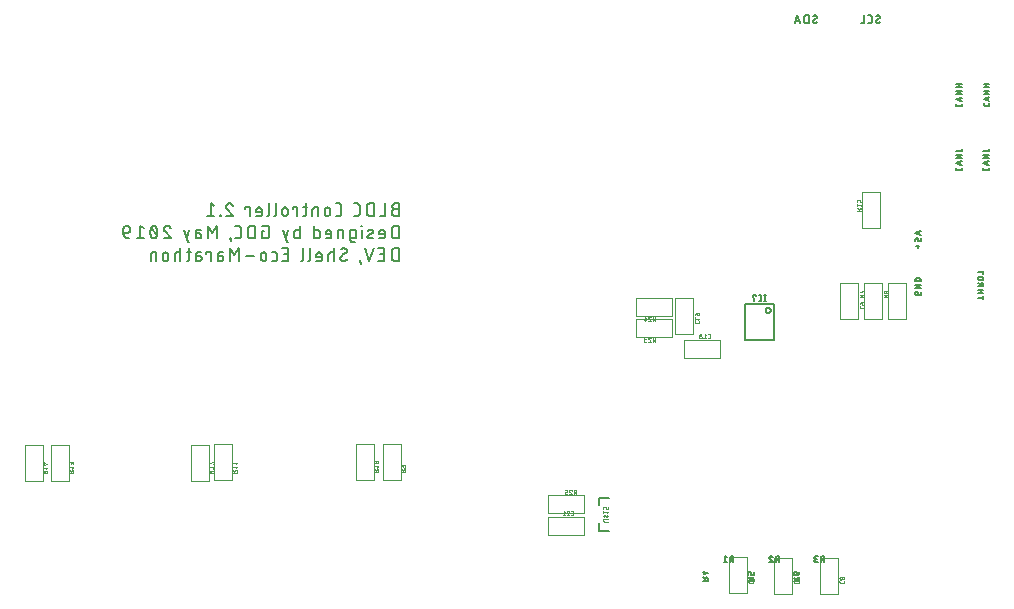
<source format=gbr>
G04 EAGLE Gerber RS-274X export*
G75*
%MOMM*%
%FSLAX34Y34*%
%LPD*%
%AMOC8*
5,1,8,0,0,1.08239X$1,22.5*%
G01*
%ADD10C,0.203200*%
%ADD11C,0.152400*%
%ADD12C,0.127000*%
%ADD13C,0.025400*%
%ADD14C,0.076200*%


D10*
X365164Y548053D02*
X362201Y548053D01*
X362201Y548052D02*
X362094Y548050D01*
X361987Y548044D01*
X361881Y548035D01*
X361775Y548021D01*
X361669Y548004D01*
X361564Y547983D01*
X361460Y547958D01*
X361357Y547929D01*
X361255Y547897D01*
X361154Y547861D01*
X361055Y547821D01*
X360957Y547778D01*
X360861Y547731D01*
X360766Y547681D01*
X360673Y547628D01*
X360583Y547571D01*
X360494Y547511D01*
X360408Y547448D01*
X360324Y547382D01*
X360242Y547312D01*
X360163Y547240D01*
X360087Y547165D01*
X360013Y547087D01*
X359943Y547007D01*
X359875Y546924D01*
X359810Y546839D01*
X359749Y546752D01*
X359690Y546662D01*
X359635Y546571D01*
X359583Y546477D01*
X359535Y546381D01*
X359490Y546284D01*
X359448Y546186D01*
X359411Y546086D01*
X359376Y545984D01*
X359346Y545882D01*
X359319Y545778D01*
X359296Y545674D01*
X359277Y545568D01*
X359262Y545462D01*
X359250Y545356D01*
X359242Y545249D01*
X359238Y545142D01*
X359238Y545036D01*
X359242Y544929D01*
X359250Y544822D01*
X359262Y544716D01*
X359277Y544610D01*
X359296Y544504D01*
X359319Y544400D01*
X359346Y544296D01*
X359376Y544194D01*
X359411Y544092D01*
X359448Y543992D01*
X359490Y543894D01*
X359535Y543797D01*
X359583Y543701D01*
X359635Y543608D01*
X359690Y543516D01*
X359749Y543426D01*
X359810Y543339D01*
X359875Y543254D01*
X359943Y543171D01*
X360013Y543091D01*
X360087Y543013D01*
X360163Y542938D01*
X360242Y542866D01*
X360324Y542796D01*
X360408Y542730D01*
X360494Y542667D01*
X360583Y542607D01*
X360673Y542550D01*
X360766Y542497D01*
X360861Y542447D01*
X360957Y542400D01*
X361055Y542357D01*
X361154Y542317D01*
X361255Y542281D01*
X361357Y542249D01*
X361460Y542220D01*
X361564Y542195D01*
X361669Y542174D01*
X361775Y542157D01*
X361881Y542143D01*
X361987Y542134D01*
X362094Y542128D01*
X362201Y542126D01*
X365164Y542126D01*
X365164Y552794D01*
X362201Y552794D01*
X362104Y552792D01*
X362008Y552786D01*
X361912Y552776D01*
X361816Y552762D01*
X361721Y552745D01*
X361626Y552723D01*
X361533Y552698D01*
X361441Y552669D01*
X361350Y552636D01*
X361260Y552599D01*
X361172Y552559D01*
X361086Y552515D01*
X361002Y552468D01*
X360919Y552418D01*
X360839Y552364D01*
X360761Y552306D01*
X360685Y552246D01*
X360612Y552183D01*
X360542Y552117D01*
X360474Y552047D01*
X360409Y551976D01*
X360347Y551901D01*
X360289Y551824D01*
X360233Y551745D01*
X360181Y551664D01*
X360132Y551580D01*
X360086Y551495D01*
X360044Y551408D01*
X360006Y551319D01*
X359971Y551229D01*
X359940Y551137D01*
X359913Y551044D01*
X359889Y550951D01*
X359870Y550856D01*
X359854Y550760D01*
X359842Y550664D01*
X359834Y550568D01*
X359830Y550471D01*
X359830Y550375D01*
X359834Y550278D01*
X359842Y550182D01*
X359854Y550086D01*
X359870Y549990D01*
X359889Y549895D01*
X359913Y549802D01*
X359940Y549709D01*
X359971Y549617D01*
X360006Y549527D01*
X360044Y549438D01*
X360086Y549351D01*
X360132Y549266D01*
X360181Y549182D01*
X360233Y549101D01*
X360289Y549022D01*
X360347Y548945D01*
X360409Y548870D01*
X360474Y548799D01*
X360542Y548729D01*
X360612Y548663D01*
X360685Y548600D01*
X360761Y548540D01*
X360839Y548482D01*
X360919Y548428D01*
X361002Y548378D01*
X361086Y548331D01*
X361172Y548287D01*
X361260Y548247D01*
X361350Y548210D01*
X361441Y548177D01*
X361533Y548148D01*
X361626Y548123D01*
X361721Y548101D01*
X361816Y548084D01*
X361912Y548070D01*
X362008Y548060D01*
X362104Y548054D01*
X362201Y548052D01*
X353954Y552794D02*
X353954Y542126D01*
X349213Y542126D01*
X344082Y542126D02*
X344082Y552794D01*
X341119Y552794D01*
X341011Y552792D01*
X340903Y552786D01*
X340795Y552776D01*
X340688Y552762D01*
X340581Y552745D01*
X340475Y552723D01*
X340370Y552698D01*
X340265Y552668D01*
X340162Y552635D01*
X340061Y552598D01*
X339960Y552558D01*
X339861Y552514D01*
X339764Y552466D01*
X339669Y552415D01*
X339575Y552360D01*
X339484Y552302D01*
X339395Y552241D01*
X339308Y552176D01*
X339224Y552109D01*
X339142Y552038D01*
X339062Y551964D01*
X338986Y551888D01*
X338912Y551808D01*
X338842Y551726D01*
X338774Y551642D01*
X338709Y551555D01*
X338648Y551466D01*
X338590Y551375D01*
X338535Y551281D01*
X338484Y551186D01*
X338436Y551089D01*
X338392Y550990D01*
X338352Y550889D01*
X338315Y550788D01*
X338282Y550685D01*
X338252Y550580D01*
X338227Y550475D01*
X338205Y550369D01*
X338188Y550262D01*
X338174Y550155D01*
X338164Y550047D01*
X338158Y549939D01*
X338156Y549831D01*
X338155Y549831D02*
X338155Y545089D01*
X338156Y545089D02*
X338158Y544983D01*
X338164Y544878D01*
X338173Y544772D01*
X338186Y544667D01*
X338203Y544563D01*
X338224Y544459D01*
X338248Y544356D01*
X338276Y544254D01*
X338308Y544153D01*
X338343Y544054D01*
X338382Y543955D01*
X338424Y543858D01*
X338469Y543763D01*
X338518Y543669D01*
X338571Y543577D01*
X338626Y543487D01*
X338685Y543399D01*
X338747Y543313D01*
X338812Y543230D01*
X338880Y543149D01*
X338950Y543070D01*
X339024Y542994D01*
X339100Y542920D01*
X339179Y542850D01*
X339260Y542782D01*
X339343Y542717D01*
X339429Y542655D01*
X339517Y542596D01*
X339607Y542541D01*
X339699Y542488D01*
X339793Y542439D01*
X339888Y542394D01*
X339985Y542352D01*
X340084Y542313D01*
X340183Y542278D01*
X340284Y542246D01*
X340386Y542218D01*
X340489Y542194D01*
X340593Y542173D01*
X340697Y542156D01*
X340802Y542143D01*
X340908Y542134D01*
X341013Y542128D01*
X341119Y542126D01*
X344082Y542126D01*
X329950Y542126D02*
X327580Y542126D01*
X329950Y542126D02*
X330045Y542128D01*
X330141Y542134D01*
X330236Y542143D01*
X330330Y542157D01*
X330424Y542174D01*
X330517Y542195D01*
X330610Y542220D01*
X330701Y542248D01*
X330791Y542280D01*
X330879Y542316D01*
X330966Y542355D01*
X331052Y542398D01*
X331136Y542444D01*
X331217Y542493D01*
X331297Y542546D01*
X331374Y542602D01*
X331450Y542660D01*
X331522Y542722D01*
X331592Y542787D01*
X331660Y542855D01*
X331725Y542925D01*
X331787Y542997D01*
X331845Y543073D01*
X331901Y543150D01*
X331954Y543230D01*
X332003Y543312D01*
X332049Y543395D01*
X332092Y543481D01*
X332131Y543568D01*
X332167Y543656D01*
X332199Y543746D01*
X332227Y543837D01*
X332252Y543930D01*
X332273Y544023D01*
X332290Y544117D01*
X332304Y544211D01*
X332313Y544306D01*
X332319Y544402D01*
X332321Y544497D01*
X332321Y550423D01*
X332319Y550518D01*
X332313Y550614D01*
X332304Y550709D01*
X332290Y550803D01*
X332273Y550897D01*
X332252Y550990D01*
X332227Y551083D01*
X332199Y551174D01*
X332167Y551264D01*
X332131Y551352D01*
X332092Y551439D01*
X332049Y551525D01*
X332003Y551608D01*
X331954Y551690D01*
X331901Y551770D01*
X331845Y551847D01*
X331787Y551923D01*
X331725Y551995D01*
X331660Y552065D01*
X331592Y552133D01*
X331522Y552198D01*
X331450Y552260D01*
X331374Y552318D01*
X331297Y552374D01*
X331217Y552427D01*
X331136Y552476D01*
X331052Y552522D01*
X330966Y552565D01*
X330879Y552604D01*
X330791Y552640D01*
X330701Y552672D01*
X330610Y552700D01*
X330517Y552725D01*
X330424Y552746D01*
X330330Y552763D01*
X330236Y552777D01*
X330141Y552786D01*
X330046Y552792D01*
X329950Y552794D01*
X327580Y552794D01*
X314329Y542126D02*
X311959Y542126D01*
X314329Y542126D02*
X314424Y542128D01*
X314520Y542134D01*
X314615Y542143D01*
X314709Y542157D01*
X314803Y542174D01*
X314896Y542195D01*
X314989Y542220D01*
X315080Y542248D01*
X315170Y542280D01*
X315258Y542316D01*
X315345Y542355D01*
X315431Y542398D01*
X315515Y542444D01*
X315596Y542493D01*
X315676Y542546D01*
X315753Y542602D01*
X315829Y542660D01*
X315901Y542722D01*
X315971Y542787D01*
X316039Y542855D01*
X316104Y542925D01*
X316166Y542997D01*
X316224Y543073D01*
X316280Y543150D01*
X316333Y543230D01*
X316382Y543312D01*
X316428Y543395D01*
X316471Y543481D01*
X316510Y543568D01*
X316546Y543656D01*
X316578Y543746D01*
X316606Y543837D01*
X316631Y543930D01*
X316652Y544023D01*
X316669Y544117D01*
X316683Y544211D01*
X316692Y544306D01*
X316698Y544402D01*
X316700Y544497D01*
X316700Y550423D01*
X316698Y550518D01*
X316692Y550614D01*
X316683Y550709D01*
X316669Y550803D01*
X316652Y550897D01*
X316631Y550990D01*
X316606Y551083D01*
X316578Y551174D01*
X316546Y551264D01*
X316510Y551352D01*
X316471Y551439D01*
X316428Y551525D01*
X316382Y551608D01*
X316333Y551690D01*
X316280Y551770D01*
X316224Y551847D01*
X316166Y551923D01*
X316104Y551995D01*
X316039Y552065D01*
X315971Y552133D01*
X315901Y552198D01*
X315829Y552260D01*
X315753Y552318D01*
X315676Y552374D01*
X315596Y552427D01*
X315515Y552476D01*
X315431Y552522D01*
X315345Y552565D01*
X315258Y552604D01*
X315170Y552640D01*
X315080Y552672D01*
X314989Y552700D01*
X314896Y552725D01*
X314803Y552746D01*
X314709Y552763D01*
X314615Y552777D01*
X314520Y552786D01*
X314425Y552792D01*
X314329Y552794D01*
X311959Y552794D01*
X307294Y546867D02*
X307294Y544497D01*
X307295Y546867D02*
X307293Y546964D01*
X307287Y547060D01*
X307277Y547156D01*
X307263Y547252D01*
X307246Y547347D01*
X307224Y547442D01*
X307199Y547535D01*
X307170Y547627D01*
X307137Y547718D01*
X307100Y547808D01*
X307060Y547896D01*
X307016Y547982D01*
X306969Y548066D01*
X306919Y548149D01*
X306865Y548229D01*
X306807Y548307D01*
X306747Y548383D01*
X306684Y548456D01*
X306618Y548526D01*
X306548Y548594D01*
X306477Y548659D01*
X306402Y548721D01*
X306325Y548779D01*
X306246Y548835D01*
X306165Y548887D01*
X306081Y548936D01*
X305996Y548982D01*
X305909Y549024D01*
X305820Y549062D01*
X305730Y549097D01*
X305638Y549128D01*
X305545Y549155D01*
X305452Y549179D01*
X305357Y549198D01*
X305261Y549214D01*
X305165Y549226D01*
X305069Y549234D01*
X304972Y549238D01*
X304876Y549238D01*
X304779Y549234D01*
X304683Y549226D01*
X304587Y549214D01*
X304491Y549198D01*
X304396Y549179D01*
X304303Y549155D01*
X304210Y549128D01*
X304118Y549097D01*
X304028Y549062D01*
X303939Y549024D01*
X303852Y548982D01*
X303767Y548936D01*
X303683Y548887D01*
X303602Y548835D01*
X303523Y548779D01*
X303446Y548721D01*
X303371Y548659D01*
X303300Y548594D01*
X303230Y548526D01*
X303164Y548456D01*
X303101Y548383D01*
X303041Y548307D01*
X302983Y548229D01*
X302929Y548149D01*
X302879Y548066D01*
X302832Y547982D01*
X302788Y547896D01*
X302748Y547808D01*
X302711Y547718D01*
X302678Y547627D01*
X302649Y547535D01*
X302624Y547442D01*
X302602Y547347D01*
X302585Y547252D01*
X302571Y547156D01*
X302561Y547060D01*
X302555Y546964D01*
X302553Y546867D01*
X302553Y544497D01*
X302555Y544400D01*
X302561Y544304D01*
X302571Y544208D01*
X302585Y544112D01*
X302602Y544017D01*
X302624Y543922D01*
X302649Y543829D01*
X302678Y543737D01*
X302711Y543646D01*
X302748Y543556D01*
X302788Y543468D01*
X302832Y543382D01*
X302879Y543298D01*
X302929Y543215D01*
X302983Y543135D01*
X303041Y543057D01*
X303101Y542981D01*
X303164Y542908D01*
X303230Y542838D01*
X303300Y542770D01*
X303371Y542705D01*
X303446Y542643D01*
X303523Y542585D01*
X303602Y542529D01*
X303683Y542477D01*
X303767Y542428D01*
X303852Y542382D01*
X303939Y542340D01*
X304028Y542302D01*
X304118Y542267D01*
X304210Y542236D01*
X304303Y542209D01*
X304396Y542185D01*
X304491Y542166D01*
X304587Y542150D01*
X304683Y542138D01*
X304779Y542130D01*
X304876Y542126D01*
X304972Y542126D01*
X305069Y542130D01*
X305165Y542138D01*
X305261Y542150D01*
X305357Y542166D01*
X305452Y542185D01*
X305545Y542209D01*
X305638Y542236D01*
X305730Y542267D01*
X305820Y542302D01*
X305909Y542340D01*
X305996Y542382D01*
X306081Y542428D01*
X306165Y542477D01*
X306246Y542529D01*
X306325Y542585D01*
X306402Y542643D01*
X306477Y542705D01*
X306548Y542770D01*
X306618Y542838D01*
X306684Y542908D01*
X306747Y542981D01*
X306807Y543057D01*
X306865Y543135D01*
X306919Y543215D01*
X306969Y543298D01*
X307016Y543382D01*
X307060Y543468D01*
X307100Y543556D01*
X307137Y543646D01*
X307170Y543737D01*
X307199Y543829D01*
X307224Y543922D01*
X307246Y544017D01*
X307263Y544112D01*
X307277Y544208D01*
X307287Y544304D01*
X307293Y544400D01*
X307295Y544497D01*
X297007Y542126D02*
X297007Y549238D01*
X294044Y549238D01*
X293962Y549236D01*
X293880Y549230D01*
X293798Y549221D01*
X293717Y549208D01*
X293637Y549191D01*
X293557Y549170D01*
X293479Y549146D01*
X293402Y549118D01*
X293326Y549087D01*
X293251Y549052D01*
X293179Y549013D01*
X293108Y548972D01*
X293039Y548927D01*
X292973Y548879D01*
X292908Y548828D01*
X292846Y548774D01*
X292787Y548717D01*
X292730Y548658D01*
X292676Y548596D01*
X292625Y548531D01*
X292577Y548465D01*
X292532Y548396D01*
X292491Y548325D01*
X292452Y548253D01*
X292417Y548178D01*
X292386Y548102D01*
X292358Y548025D01*
X292334Y547947D01*
X292313Y547867D01*
X292296Y547787D01*
X292283Y547706D01*
X292274Y547624D01*
X292268Y547542D01*
X292266Y547460D01*
X292266Y542126D01*
X287790Y549238D02*
X284234Y549238D01*
X286605Y552794D02*
X286605Y543904D01*
X286603Y543822D01*
X286597Y543740D01*
X286588Y543658D01*
X286575Y543577D01*
X286558Y543497D01*
X286537Y543417D01*
X286513Y543339D01*
X286485Y543262D01*
X286454Y543186D01*
X286419Y543111D01*
X286380Y543039D01*
X286339Y542968D01*
X286294Y542899D01*
X286246Y542833D01*
X286195Y542768D01*
X286141Y542706D01*
X286084Y542647D01*
X286025Y542590D01*
X285963Y542536D01*
X285898Y542485D01*
X285832Y542437D01*
X285763Y542392D01*
X285692Y542351D01*
X285620Y542312D01*
X285545Y542277D01*
X285469Y542246D01*
X285392Y542218D01*
X285314Y542194D01*
X285234Y542173D01*
X285154Y542156D01*
X285073Y542143D01*
X284991Y542134D01*
X284909Y542128D01*
X284827Y542126D01*
X284234Y542126D01*
X279001Y542126D02*
X279001Y549238D01*
X275445Y549238D01*
X275445Y548053D01*
X271480Y546867D02*
X271480Y544497D01*
X271481Y546867D02*
X271479Y546964D01*
X271473Y547060D01*
X271463Y547156D01*
X271449Y547252D01*
X271432Y547347D01*
X271410Y547442D01*
X271385Y547535D01*
X271356Y547627D01*
X271323Y547718D01*
X271286Y547808D01*
X271246Y547896D01*
X271202Y547982D01*
X271155Y548066D01*
X271105Y548149D01*
X271051Y548229D01*
X270993Y548307D01*
X270933Y548383D01*
X270870Y548456D01*
X270804Y548526D01*
X270734Y548594D01*
X270663Y548659D01*
X270588Y548721D01*
X270511Y548779D01*
X270432Y548835D01*
X270351Y548887D01*
X270267Y548936D01*
X270182Y548982D01*
X270095Y549024D01*
X270006Y549062D01*
X269916Y549097D01*
X269824Y549128D01*
X269731Y549155D01*
X269638Y549179D01*
X269543Y549198D01*
X269447Y549214D01*
X269351Y549226D01*
X269255Y549234D01*
X269158Y549238D01*
X269062Y549238D01*
X268965Y549234D01*
X268869Y549226D01*
X268773Y549214D01*
X268677Y549198D01*
X268582Y549179D01*
X268489Y549155D01*
X268396Y549128D01*
X268304Y549097D01*
X268214Y549062D01*
X268125Y549024D01*
X268038Y548982D01*
X267953Y548936D01*
X267869Y548887D01*
X267788Y548835D01*
X267709Y548779D01*
X267632Y548721D01*
X267557Y548659D01*
X267486Y548594D01*
X267416Y548526D01*
X267350Y548456D01*
X267287Y548383D01*
X267227Y548307D01*
X267169Y548229D01*
X267115Y548149D01*
X267065Y548066D01*
X267018Y547982D01*
X266974Y547896D01*
X266934Y547808D01*
X266897Y547718D01*
X266864Y547627D01*
X266835Y547535D01*
X266810Y547442D01*
X266788Y547347D01*
X266771Y547252D01*
X266757Y547156D01*
X266747Y547060D01*
X266741Y546964D01*
X266739Y546867D01*
X266739Y544497D01*
X266741Y544400D01*
X266747Y544304D01*
X266757Y544208D01*
X266771Y544112D01*
X266788Y544017D01*
X266810Y543922D01*
X266835Y543829D01*
X266864Y543737D01*
X266897Y543646D01*
X266934Y543556D01*
X266974Y543468D01*
X267018Y543382D01*
X267065Y543298D01*
X267115Y543215D01*
X267169Y543135D01*
X267227Y543057D01*
X267287Y542981D01*
X267350Y542908D01*
X267416Y542838D01*
X267486Y542770D01*
X267557Y542705D01*
X267632Y542643D01*
X267709Y542585D01*
X267788Y542529D01*
X267869Y542477D01*
X267953Y542428D01*
X268038Y542382D01*
X268125Y542340D01*
X268214Y542302D01*
X268304Y542267D01*
X268396Y542236D01*
X268489Y542209D01*
X268582Y542185D01*
X268677Y542166D01*
X268773Y542150D01*
X268869Y542138D01*
X268965Y542130D01*
X269062Y542126D01*
X269158Y542126D01*
X269255Y542130D01*
X269351Y542138D01*
X269447Y542150D01*
X269543Y542166D01*
X269638Y542185D01*
X269731Y542209D01*
X269824Y542236D01*
X269916Y542267D01*
X270006Y542302D01*
X270095Y542340D01*
X270182Y542382D01*
X270267Y542428D01*
X270351Y542477D01*
X270432Y542529D01*
X270511Y542585D01*
X270588Y542643D01*
X270663Y542705D01*
X270734Y542770D01*
X270804Y542838D01*
X270870Y542908D01*
X270933Y542981D01*
X270993Y543057D01*
X271051Y543135D01*
X271105Y543215D01*
X271155Y543298D01*
X271202Y543382D01*
X271246Y543468D01*
X271286Y543556D01*
X271323Y543646D01*
X271356Y543737D01*
X271385Y543829D01*
X271410Y543922D01*
X271432Y544017D01*
X271449Y544112D01*
X271463Y544208D01*
X271473Y544304D01*
X271479Y544400D01*
X271481Y544497D01*
X261541Y543904D02*
X261541Y552794D01*
X261541Y543904D02*
X261539Y543822D01*
X261533Y543740D01*
X261524Y543658D01*
X261511Y543577D01*
X261494Y543497D01*
X261473Y543417D01*
X261449Y543339D01*
X261421Y543262D01*
X261390Y543186D01*
X261355Y543111D01*
X261316Y543039D01*
X261275Y542968D01*
X261230Y542899D01*
X261182Y542833D01*
X261131Y542768D01*
X261077Y542706D01*
X261020Y542647D01*
X260961Y542590D01*
X260899Y542536D01*
X260834Y542485D01*
X260768Y542437D01*
X260699Y542392D01*
X260628Y542351D01*
X260556Y542312D01*
X260481Y542277D01*
X260405Y542246D01*
X260328Y542218D01*
X260250Y542194D01*
X260170Y542173D01*
X260090Y542156D01*
X260009Y542143D01*
X259927Y542134D01*
X259845Y542128D01*
X259763Y542126D01*
X255445Y543904D02*
X255445Y552794D01*
X255445Y543904D02*
X255443Y543822D01*
X255437Y543740D01*
X255428Y543658D01*
X255415Y543577D01*
X255398Y543497D01*
X255377Y543417D01*
X255353Y543339D01*
X255325Y543262D01*
X255294Y543186D01*
X255259Y543111D01*
X255220Y543039D01*
X255179Y542968D01*
X255134Y542899D01*
X255086Y542833D01*
X255035Y542768D01*
X254981Y542706D01*
X254924Y542647D01*
X254865Y542590D01*
X254803Y542536D01*
X254738Y542485D01*
X254672Y542437D01*
X254603Y542392D01*
X254532Y542351D01*
X254460Y542312D01*
X254385Y542277D01*
X254309Y542246D01*
X254232Y542218D01*
X254154Y542194D01*
X254074Y542173D01*
X253994Y542156D01*
X253913Y542143D01*
X253831Y542134D01*
X253749Y542128D01*
X253667Y542126D01*
X247605Y542126D02*
X244641Y542126D01*
X247605Y542126D02*
X247687Y542128D01*
X247769Y542134D01*
X247851Y542143D01*
X247932Y542156D01*
X248012Y542173D01*
X248092Y542194D01*
X248170Y542218D01*
X248247Y542246D01*
X248323Y542277D01*
X248398Y542312D01*
X248470Y542351D01*
X248541Y542392D01*
X248610Y542437D01*
X248676Y542485D01*
X248741Y542536D01*
X248803Y542590D01*
X248862Y542647D01*
X248919Y542706D01*
X248973Y542768D01*
X249024Y542833D01*
X249072Y542899D01*
X249117Y542968D01*
X249158Y543039D01*
X249197Y543111D01*
X249232Y543186D01*
X249263Y543262D01*
X249291Y543339D01*
X249315Y543417D01*
X249336Y543497D01*
X249353Y543577D01*
X249366Y543658D01*
X249375Y543740D01*
X249381Y543822D01*
X249383Y543904D01*
X249383Y546867D01*
X249381Y546964D01*
X249375Y547060D01*
X249365Y547156D01*
X249351Y547252D01*
X249334Y547347D01*
X249312Y547442D01*
X249287Y547535D01*
X249258Y547627D01*
X249225Y547718D01*
X249188Y547808D01*
X249148Y547896D01*
X249104Y547982D01*
X249057Y548066D01*
X249007Y548149D01*
X248953Y548229D01*
X248895Y548307D01*
X248835Y548383D01*
X248772Y548456D01*
X248706Y548526D01*
X248636Y548594D01*
X248565Y548659D01*
X248490Y548721D01*
X248413Y548779D01*
X248334Y548835D01*
X248253Y548887D01*
X248169Y548936D01*
X248084Y548982D01*
X247997Y549024D01*
X247908Y549062D01*
X247818Y549097D01*
X247726Y549128D01*
X247633Y549155D01*
X247540Y549179D01*
X247445Y549198D01*
X247349Y549214D01*
X247253Y549226D01*
X247157Y549234D01*
X247060Y549238D01*
X246964Y549238D01*
X246867Y549234D01*
X246771Y549226D01*
X246675Y549214D01*
X246579Y549198D01*
X246484Y549179D01*
X246391Y549155D01*
X246298Y549128D01*
X246206Y549097D01*
X246116Y549062D01*
X246027Y549024D01*
X245940Y548982D01*
X245855Y548936D01*
X245771Y548887D01*
X245690Y548835D01*
X245611Y548779D01*
X245534Y548721D01*
X245459Y548659D01*
X245388Y548594D01*
X245318Y548526D01*
X245252Y548456D01*
X245189Y548383D01*
X245129Y548307D01*
X245071Y548229D01*
X245017Y548149D01*
X244967Y548066D01*
X244920Y547982D01*
X244876Y547896D01*
X244836Y547808D01*
X244799Y547718D01*
X244766Y547627D01*
X244737Y547535D01*
X244712Y547442D01*
X244690Y547347D01*
X244673Y547252D01*
X244659Y547156D01*
X244649Y547060D01*
X244643Y546964D01*
X244641Y546867D01*
X244641Y545682D01*
X249383Y545682D01*
X238996Y542126D02*
X238996Y549238D01*
X235440Y549238D01*
X235440Y548053D01*
X221951Y552794D02*
X221849Y552792D01*
X221747Y552786D01*
X221645Y552776D01*
X221544Y552763D01*
X221443Y552745D01*
X221343Y552724D01*
X221244Y552699D01*
X221146Y552670D01*
X221049Y552637D01*
X220954Y552601D01*
X220860Y552561D01*
X220768Y552517D01*
X220677Y552470D01*
X220588Y552419D01*
X220501Y552366D01*
X220417Y552308D01*
X220334Y552248D01*
X220254Y552185D01*
X220177Y552118D01*
X220102Y552049D01*
X220029Y551976D01*
X219960Y551901D01*
X219893Y551824D01*
X219830Y551744D01*
X219770Y551661D01*
X219712Y551577D01*
X219659Y551490D01*
X219608Y551401D01*
X219561Y551310D01*
X219517Y551218D01*
X219477Y551124D01*
X219441Y551028D01*
X219408Y550932D01*
X219379Y550834D01*
X219354Y550735D01*
X219333Y550635D01*
X219315Y550534D01*
X219302Y550433D01*
X219292Y550331D01*
X219286Y550229D01*
X219284Y550127D01*
X221951Y552794D02*
X222067Y552792D01*
X222184Y552786D01*
X222300Y552776D01*
X222415Y552762D01*
X222530Y552745D01*
X222645Y552723D01*
X222758Y552697D01*
X222871Y552668D01*
X222983Y552635D01*
X223093Y552598D01*
X223202Y552557D01*
X223310Y552513D01*
X223416Y552465D01*
X223520Y552413D01*
X223623Y552358D01*
X223724Y552300D01*
X223822Y552238D01*
X223919Y552173D01*
X224013Y552104D01*
X224105Y552032D01*
X224194Y551958D01*
X224281Y551880D01*
X224365Y551799D01*
X224446Y551716D01*
X224524Y551630D01*
X224600Y551541D01*
X224672Y551450D01*
X224741Y551356D01*
X224807Y551260D01*
X224870Y551162D01*
X224929Y551062D01*
X224985Y550960D01*
X225037Y550856D01*
X225086Y550750D01*
X225131Y550642D01*
X225173Y550534D01*
X225210Y550423D01*
X220172Y548052D02*
X220097Y548126D01*
X220025Y548203D01*
X219956Y548283D01*
X219889Y548365D01*
X219826Y548449D01*
X219766Y548536D01*
X219709Y548624D01*
X219655Y548715D01*
X219605Y548808D01*
X219558Y548902D01*
X219515Y548998D01*
X219475Y549096D01*
X219439Y549195D01*
X219406Y549295D01*
X219378Y549397D01*
X219353Y549499D01*
X219331Y549603D01*
X219314Y549707D01*
X219300Y549811D01*
X219291Y549916D01*
X219285Y550022D01*
X219283Y550127D01*
X220173Y548053D02*
X225210Y542126D01*
X219284Y542126D01*
X214542Y542126D02*
X214542Y542719D01*
X213950Y542719D01*
X213950Y542126D01*
X214542Y542126D01*
X209208Y550423D02*
X206245Y552794D01*
X206245Y542126D01*
X209208Y542126D02*
X203282Y542126D01*
X365164Y533744D02*
X365164Y523076D01*
X365164Y533744D02*
X362201Y533744D01*
X362093Y533742D01*
X361985Y533736D01*
X361877Y533726D01*
X361770Y533712D01*
X361663Y533695D01*
X361557Y533673D01*
X361452Y533648D01*
X361347Y533618D01*
X361244Y533585D01*
X361143Y533548D01*
X361042Y533508D01*
X360943Y533464D01*
X360846Y533416D01*
X360751Y533365D01*
X360657Y533310D01*
X360566Y533252D01*
X360477Y533191D01*
X360390Y533126D01*
X360306Y533059D01*
X360224Y532988D01*
X360144Y532914D01*
X360068Y532838D01*
X359994Y532758D01*
X359924Y532676D01*
X359856Y532592D01*
X359791Y532505D01*
X359730Y532416D01*
X359672Y532325D01*
X359617Y532231D01*
X359566Y532136D01*
X359518Y532039D01*
X359474Y531940D01*
X359434Y531839D01*
X359397Y531738D01*
X359364Y531635D01*
X359334Y531530D01*
X359309Y531425D01*
X359287Y531319D01*
X359270Y531212D01*
X359256Y531105D01*
X359246Y530997D01*
X359240Y530889D01*
X359238Y530781D01*
X359237Y530781D02*
X359237Y526039D01*
X359238Y526039D02*
X359240Y525933D01*
X359246Y525828D01*
X359255Y525722D01*
X359268Y525617D01*
X359285Y525513D01*
X359306Y525409D01*
X359330Y525306D01*
X359358Y525204D01*
X359390Y525103D01*
X359425Y525004D01*
X359464Y524905D01*
X359506Y524808D01*
X359551Y524713D01*
X359600Y524619D01*
X359653Y524527D01*
X359708Y524437D01*
X359767Y524349D01*
X359829Y524263D01*
X359894Y524180D01*
X359962Y524099D01*
X360032Y524020D01*
X360106Y523944D01*
X360182Y523870D01*
X360261Y523800D01*
X360342Y523732D01*
X360425Y523667D01*
X360511Y523605D01*
X360599Y523546D01*
X360689Y523491D01*
X360781Y523438D01*
X360875Y523389D01*
X360970Y523344D01*
X361067Y523302D01*
X361166Y523263D01*
X361265Y523228D01*
X361366Y523196D01*
X361468Y523168D01*
X361571Y523144D01*
X361675Y523123D01*
X361779Y523106D01*
X361884Y523093D01*
X361990Y523084D01*
X362095Y523078D01*
X362201Y523076D01*
X365164Y523076D01*
X351744Y523076D02*
X348781Y523076D01*
X351744Y523076D02*
X351826Y523078D01*
X351908Y523084D01*
X351990Y523093D01*
X352071Y523106D01*
X352151Y523123D01*
X352231Y523144D01*
X352309Y523168D01*
X352386Y523196D01*
X352462Y523227D01*
X352537Y523262D01*
X352609Y523301D01*
X352680Y523342D01*
X352749Y523387D01*
X352815Y523435D01*
X352880Y523486D01*
X352942Y523540D01*
X353001Y523597D01*
X353058Y523656D01*
X353112Y523718D01*
X353163Y523783D01*
X353211Y523849D01*
X353256Y523918D01*
X353297Y523989D01*
X353336Y524061D01*
X353371Y524136D01*
X353402Y524212D01*
X353430Y524289D01*
X353454Y524367D01*
X353475Y524447D01*
X353492Y524527D01*
X353505Y524608D01*
X353514Y524690D01*
X353520Y524772D01*
X353522Y524854D01*
X353522Y527817D01*
X353523Y527817D02*
X353521Y527914D01*
X353515Y528010D01*
X353505Y528106D01*
X353491Y528202D01*
X353474Y528297D01*
X353452Y528392D01*
X353427Y528485D01*
X353398Y528577D01*
X353365Y528668D01*
X353328Y528758D01*
X353288Y528846D01*
X353244Y528932D01*
X353197Y529016D01*
X353147Y529099D01*
X353093Y529179D01*
X353035Y529257D01*
X352975Y529333D01*
X352912Y529406D01*
X352846Y529476D01*
X352776Y529544D01*
X352705Y529609D01*
X352630Y529671D01*
X352553Y529729D01*
X352474Y529785D01*
X352393Y529837D01*
X352309Y529886D01*
X352224Y529932D01*
X352137Y529974D01*
X352048Y530012D01*
X351958Y530047D01*
X351866Y530078D01*
X351773Y530105D01*
X351680Y530129D01*
X351585Y530148D01*
X351489Y530164D01*
X351393Y530176D01*
X351297Y530184D01*
X351200Y530188D01*
X351104Y530188D01*
X351007Y530184D01*
X350911Y530176D01*
X350815Y530164D01*
X350719Y530148D01*
X350624Y530129D01*
X350531Y530105D01*
X350438Y530078D01*
X350346Y530047D01*
X350256Y530012D01*
X350167Y529974D01*
X350080Y529932D01*
X349995Y529886D01*
X349911Y529837D01*
X349830Y529785D01*
X349751Y529729D01*
X349674Y529671D01*
X349599Y529609D01*
X349528Y529544D01*
X349458Y529476D01*
X349392Y529406D01*
X349329Y529333D01*
X349269Y529257D01*
X349211Y529179D01*
X349157Y529099D01*
X349107Y529016D01*
X349060Y528932D01*
X349016Y528846D01*
X348976Y528758D01*
X348939Y528668D01*
X348906Y528577D01*
X348877Y528485D01*
X348852Y528392D01*
X348830Y528297D01*
X348813Y528202D01*
X348799Y528106D01*
X348789Y528010D01*
X348783Y527914D01*
X348781Y527817D01*
X348781Y526632D01*
X353522Y526632D01*
X342727Y527225D02*
X339764Y526039D01*
X342728Y527224D02*
X342799Y527255D01*
X342869Y527289D01*
X342937Y527326D01*
X343002Y527367D01*
X343066Y527412D01*
X343127Y527459D01*
X343186Y527510D01*
X343243Y527563D01*
X343296Y527619D01*
X343347Y527678D01*
X343394Y527739D01*
X343439Y527803D01*
X343480Y527868D01*
X343518Y527936D01*
X343552Y528006D01*
X343583Y528077D01*
X343610Y528149D01*
X343633Y528223D01*
X343653Y528298D01*
X343669Y528374D01*
X343681Y528451D01*
X343689Y528528D01*
X343693Y528605D01*
X343694Y528683D01*
X343690Y528760D01*
X343683Y528838D01*
X343671Y528914D01*
X343656Y528990D01*
X343637Y529066D01*
X343614Y529140D01*
X343588Y529213D01*
X343558Y529284D01*
X343524Y529354D01*
X343487Y529422D01*
X343446Y529488D01*
X343402Y529552D01*
X343355Y529614D01*
X343305Y529673D01*
X343252Y529729D01*
X343196Y529783D01*
X343138Y529834D01*
X343077Y529882D01*
X343014Y529927D01*
X342948Y529969D01*
X342881Y530007D01*
X342811Y530042D01*
X342740Y530073D01*
X342668Y530101D01*
X342594Y530124D01*
X342519Y530145D01*
X342444Y530161D01*
X342367Y530174D01*
X342290Y530182D01*
X342213Y530187D01*
X342135Y530188D01*
X341973Y530184D01*
X341811Y530176D01*
X341650Y530164D01*
X341489Y530148D01*
X341328Y530128D01*
X341168Y530105D01*
X341009Y530077D01*
X340850Y530046D01*
X340692Y530011D01*
X340535Y529972D01*
X340379Y529929D01*
X340224Y529883D01*
X340070Y529833D01*
X339917Y529779D01*
X339766Y529721D01*
X339616Y529660D01*
X339468Y529596D01*
X339764Y526040D02*
X339693Y526009D01*
X339623Y525975D01*
X339555Y525938D01*
X339490Y525897D01*
X339426Y525852D01*
X339365Y525805D01*
X339306Y525754D01*
X339249Y525701D01*
X339196Y525645D01*
X339145Y525586D01*
X339098Y525525D01*
X339053Y525461D01*
X339012Y525396D01*
X338974Y525328D01*
X338940Y525258D01*
X338909Y525187D01*
X338882Y525115D01*
X338859Y525041D01*
X338839Y524966D01*
X338823Y524890D01*
X338811Y524813D01*
X338803Y524736D01*
X338799Y524659D01*
X338798Y524581D01*
X338802Y524504D01*
X338809Y524426D01*
X338821Y524350D01*
X338836Y524274D01*
X338855Y524198D01*
X338878Y524124D01*
X338904Y524051D01*
X338934Y523980D01*
X338968Y523910D01*
X339005Y523842D01*
X339046Y523776D01*
X339090Y523712D01*
X339137Y523650D01*
X339187Y523591D01*
X339240Y523535D01*
X339296Y523481D01*
X339354Y523430D01*
X339415Y523382D01*
X339478Y523337D01*
X339544Y523295D01*
X339611Y523257D01*
X339681Y523222D01*
X339751Y523191D01*
X339824Y523163D01*
X339898Y523140D01*
X339973Y523119D01*
X340048Y523103D01*
X340125Y523090D01*
X340202Y523082D01*
X340279Y523077D01*
X340357Y523076D01*
X340594Y523082D01*
X340832Y523094D01*
X341069Y523111D01*
X341305Y523135D01*
X341541Y523163D01*
X341777Y523197D01*
X342011Y523237D01*
X342244Y523282D01*
X342477Y523333D01*
X342708Y523389D01*
X342937Y523451D01*
X343165Y523518D01*
X343392Y523591D01*
X343616Y523669D01*
X334007Y523076D02*
X334007Y530188D01*
X334303Y533151D02*
X334303Y533744D01*
X333710Y533744D01*
X333710Y533151D01*
X334303Y533151D01*
X327449Y523076D02*
X324485Y523076D01*
X327449Y523076D02*
X327531Y523078D01*
X327613Y523084D01*
X327695Y523093D01*
X327776Y523106D01*
X327856Y523123D01*
X327936Y523144D01*
X328014Y523168D01*
X328091Y523196D01*
X328167Y523227D01*
X328242Y523262D01*
X328314Y523301D01*
X328385Y523342D01*
X328454Y523387D01*
X328520Y523435D01*
X328585Y523486D01*
X328647Y523540D01*
X328706Y523597D01*
X328763Y523656D01*
X328817Y523718D01*
X328868Y523783D01*
X328916Y523849D01*
X328961Y523918D01*
X329002Y523989D01*
X329041Y524061D01*
X329076Y524136D01*
X329107Y524212D01*
X329135Y524289D01*
X329159Y524367D01*
X329180Y524447D01*
X329197Y524527D01*
X329210Y524608D01*
X329219Y524690D01*
X329225Y524772D01*
X329227Y524854D01*
X329227Y528410D01*
X329225Y528492D01*
X329219Y528574D01*
X329210Y528656D01*
X329197Y528737D01*
X329180Y528817D01*
X329159Y528897D01*
X329135Y528975D01*
X329107Y529052D01*
X329076Y529128D01*
X329041Y529203D01*
X329002Y529275D01*
X328961Y529346D01*
X328916Y529415D01*
X328868Y529481D01*
X328817Y529546D01*
X328763Y529608D01*
X328706Y529667D01*
X328647Y529724D01*
X328585Y529778D01*
X328520Y529829D01*
X328454Y529877D01*
X328385Y529922D01*
X328314Y529963D01*
X328242Y530002D01*
X328167Y530037D01*
X328091Y530068D01*
X328014Y530096D01*
X327936Y530120D01*
X327856Y530141D01*
X327776Y530158D01*
X327695Y530171D01*
X327613Y530180D01*
X327531Y530186D01*
X327449Y530188D01*
X324485Y530188D01*
X324485Y521298D01*
X324487Y521216D01*
X324493Y521134D01*
X324502Y521052D01*
X324515Y520971D01*
X324532Y520891D01*
X324553Y520811D01*
X324577Y520733D01*
X324605Y520656D01*
X324636Y520580D01*
X324671Y520505D01*
X324710Y520433D01*
X324751Y520362D01*
X324796Y520293D01*
X324844Y520227D01*
X324895Y520162D01*
X324949Y520100D01*
X325006Y520041D01*
X325065Y519984D01*
X325127Y519930D01*
X325192Y519879D01*
X325258Y519831D01*
X325327Y519786D01*
X325398Y519745D01*
X325470Y519706D01*
X325545Y519671D01*
X325621Y519640D01*
X325698Y519612D01*
X325776Y519588D01*
X325856Y519567D01*
X325936Y519550D01*
X326017Y519537D01*
X326099Y519528D01*
X326181Y519522D01*
X326263Y519520D01*
X328634Y519520D01*
X318470Y523076D02*
X318470Y530188D01*
X315507Y530188D01*
X315425Y530186D01*
X315343Y530180D01*
X315261Y530171D01*
X315180Y530158D01*
X315100Y530141D01*
X315020Y530120D01*
X314942Y530096D01*
X314865Y530068D01*
X314789Y530037D01*
X314714Y530002D01*
X314642Y529963D01*
X314571Y529922D01*
X314502Y529877D01*
X314436Y529829D01*
X314371Y529778D01*
X314309Y529724D01*
X314250Y529667D01*
X314193Y529608D01*
X314139Y529546D01*
X314088Y529481D01*
X314040Y529415D01*
X313995Y529346D01*
X313954Y529275D01*
X313915Y529203D01*
X313880Y529128D01*
X313849Y529052D01*
X313821Y528975D01*
X313797Y528897D01*
X313776Y528817D01*
X313759Y528737D01*
X313746Y528656D01*
X313737Y528574D01*
X313731Y528492D01*
X313729Y528410D01*
X313729Y523076D01*
X306405Y523076D02*
X303442Y523076D01*
X306405Y523076D02*
X306487Y523078D01*
X306569Y523084D01*
X306651Y523093D01*
X306732Y523106D01*
X306812Y523123D01*
X306892Y523144D01*
X306970Y523168D01*
X307047Y523196D01*
X307123Y523227D01*
X307198Y523262D01*
X307270Y523301D01*
X307341Y523342D01*
X307410Y523387D01*
X307476Y523435D01*
X307541Y523486D01*
X307603Y523540D01*
X307662Y523597D01*
X307719Y523656D01*
X307773Y523718D01*
X307824Y523783D01*
X307872Y523849D01*
X307917Y523918D01*
X307958Y523989D01*
X307997Y524061D01*
X308032Y524136D01*
X308063Y524212D01*
X308091Y524289D01*
X308115Y524367D01*
X308136Y524447D01*
X308153Y524527D01*
X308166Y524608D01*
X308175Y524690D01*
X308181Y524772D01*
X308183Y524854D01*
X308183Y527817D01*
X308184Y527817D02*
X308182Y527914D01*
X308176Y528010D01*
X308166Y528106D01*
X308152Y528202D01*
X308135Y528297D01*
X308113Y528392D01*
X308088Y528485D01*
X308059Y528577D01*
X308026Y528668D01*
X307989Y528758D01*
X307949Y528846D01*
X307905Y528932D01*
X307858Y529016D01*
X307808Y529099D01*
X307754Y529179D01*
X307696Y529257D01*
X307636Y529333D01*
X307573Y529406D01*
X307507Y529476D01*
X307437Y529544D01*
X307366Y529609D01*
X307291Y529671D01*
X307214Y529729D01*
X307135Y529785D01*
X307054Y529837D01*
X306970Y529886D01*
X306885Y529932D01*
X306798Y529974D01*
X306709Y530012D01*
X306619Y530047D01*
X306527Y530078D01*
X306434Y530105D01*
X306341Y530129D01*
X306246Y530148D01*
X306150Y530164D01*
X306054Y530176D01*
X305958Y530184D01*
X305861Y530188D01*
X305765Y530188D01*
X305668Y530184D01*
X305572Y530176D01*
X305476Y530164D01*
X305380Y530148D01*
X305285Y530129D01*
X305192Y530105D01*
X305099Y530078D01*
X305007Y530047D01*
X304917Y530012D01*
X304828Y529974D01*
X304741Y529932D01*
X304656Y529886D01*
X304572Y529837D01*
X304491Y529785D01*
X304412Y529729D01*
X304335Y529671D01*
X304260Y529609D01*
X304189Y529544D01*
X304119Y529476D01*
X304053Y529406D01*
X303990Y529333D01*
X303930Y529257D01*
X303872Y529179D01*
X303818Y529099D01*
X303768Y529016D01*
X303721Y528932D01*
X303677Y528846D01*
X303637Y528758D01*
X303600Y528668D01*
X303567Y528577D01*
X303538Y528485D01*
X303513Y528392D01*
X303491Y528297D01*
X303474Y528202D01*
X303460Y528106D01*
X303450Y528010D01*
X303444Y527914D01*
X303442Y527817D01*
X303442Y526632D01*
X308183Y526632D01*
X293624Y523076D02*
X293624Y533744D01*
X293624Y523076D02*
X296588Y523076D01*
X296670Y523078D01*
X296752Y523084D01*
X296834Y523093D01*
X296915Y523106D01*
X296995Y523123D01*
X297075Y523144D01*
X297153Y523168D01*
X297230Y523196D01*
X297306Y523227D01*
X297381Y523262D01*
X297453Y523301D01*
X297524Y523342D01*
X297593Y523387D01*
X297659Y523435D01*
X297724Y523486D01*
X297786Y523540D01*
X297845Y523597D01*
X297902Y523656D01*
X297956Y523718D01*
X298007Y523783D01*
X298055Y523849D01*
X298100Y523918D01*
X298141Y523989D01*
X298180Y524061D01*
X298215Y524136D01*
X298246Y524212D01*
X298274Y524289D01*
X298298Y524367D01*
X298319Y524447D01*
X298336Y524527D01*
X298349Y524608D01*
X298358Y524690D01*
X298364Y524772D01*
X298366Y524854D01*
X298366Y528410D01*
X298364Y528492D01*
X298358Y528574D01*
X298349Y528656D01*
X298336Y528737D01*
X298319Y528817D01*
X298298Y528897D01*
X298274Y528975D01*
X298246Y529052D01*
X298215Y529128D01*
X298180Y529203D01*
X298141Y529275D01*
X298100Y529346D01*
X298055Y529415D01*
X298007Y529481D01*
X297956Y529546D01*
X297902Y529608D01*
X297845Y529667D01*
X297786Y529724D01*
X297724Y529778D01*
X297659Y529829D01*
X297593Y529877D01*
X297524Y529922D01*
X297453Y529963D01*
X297381Y530002D01*
X297306Y530037D01*
X297230Y530068D01*
X297153Y530096D01*
X297075Y530120D01*
X296995Y530141D01*
X296915Y530158D01*
X296834Y530171D01*
X296752Y530180D01*
X296670Y530186D01*
X296588Y530188D01*
X293624Y530188D01*
X281425Y533744D02*
X281425Y523076D01*
X278462Y523076D01*
X278380Y523078D01*
X278298Y523084D01*
X278216Y523093D01*
X278135Y523106D01*
X278055Y523123D01*
X277975Y523144D01*
X277897Y523168D01*
X277820Y523196D01*
X277744Y523227D01*
X277669Y523262D01*
X277597Y523301D01*
X277526Y523342D01*
X277457Y523387D01*
X277391Y523435D01*
X277326Y523486D01*
X277264Y523540D01*
X277205Y523597D01*
X277148Y523656D01*
X277094Y523718D01*
X277043Y523783D01*
X276995Y523849D01*
X276950Y523918D01*
X276909Y523989D01*
X276870Y524061D01*
X276835Y524136D01*
X276804Y524212D01*
X276776Y524289D01*
X276752Y524367D01*
X276731Y524447D01*
X276714Y524527D01*
X276701Y524608D01*
X276692Y524690D01*
X276686Y524772D01*
X276684Y524854D01*
X276684Y528410D01*
X276686Y528492D01*
X276692Y528574D01*
X276701Y528656D01*
X276714Y528737D01*
X276731Y528817D01*
X276752Y528897D01*
X276776Y528975D01*
X276804Y529052D01*
X276835Y529128D01*
X276870Y529203D01*
X276909Y529275D01*
X276950Y529346D01*
X276995Y529415D01*
X277043Y529481D01*
X277094Y529546D01*
X277148Y529608D01*
X277205Y529667D01*
X277264Y529724D01*
X277326Y529778D01*
X277391Y529829D01*
X277457Y529877D01*
X277526Y529922D01*
X277597Y529963D01*
X277669Y530002D01*
X277744Y530037D01*
X277820Y530068D01*
X277897Y530096D01*
X277975Y530120D01*
X278055Y530141D01*
X278135Y530158D01*
X278216Y530171D01*
X278298Y530180D01*
X278380Y530186D01*
X278462Y530188D01*
X281425Y530188D01*
X271988Y519520D02*
X270803Y519520D01*
X267247Y530188D01*
X271988Y530188D02*
X269618Y523076D01*
X251669Y529003D02*
X249891Y529003D01*
X249891Y523076D01*
X253447Y523076D01*
X253542Y523078D01*
X253638Y523084D01*
X253733Y523093D01*
X253827Y523107D01*
X253921Y523124D01*
X254014Y523145D01*
X254107Y523170D01*
X254198Y523198D01*
X254288Y523230D01*
X254376Y523266D01*
X254463Y523305D01*
X254549Y523348D01*
X254633Y523394D01*
X254714Y523443D01*
X254794Y523496D01*
X254871Y523552D01*
X254947Y523610D01*
X255019Y523672D01*
X255089Y523737D01*
X255157Y523805D01*
X255222Y523875D01*
X255284Y523947D01*
X255342Y524023D01*
X255398Y524100D01*
X255451Y524180D01*
X255500Y524262D01*
X255546Y524345D01*
X255589Y524431D01*
X255628Y524518D01*
X255664Y524606D01*
X255696Y524696D01*
X255724Y524787D01*
X255749Y524880D01*
X255770Y524973D01*
X255787Y525067D01*
X255801Y525161D01*
X255810Y525256D01*
X255816Y525352D01*
X255818Y525447D01*
X255817Y525447D02*
X255817Y531373D01*
X255815Y531468D01*
X255809Y531564D01*
X255800Y531659D01*
X255786Y531753D01*
X255769Y531847D01*
X255748Y531940D01*
X255723Y532033D01*
X255695Y532124D01*
X255663Y532214D01*
X255627Y532302D01*
X255588Y532389D01*
X255545Y532475D01*
X255499Y532558D01*
X255450Y532640D01*
X255397Y532720D01*
X255341Y532797D01*
X255283Y532873D01*
X255221Y532945D01*
X255156Y533015D01*
X255088Y533083D01*
X255018Y533148D01*
X254946Y533210D01*
X254870Y533268D01*
X254793Y533324D01*
X254713Y533377D01*
X254632Y533426D01*
X254548Y533472D01*
X254462Y533515D01*
X254375Y533554D01*
X254287Y533590D01*
X254197Y533622D01*
X254106Y533650D01*
X254013Y533675D01*
X253920Y533696D01*
X253826Y533713D01*
X253732Y533727D01*
X253637Y533736D01*
X253542Y533742D01*
X253446Y533744D01*
X253447Y533744D02*
X249891Y533744D01*
X243625Y533744D02*
X243625Y523076D01*
X243625Y533744D02*
X240662Y533744D01*
X240554Y533742D01*
X240446Y533736D01*
X240338Y533726D01*
X240231Y533712D01*
X240124Y533695D01*
X240018Y533673D01*
X239913Y533648D01*
X239808Y533618D01*
X239705Y533585D01*
X239604Y533548D01*
X239503Y533508D01*
X239404Y533464D01*
X239307Y533416D01*
X239212Y533365D01*
X239118Y533310D01*
X239027Y533252D01*
X238938Y533191D01*
X238851Y533126D01*
X238767Y533059D01*
X238685Y532988D01*
X238605Y532914D01*
X238529Y532838D01*
X238455Y532758D01*
X238385Y532676D01*
X238317Y532592D01*
X238252Y532505D01*
X238191Y532416D01*
X238133Y532325D01*
X238078Y532231D01*
X238027Y532136D01*
X237979Y532039D01*
X237935Y531940D01*
X237895Y531839D01*
X237858Y531738D01*
X237825Y531635D01*
X237795Y531530D01*
X237770Y531425D01*
X237748Y531319D01*
X237731Y531212D01*
X237717Y531105D01*
X237707Y530997D01*
X237701Y530889D01*
X237699Y530781D01*
X237699Y526039D01*
X237701Y525933D01*
X237707Y525828D01*
X237716Y525722D01*
X237729Y525617D01*
X237746Y525513D01*
X237767Y525409D01*
X237791Y525306D01*
X237819Y525204D01*
X237851Y525103D01*
X237886Y525004D01*
X237925Y524905D01*
X237967Y524808D01*
X238012Y524713D01*
X238061Y524619D01*
X238114Y524527D01*
X238169Y524437D01*
X238228Y524349D01*
X238290Y524263D01*
X238355Y524180D01*
X238423Y524099D01*
X238493Y524020D01*
X238567Y523944D01*
X238643Y523870D01*
X238722Y523800D01*
X238803Y523732D01*
X238886Y523667D01*
X238972Y523605D01*
X239060Y523546D01*
X239150Y523491D01*
X239242Y523438D01*
X239336Y523389D01*
X239431Y523344D01*
X239528Y523302D01*
X239627Y523263D01*
X239726Y523228D01*
X239827Y523196D01*
X239929Y523168D01*
X240032Y523144D01*
X240136Y523123D01*
X240240Y523106D01*
X240345Y523093D01*
X240451Y523084D01*
X240556Y523078D01*
X240662Y523076D01*
X243625Y523076D01*
X229493Y523076D02*
X227123Y523076D01*
X229493Y523076D02*
X229588Y523078D01*
X229684Y523084D01*
X229779Y523093D01*
X229873Y523107D01*
X229967Y523124D01*
X230060Y523145D01*
X230153Y523170D01*
X230244Y523198D01*
X230334Y523230D01*
X230422Y523266D01*
X230509Y523305D01*
X230595Y523348D01*
X230679Y523394D01*
X230760Y523443D01*
X230840Y523496D01*
X230917Y523552D01*
X230993Y523610D01*
X231065Y523672D01*
X231135Y523737D01*
X231203Y523805D01*
X231268Y523875D01*
X231330Y523947D01*
X231388Y524023D01*
X231444Y524100D01*
X231497Y524180D01*
X231546Y524262D01*
X231592Y524345D01*
X231635Y524431D01*
X231674Y524518D01*
X231710Y524606D01*
X231742Y524696D01*
X231770Y524787D01*
X231795Y524880D01*
X231816Y524973D01*
X231833Y525067D01*
X231847Y525161D01*
X231856Y525256D01*
X231862Y525352D01*
X231864Y525447D01*
X231864Y531373D01*
X231862Y531468D01*
X231856Y531564D01*
X231847Y531659D01*
X231833Y531753D01*
X231816Y531847D01*
X231795Y531940D01*
X231770Y532033D01*
X231742Y532124D01*
X231710Y532214D01*
X231674Y532302D01*
X231635Y532389D01*
X231592Y532475D01*
X231546Y532558D01*
X231497Y532640D01*
X231444Y532720D01*
X231388Y532797D01*
X231330Y532873D01*
X231268Y532945D01*
X231203Y533015D01*
X231135Y533083D01*
X231065Y533148D01*
X230993Y533210D01*
X230917Y533268D01*
X230840Y533324D01*
X230760Y533377D01*
X230679Y533426D01*
X230595Y533472D01*
X230509Y533515D01*
X230422Y533554D01*
X230334Y533590D01*
X230244Y533622D01*
X230153Y533650D01*
X230060Y533675D01*
X229967Y533696D01*
X229873Y533713D01*
X229779Y533727D01*
X229684Y533736D01*
X229589Y533742D01*
X229493Y533744D01*
X227123Y533744D01*
X223116Y523076D02*
X222523Y523076D01*
X223116Y523076D02*
X223116Y523669D01*
X222523Y523669D01*
X222523Y523076D01*
X223412Y520705D01*
X211071Y523076D02*
X211071Y533744D01*
X207515Y527817D01*
X203959Y533744D01*
X203959Y523076D01*
X196089Y527225D02*
X193422Y527225D01*
X196089Y527224D02*
X196178Y527222D01*
X196267Y527216D01*
X196356Y527207D01*
X196444Y527193D01*
X196532Y527176D01*
X196619Y527155D01*
X196704Y527131D01*
X196789Y527102D01*
X196872Y527070D01*
X196954Y527035D01*
X197035Y526996D01*
X197113Y526954D01*
X197190Y526908D01*
X197264Y526859D01*
X197337Y526807D01*
X197407Y526751D01*
X197475Y526693D01*
X197540Y526632D01*
X197602Y526568D01*
X197662Y526502D01*
X197718Y526433D01*
X197772Y526362D01*
X197823Y526288D01*
X197870Y526213D01*
X197914Y526135D01*
X197955Y526056D01*
X197992Y525975D01*
X198026Y525892D01*
X198056Y525808D01*
X198082Y525723D01*
X198105Y525636D01*
X198124Y525549D01*
X198140Y525461D01*
X198151Y525373D01*
X198159Y525284D01*
X198163Y525195D01*
X198163Y525105D01*
X198159Y525016D01*
X198151Y524927D01*
X198140Y524839D01*
X198124Y524751D01*
X198105Y524664D01*
X198082Y524577D01*
X198056Y524492D01*
X198026Y524408D01*
X197992Y524325D01*
X197955Y524244D01*
X197914Y524165D01*
X197870Y524087D01*
X197823Y524012D01*
X197772Y523938D01*
X197718Y523867D01*
X197662Y523798D01*
X197602Y523732D01*
X197540Y523668D01*
X197475Y523607D01*
X197407Y523549D01*
X197337Y523493D01*
X197264Y523441D01*
X197190Y523392D01*
X197113Y523346D01*
X197035Y523304D01*
X196954Y523265D01*
X196872Y523230D01*
X196789Y523198D01*
X196704Y523169D01*
X196619Y523145D01*
X196532Y523124D01*
X196444Y523107D01*
X196356Y523093D01*
X196267Y523084D01*
X196178Y523078D01*
X196089Y523076D01*
X193422Y523076D01*
X193422Y528410D01*
X193424Y528492D01*
X193430Y528574D01*
X193439Y528656D01*
X193452Y528737D01*
X193469Y528817D01*
X193490Y528897D01*
X193514Y528975D01*
X193542Y529052D01*
X193573Y529128D01*
X193608Y529203D01*
X193647Y529275D01*
X193688Y529346D01*
X193733Y529415D01*
X193781Y529481D01*
X193832Y529546D01*
X193886Y529608D01*
X193943Y529667D01*
X194002Y529724D01*
X194064Y529778D01*
X194129Y529829D01*
X194195Y529877D01*
X194264Y529922D01*
X194335Y529963D01*
X194407Y530002D01*
X194482Y530037D01*
X194558Y530068D01*
X194635Y530096D01*
X194713Y530120D01*
X194793Y530141D01*
X194873Y530158D01*
X194954Y530171D01*
X195036Y530180D01*
X195118Y530186D01*
X195200Y530188D01*
X197570Y530188D01*
X188169Y519520D02*
X186983Y519520D01*
X183427Y530188D01*
X188169Y530188D02*
X185798Y523076D01*
X169119Y533744D02*
X169017Y533742D01*
X168915Y533736D01*
X168813Y533726D01*
X168712Y533713D01*
X168611Y533695D01*
X168511Y533674D01*
X168412Y533649D01*
X168314Y533620D01*
X168217Y533587D01*
X168122Y533551D01*
X168028Y533511D01*
X167936Y533467D01*
X167845Y533420D01*
X167756Y533369D01*
X167669Y533316D01*
X167585Y533258D01*
X167502Y533198D01*
X167422Y533135D01*
X167345Y533068D01*
X167270Y532999D01*
X167197Y532926D01*
X167128Y532851D01*
X167061Y532774D01*
X166998Y532694D01*
X166938Y532611D01*
X166880Y532527D01*
X166827Y532440D01*
X166776Y532351D01*
X166729Y532260D01*
X166685Y532168D01*
X166645Y532074D01*
X166609Y531978D01*
X166576Y531882D01*
X166547Y531784D01*
X166522Y531685D01*
X166501Y531585D01*
X166483Y531484D01*
X166470Y531383D01*
X166460Y531281D01*
X166454Y531179D01*
X166452Y531077D01*
X169119Y533744D02*
X169235Y533742D01*
X169352Y533736D01*
X169468Y533726D01*
X169583Y533712D01*
X169698Y533695D01*
X169813Y533673D01*
X169926Y533647D01*
X170039Y533618D01*
X170151Y533585D01*
X170261Y533548D01*
X170370Y533507D01*
X170478Y533463D01*
X170584Y533415D01*
X170688Y533363D01*
X170791Y533308D01*
X170892Y533250D01*
X170990Y533188D01*
X171087Y533123D01*
X171181Y533054D01*
X171273Y532982D01*
X171362Y532908D01*
X171449Y532830D01*
X171533Y532749D01*
X171614Y532666D01*
X171692Y532580D01*
X171768Y532491D01*
X171840Y532400D01*
X171909Y532306D01*
X171975Y532210D01*
X172038Y532112D01*
X172097Y532012D01*
X172153Y531910D01*
X172205Y531806D01*
X172254Y531700D01*
X172299Y531592D01*
X172341Y531484D01*
X172378Y531373D01*
X167340Y529002D02*
X167265Y529076D01*
X167193Y529153D01*
X167124Y529233D01*
X167057Y529315D01*
X166994Y529399D01*
X166934Y529486D01*
X166877Y529574D01*
X166823Y529665D01*
X166773Y529758D01*
X166726Y529852D01*
X166683Y529948D01*
X166643Y530046D01*
X166607Y530145D01*
X166574Y530245D01*
X166546Y530347D01*
X166521Y530449D01*
X166499Y530553D01*
X166482Y530657D01*
X166468Y530761D01*
X166459Y530866D01*
X166453Y530972D01*
X166451Y531077D01*
X167341Y529003D02*
X172378Y523076D01*
X166452Y523076D01*
X160948Y528410D02*
X160945Y528620D01*
X160938Y528830D01*
X160925Y529039D01*
X160908Y529248D01*
X160885Y529457D01*
X160858Y529665D01*
X160826Y529872D01*
X160788Y530079D01*
X160746Y530284D01*
X160699Y530489D01*
X160647Y530692D01*
X160590Y530894D01*
X160528Y531095D01*
X160462Y531294D01*
X160390Y531491D01*
X160314Y531687D01*
X160234Y531881D01*
X160149Y532073D01*
X160059Y532262D01*
X160028Y532347D01*
X159994Y532431D01*
X159956Y532513D01*
X159914Y532594D01*
X159869Y532673D01*
X159821Y532750D01*
X159770Y532825D01*
X159716Y532897D01*
X159659Y532968D01*
X159599Y533036D01*
X159536Y533101D01*
X159471Y533164D01*
X159403Y533224D01*
X159332Y533281D01*
X159260Y533335D01*
X159185Y533387D01*
X159108Y533435D01*
X159029Y533480D01*
X158948Y533521D01*
X158866Y533559D01*
X158782Y533594D01*
X158697Y533625D01*
X158611Y533653D01*
X158524Y533677D01*
X158435Y533697D01*
X158346Y533714D01*
X158256Y533727D01*
X158166Y533737D01*
X158076Y533742D01*
X157985Y533744D01*
X157894Y533742D01*
X157804Y533737D01*
X157714Y533727D01*
X157624Y533714D01*
X157535Y533697D01*
X157446Y533677D01*
X157359Y533653D01*
X157273Y533625D01*
X157188Y533594D01*
X157104Y533559D01*
X157022Y533521D01*
X156941Y533480D01*
X156862Y533435D01*
X156785Y533387D01*
X156710Y533336D01*
X156638Y533281D01*
X156567Y533224D01*
X156499Y533164D01*
X156434Y533101D01*
X156371Y533036D01*
X156311Y532968D01*
X156254Y532897D01*
X156200Y532825D01*
X156149Y532750D01*
X156101Y532673D01*
X156056Y532594D01*
X156014Y532513D01*
X155976Y532431D01*
X155942Y532347D01*
X155911Y532262D01*
X155821Y532073D01*
X155736Y531881D01*
X155656Y531687D01*
X155580Y531491D01*
X155508Y531294D01*
X155442Y531095D01*
X155380Y530894D01*
X155323Y530692D01*
X155271Y530489D01*
X155224Y530284D01*
X155182Y530079D01*
X155144Y529872D01*
X155112Y529665D01*
X155085Y529457D01*
X155062Y529248D01*
X155045Y529039D01*
X155032Y528830D01*
X155025Y528620D01*
X155022Y528410D01*
X160948Y528410D02*
X160945Y528200D01*
X160938Y527990D01*
X160925Y527781D01*
X160908Y527572D01*
X160885Y527363D01*
X160858Y527155D01*
X160826Y526948D01*
X160788Y526741D01*
X160746Y526536D01*
X160699Y526331D01*
X160647Y526128D01*
X160590Y525926D01*
X160528Y525725D01*
X160462Y525526D01*
X160390Y525329D01*
X160314Y525133D01*
X160234Y524939D01*
X160149Y524748D01*
X160059Y524558D01*
X160028Y524473D01*
X159994Y524389D01*
X159956Y524307D01*
X159914Y524226D01*
X159869Y524147D01*
X159821Y524070D01*
X159770Y523995D01*
X159716Y523923D01*
X159659Y523852D01*
X159599Y523784D01*
X159536Y523719D01*
X159471Y523656D01*
X159403Y523596D01*
X159332Y523539D01*
X159260Y523484D01*
X159185Y523433D01*
X159108Y523385D01*
X159029Y523340D01*
X158948Y523299D01*
X158866Y523261D01*
X158782Y523226D01*
X158697Y523195D01*
X158611Y523167D01*
X158524Y523143D01*
X158435Y523123D01*
X158346Y523106D01*
X158256Y523093D01*
X158166Y523083D01*
X158076Y523078D01*
X157985Y523076D01*
X155911Y524558D02*
X155821Y524748D01*
X155736Y524939D01*
X155656Y525133D01*
X155580Y525329D01*
X155508Y525526D01*
X155442Y525725D01*
X155380Y525926D01*
X155323Y526128D01*
X155271Y526331D01*
X155224Y526536D01*
X155182Y526741D01*
X155144Y526948D01*
X155112Y527155D01*
X155085Y527363D01*
X155062Y527572D01*
X155045Y527781D01*
X155032Y527990D01*
X155025Y528200D01*
X155022Y528410D01*
X155911Y524558D02*
X155942Y524473D01*
X155976Y524389D01*
X156015Y524307D01*
X156056Y524226D01*
X156101Y524147D01*
X156149Y524070D01*
X156200Y523995D01*
X156254Y523923D01*
X156311Y523852D01*
X156371Y523784D01*
X156434Y523719D01*
X156499Y523656D01*
X156567Y523596D01*
X156638Y523539D01*
X156710Y523484D01*
X156785Y523433D01*
X156862Y523385D01*
X156941Y523340D01*
X157022Y523299D01*
X157104Y523261D01*
X157188Y523226D01*
X157273Y523195D01*
X157359Y523167D01*
X157446Y523143D01*
X157535Y523123D01*
X157624Y523106D01*
X157714Y523093D01*
X157804Y523083D01*
X157894Y523078D01*
X157985Y523076D01*
X160356Y525447D02*
X155614Y531373D01*
X149518Y531373D02*
X146555Y533744D01*
X146555Y523076D01*
X149518Y523076D02*
X143592Y523076D01*
X135718Y527817D02*
X132162Y527817D01*
X135718Y527817D02*
X135813Y527819D01*
X135909Y527825D01*
X136004Y527834D01*
X136098Y527848D01*
X136192Y527865D01*
X136285Y527886D01*
X136378Y527911D01*
X136469Y527939D01*
X136559Y527971D01*
X136647Y528007D01*
X136734Y528046D01*
X136820Y528089D01*
X136904Y528135D01*
X136985Y528184D01*
X137065Y528237D01*
X137142Y528293D01*
X137218Y528351D01*
X137290Y528413D01*
X137360Y528478D01*
X137428Y528546D01*
X137493Y528616D01*
X137555Y528688D01*
X137613Y528764D01*
X137669Y528841D01*
X137722Y528921D01*
X137771Y529003D01*
X137817Y529086D01*
X137860Y529172D01*
X137899Y529259D01*
X137935Y529347D01*
X137967Y529437D01*
X137995Y529528D01*
X138020Y529621D01*
X138041Y529714D01*
X138058Y529808D01*
X138072Y529902D01*
X138081Y529997D01*
X138087Y530093D01*
X138089Y530188D01*
X138088Y530188D02*
X138088Y530781D01*
X138086Y530888D01*
X138080Y530995D01*
X138071Y531101D01*
X138057Y531207D01*
X138040Y531313D01*
X138019Y531418D01*
X137994Y531522D01*
X137965Y531625D01*
X137933Y531727D01*
X137897Y531828D01*
X137857Y531927D01*
X137814Y532025D01*
X137767Y532121D01*
X137717Y532216D01*
X137664Y532309D01*
X137607Y532399D01*
X137547Y532488D01*
X137484Y532574D01*
X137418Y532658D01*
X137348Y532740D01*
X137276Y532819D01*
X137201Y532895D01*
X137123Y532969D01*
X137043Y533039D01*
X136960Y533107D01*
X136875Y533172D01*
X136788Y533233D01*
X136698Y533292D01*
X136607Y533347D01*
X136513Y533399D01*
X136417Y533447D01*
X136320Y533492D01*
X136222Y533534D01*
X136122Y533571D01*
X136020Y533606D01*
X135918Y533636D01*
X135814Y533663D01*
X135710Y533686D01*
X135604Y533705D01*
X135498Y533720D01*
X135392Y533732D01*
X135285Y533740D01*
X135178Y533744D01*
X135072Y533744D01*
X134965Y533740D01*
X134858Y533732D01*
X134752Y533720D01*
X134646Y533705D01*
X134540Y533686D01*
X134436Y533663D01*
X134332Y533636D01*
X134230Y533606D01*
X134128Y533571D01*
X134028Y533534D01*
X133930Y533492D01*
X133833Y533447D01*
X133737Y533399D01*
X133644Y533347D01*
X133552Y533292D01*
X133462Y533233D01*
X133375Y533172D01*
X133290Y533107D01*
X133207Y533039D01*
X133127Y532969D01*
X133049Y532895D01*
X132974Y532819D01*
X132902Y532740D01*
X132832Y532658D01*
X132766Y532574D01*
X132703Y532488D01*
X132643Y532399D01*
X132586Y532309D01*
X132533Y532216D01*
X132483Y532121D01*
X132436Y532025D01*
X132393Y531927D01*
X132353Y531828D01*
X132317Y531727D01*
X132285Y531625D01*
X132256Y531522D01*
X132231Y531418D01*
X132210Y531313D01*
X132193Y531207D01*
X132179Y531101D01*
X132170Y530995D01*
X132164Y530888D01*
X132162Y530781D01*
X132162Y527817D01*
X132164Y527682D01*
X132170Y527546D01*
X132179Y527411D01*
X132193Y527277D01*
X132210Y527142D01*
X132231Y527009D01*
X132256Y526875D01*
X132285Y526743D01*
X132318Y526612D01*
X132354Y526481D01*
X132394Y526352D01*
X132438Y526224D01*
X132485Y526097D01*
X132536Y525971D01*
X132590Y525848D01*
X132648Y525725D01*
X132710Y525605D01*
X132775Y525486D01*
X132843Y525369D01*
X132915Y525254D01*
X132989Y525141D01*
X133067Y525030D01*
X133149Y524922D01*
X133233Y524816D01*
X133320Y524712D01*
X133410Y524611D01*
X133503Y524513D01*
X133599Y524417D01*
X133697Y524324D01*
X133798Y524234D01*
X133902Y524147D01*
X134008Y524063D01*
X134116Y523981D01*
X134227Y523903D01*
X134340Y523829D01*
X134455Y523757D01*
X134572Y523689D01*
X134691Y523624D01*
X134811Y523562D01*
X134934Y523504D01*
X135057Y523450D01*
X135183Y523399D01*
X135310Y523352D01*
X135438Y523308D01*
X135567Y523268D01*
X135698Y523232D01*
X135829Y523199D01*
X135962Y523170D01*
X136095Y523145D01*
X136228Y523124D01*
X136363Y523107D01*
X136497Y523093D01*
X136632Y523084D01*
X136768Y523078D01*
X136903Y523076D01*
X365164Y514694D02*
X365164Y504026D01*
X365164Y514694D02*
X362201Y514694D01*
X362093Y514692D01*
X361985Y514686D01*
X361877Y514676D01*
X361770Y514662D01*
X361663Y514645D01*
X361557Y514623D01*
X361452Y514598D01*
X361347Y514568D01*
X361244Y514535D01*
X361143Y514498D01*
X361042Y514458D01*
X360943Y514414D01*
X360846Y514366D01*
X360751Y514315D01*
X360657Y514260D01*
X360566Y514202D01*
X360477Y514141D01*
X360390Y514076D01*
X360306Y514009D01*
X360224Y513938D01*
X360144Y513864D01*
X360068Y513788D01*
X359994Y513708D01*
X359924Y513626D01*
X359856Y513542D01*
X359791Y513455D01*
X359730Y513366D01*
X359672Y513275D01*
X359617Y513181D01*
X359566Y513086D01*
X359518Y512989D01*
X359474Y512890D01*
X359434Y512789D01*
X359397Y512688D01*
X359364Y512585D01*
X359334Y512480D01*
X359309Y512375D01*
X359287Y512269D01*
X359270Y512162D01*
X359256Y512055D01*
X359246Y511947D01*
X359240Y511839D01*
X359238Y511731D01*
X359237Y511731D02*
X359237Y506989D01*
X359238Y506989D02*
X359240Y506883D01*
X359246Y506778D01*
X359255Y506672D01*
X359268Y506567D01*
X359285Y506463D01*
X359306Y506359D01*
X359330Y506256D01*
X359358Y506154D01*
X359390Y506053D01*
X359425Y505954D01*
X359464Y505855D01*
X359506Y505758D01*
X359551Y505663D01*
X359600Y505569D01*
X359653Y505477D01*
X359708Y505387D01*
X359767Y505299D01*
X359829Y505213D01*
X359894Y505130D01*
X359962Y505049D01*
X360032Y504970D01*
X360106Y504894D01*
X360182Y504820D01*
X360261Y504750D01*
X360342Y504682D01*
X360425Y504617D01*
X360511Y504555D01*
X360599Y504496D01*
X360689Y504441D01*
X360781Y504388D01*
X360875Y504339D01*
X360970Y504294D01*
X361067Y504252D01*
X361166Y504213D01*
X361265Y504178D01*
X361366Y504146D01*
X361468Y504118D01*
X361571Y504094D01*
X361675Y504073D01*
X361779Y504056D01*
X361884Y504043D01*
X361990Y504034D01*
X362095Y504028D01*
X362201Y504026D01*
X365164Y504026D01*
X352938Y504026D02*
X348197Y504026D01*
X352938Y504026D02*
X352938Y514694D01*
X348197Y514694D01*
X349382Y509953D02*
X352938Y509953D01*
X344040Y514694D02*
X340484Y504026D01*
X336928Y514694D01*
X332844Y504026D02*
X332251Y504026D01*
X332844Y504026D02*
X332844Y504619D01*
X332251Y504619D01*
X332251Y504026D01*
X333140Y501655D01*
X318174Y504026D02*
X318079Y504028D01*
X317983Y504034D01*
X317888Y504043D01*
X317794Y504057D01*
X317700Y504074D01*
X317607Y504095D01*
X317514Y504120D01*
X317423Y504148D01*
X317333Y504180D01*
X317245Y504216D01*
X317158Y504255D01*
X317072Y504298D01*
X316989Y504344D01*
X316907Y504393D01*
X316827Y504446D01*
X316750Y504502D01*
X316674Y504560D01*
X316602Y504622D01*
X316532Y504687D01*
X316464Y504755D01*
X316399Y504825D01*
X316337Y504897D01*
X316279Y504973D01*
X316223Y505050D01*
X316170Y505130D01*
X316121Y505212D01*
X316075Y505295D01*
X316032Y505381D01*
X315993Y505468D01*
X315957Y505556D01*
X315925Y505646D01*
X315897Y505737D01*
X315872Y505830D01*
X315851Y505923D01*
X315834Y506017D01*
X315820Y506111D01*
X315811Y506206D01*
X315805Y506302D01*
X315803Y506397D01*
X318174Y504026D02*
X318310Y504028D01*
X318447Y504033D01*
X318583Y504043D01*
X318718Y504056D01*
X318854Y504072D01*
X318988Y504093D01*
X319123Y504117D01*
X319256Y504144D01*
X319389Y504176D01*
X319521Y504210D01*
X319652Y504249D01*
X319781Y504291D01*
X319910Y504336D01*
X320037Y504385D01*
X320163Y504438D01*
X320287Y504494D01*
X320410Y504553D01*
X320531Y504615D01*
X320651Y504681D01*
X320768Y504750D01*
X320884Y504823D01*
X320998Y504898D01*
X321109Y504976D01*
X321218Y505058D01*
X321326Y505142D01*
X321430Y505229D01*
X321533Y505319D01*
X321633Y505412D01*
X321730Y505508D01*
X321434Y512323D02*
X321432Y512418D01*
X321426Y512514D01*
X321417Y512609D01*
X321403Y512703D01*
X321386Y512797D01*
X321365Y512890D01*
X321340Y512983D01*
X321312Y513074D01*
X321280Y513164D01*
X321244Y513252D01*
X321205Y513339D01*
X321162Y513425D01*
X321116Y513509D01*
X321067Y513590D01*
X321014Y513670D01*
X320958Y513747D01*
X320900Y513823D01*
X320838Y513895D01*
X320773Y513965D01*
X320705Y514033D01*
X320635Y514098D01*
X320563Y514160D01*
X320487Y514218D01*
X320410Y514274D01*
X320330Y514327D01*
X320249Y514376D01*
X320165Y514422D01*
X320079Y514465D01*
X319992Y514504D01*
X319904Y514540D01*
X319814Y514572D01*
X319723Y514600D01*
X319630Y514625D01*
X319537Y514646D01*
X319443Y514663D01*
X319349Y514677D01*
X319254Y514686D01*
X319158Y514692D01*
X319063Y514694D01*
X318933Y514692D01*
X318803Y514686D01*
X318673Y514677D01*
X318544Y514664D01*
X318415Y514647D01*
X318287Y514626D01*
X318159Y514601D01*
X318032Y514573D01*
X317906Y514541D01*
X317781Y514505D01*
X317657Y514466D01*
X317535Y514423D01*
X317413Y514377D01*
X317293Y514326D01*
X317175Y514273D01*
X317058Y514216D01*
X316943Y514156D01*
X316829Y514092D01*
X316718Y514025D01*
X316608Y513955D01*
X316501Y513881D01*
X316396Y513805D01*
X320249Y510248D02*
X320330Y510299D01*
X320410Y510353D01*
X320488Y510409D01*
X320563Y510469D01*
X320636Y510532D01*
X320706Y510598D01*
X320773Y510666D01*
X320838Y510737D01*
X320900Y510811D01*
X320959Y510887D01*
X321015Y510965D01*
X321067Y511046D01*
X321117Y511128D01*
X321163Y511213D01*
X321205Y511299D01*
X321245Y511387D01*
X321280Y511476D01*
X321312Y511567D01*
X321341Y511659D01*
X321365Y511752D01*
X321386Y511845D01*
X321403Y511940D01*
X321417Y512035D01*
X321426Y512131D01*
X321432Y512227D01*
X321434Y512323D01*
X316989Y508472D02*
X316907Y508421D01*
X316827Y508367D01*
X316749Y508311D01*
X316674Y508251D01*
X316601Y508188D01*
X316531Y508122D01*
X316464Y508054D01*
X316399Y507983D01*
X316337Y507909D01*
X316278Y507833D01*
X316222Y507755D01*
X316170Y507674D01*
X316120Y507592D01*
X316074Y507507D01*
X316032Y507421D01*
X315992Y507333D01*
X315957Y507244D01*
X315925Y507153D01*
X315896Y507061D01*
X315872Y506968D01*
X315851Y506875D01*
X315834Y506780D01*
X315820Y506685D01*
X315811Y506589D01*
X315805Y506493D01*
X315803Y506397D01*
X316989Y508471D02*
X320248Y510249D01*
X310469Y514694D02*
X310469Y504026D01*
X310469Y511138D02*
X307506Y511138D01*
X307424Y511136D01*
X307342Y511130D01*
X307260Y511121D01*
X307179Y511108D01*
X307099Y511091D01*
X307019Y511070D01*
X306941Y511046D01*
X306864Y511018D01*
X306788Y510987D01*
X306713Y510952D01*
X306641Y510913D01*
X306570Y510872D01*
X306501Y510827D01*
X306435Y510779D01*
X306370Y510728D01*
X306308Y510674D01*
X306249Y510617D01*
X306192Y510558D01*
X306138Y510496D01*
X306087Y510431D01*
X306039Y510365D01*
X305994Y510296D01*
X305953Y510225D01*
X305914Y510153D01*
X305879Y510078D01*
X305848Y510002D01*
X305820Y509925D01*
X305796Y509847D01*
X305775Y509767D01*
X305758Y509687D01*
X305745Y509606D01*
X305736Y509524D01*
X305730Y509442D01*
X305728Y509360D01*
X305728Y504026D01*
X298404Y504026D02*
X295441Y504026D01*
X298404Y504026D02*
X298486Y504028D01*
X298568Y504034D01*
X298650Y504043D01*
X298731Y504056D01*
X298811Y504073D01*
X298891Y504094D01*
X298969Y504118D01*
X299046Y504146D01*
X299122Y504177D01*
X299197Y504212D01*
X299269Y504251D01*
X299340Y504292D01*
X299409Y504337D01*
X299475Y504385D01*
X299540Y504436D01*
X299602Y504490D01*
X299661Y504547D01*
X299718Y504606D01*
X299772Y504668D01*
X299823Y504733D01*
X299871Y504799D01*
X299916Y504868D01*
X299957Y504939D01*
X299996Y505011D01*
X300031Y505086D01*
X300062Y505162D01*
X300090Y505239D01*
X300114Y505317D01*
X300135Y505397D01*
X300152Y505477D01*
X300165Y505558D01*
X300174Y505640D01*
X300180Y505722D01*
X300182Y505804D01*
X300182Y508767D01*
X300183Y508767D02*
X300181Y508864D01*
X300175Y508960D01*
X300165Y509056D01*
X300151Y509152D01*
X300134Y509247D01*
X300112Y509342D01*
X300087Y509435D01*
X300058Y509527D01*
X300025Y509618D01*
X299988Y509708D01*
X299948Y509796D01*
X299904Y509882D01*
X299857Y509966D01*
X299807Y510049D01*
X299753Y510129D01*
X299695Y510207D01*
X299635Y510283D01*
X299572Y510356D01*
X299506Y510426D01*
X299436Y510494D01*
X299365Y510559D01*
X299290Y510621D01*
X299213Y510679D01*
X299134Y510735D01*
X299053Y510787D01*
X298969Y510836D01*
X298884Y510882D01*
X298797Y510924D01*
X298708Y510962D01*
X298618Y510997D01*
X298526Y511028D01*
X298433Y511055D01*
X298340Y511079D01*
X298245Y511098D01*
X298149Y511114D01*
X298053Y511126D01*
X297957Y511134D01*
X297860Y511138D01*
X297764Y511138D01*
X297667Y511134D01*
X297571Y511126D01*
X297475Y511114D01*
X297379Y511098D01*
X297284Y511079D01*
X297191Y511055D01*
X297098Y511028D01*
X297006Y510997D01*
X296916Y510962D01*
X296827Y510924D01*
X296740Y510882D01*
X296655Y510836D01*
X296571Y510787D01*
X296490Y510735D01*
X296411Y510679D01*
X296334Y510621D01*
X296259Y510559D01*
X296188Y510494D01*
X296118Y510426D01*
X296052Y510356D01*
X295989Y510283D01*
X295929Y510207D01*
X295871Y510129D01*
X295817Y510049D01*
X295767Y509966D01*
X295720Y509882D01*
X295676Y509796D01*
X295636Y509708D01*
X295599Y509618D01*
X295566Y509527D01*
X295537Y509435D01*
X295512Y509342D01*
X295490Y509247D01*
X295473Y509152D01*
X295459Y509056D01*
X295449Y508960D01*
X295443Y508864D01*
X295441Y508767D01*
X295441Y507582D01*
X300182Y507582D01*
X290243Y505804D02*
X290243Y514694D01*
X290243Y505804D02*
X290241Y505722D01*
X290235Y505640D01*
X290226Y505558D01*
X290213Y505477D01*
X290196Y505397D01*
X290175Y505317D01*
X290151Y505239D01*
X290123Y505162D01*
X290092Y505086D01*
X290057Y505011D01*
X290018Y504939D01*
X289977Y504868D01*
X289932Y504799D01*
X289884Y504733D01*
X289833Y504668D01*
X289779Y504606D01*
X289722Y504547D01*
X289663Y504490D01*
X289601Y504436D01*
X289536Y504385D01*
X289470Y504337D01*
X289401Y504292D01*
X289330Y504251D01*
X289258Y504212D01*
X289183Y504177D01*
X289107Y504146D01*
X289030Y504118D01*
X288952Y504094D01*
X288872Y504073D01*
X288792Y504056D01*
X288711Y504043D01*
X288629Y504034D01*
X288547Y504028D01*
X288465Y504026D01*
X284147Y505804D02*
X284147Y514694D01*
X284147Y505804D02*
X284145Y505722D01*
X284139Y505640D01*
X284130Y505558D01*
X284117Y505477D01*
X284100Y505397D01*
X284079Y505317D01*
X284055Y505239D01*
X284027Y505162D01*
X283996Y505086D01*
X283961Y505011D01*
X283922Y504939D01*
X283881Y504868D01*
X283836Y504799D01*
X283788Y504733D01*
X283737Y504668D01*
X283683Y504606D01*
X283626Y504547D01*
X283567Y504490D01*
X283505Y504436D01*
X283440Y504385D01*
X283374Y504337D01*
X283305Y504292D01*
X283234Y504251D01*
X283162Y504212D01*
X283087Y504177D01*
X283011Y504146D01*
X282934Y504118D01*
X282856Y504094D01*
X282776Y504073D01*
X282696Y504056D01*
X282615Y504043D01*
X282533Y504034D01*
X282451Y504028D01*
X282369Y504026D01*
X271404Y504026D02*
X266663Y504026D01*
X271404Y504026D02*
X271404Y514694D01*
X266663Y514694D01*
X267848Y509953D02*
X271404Y509953D01*
X260285Y504026D02*
X257914Y504026D01*
X260285Y504026D02*
X260367Y504028D01*
X260449Y504034D01*
X260531Y504043D01*
X260612Y504056D01*
X260692Y504073D01*
X260772Y504094D01*
X260850Y504118D01*
X260927Y504146D01*
X261003Y504177D01*
X261078Y504212D01*
X261150Y504251D01*
X261221Y504292D01*
X261290Y504337D01*
X261356Y504385D01*
X261421Y504436D01*
X261483Y504490D01*
X261542Y504547D01*
X261599Y504606D01*
X261653Y504668D01*
X261704Y504733D01*
X261752Y504799D01*
X261797Y504868D01*
X261838Y504939D01*
X261877Y505011D01*
X261912Y505086D01*
X261943Y505162D01*
X261971Y505239D01*
X261995Y505317D01*
X262016Y505397D01*
X262033Y505477D01*
X262046Y505558D01*
X262055Y505640D01*
X262061Y505722D01*
X262063Y505804D01*
X262063Y509360D01*
X262061Y509442D01*
X262055Y509524D01*
X262046Y509606D01*
X262033Y509687D01*
X262016Y509767D01*
X261995Y509847D01*
X261971Y509925D01*
X261943Y510002D01*
X261912Y510078D01*
X261877Y510153D01*
X261838Y510225D01*
X261797Y510296D01*
X261752Y510365D01*
X261704Y510431D01*
X261653Y510496D01*
X261599Y510558D01*
X261542Y510617D01*
X261483Y510674D01*
X261421Y510728D01*
X261356Y510779D01*
X261290Y510827D01*
X261221Y510872D01*
X261150Y510913D01*
X261078Y510952D01*
X261003Y510987D01*
X260927Y511018D01*
X260850Y511046D01*
X260772Y511070D01*
X260692Y511091D01*
X260612Y511108D01*
X260531Y511121D01*
X260449Y511130D01*
X260367Y511136D01*
X260285Y511138D01*
X257914Y511138D01*
X253320Y508767D02*
X253320Y506397D01*
X253320Y508767D02*
X253318Y508864D01*
X253312Y508960D01*
X253302Y509056D01*
X253288Y509152D01*
X253271Y509247D01*
X253249Y509342D01*
X253224Y509435D01*
X253195Y509527D01*
X253162Y509618D01*
X253125Y509708D01*
X253085Y509796D01*
X253041Y509882D01*
X252994Y509966D01*
X252944Y510049D01*
X252890Y510129D01*
X252832Y510207D01*
X252772Y510283D01*
X252709Y510356D01*
X252643Y510426D01*
X252573Y510494D01*
X252502Y510559D01*
X252427Y510621D01*
X252350Y510679D01*
X252271Y510735D01*
X252190Y510787D01*
X252106Y510836D01*
X252021Y510882D01*
X251934Y510924D01*
X251845Y510962D01*
X251755Y510997D01*
X251663Y511028D01*
X251570Y511055D01*
X251477Y511079D01*
X251382Y511098D01*
X251286Y511114D01*
X251190Y511126D01*
X251094Y511134D01*
X250997Y511138D01*
X250901Y511138D01*
X250804Y511134D01*
X250708Y511126D01*
X250612Y511114D01*
X250516Y511098D01*
X250421Y511079D01*
X250328Y511055D01*
X250235Y511028D01*
X250143Y510997D01*
X250053Y510962D01*
X249964Y510924D01*
X249877Y510882D01*
X249792Y510836D01*
X249708Y510787D01*
X249627Y510735D01*
X249548Y510679D01*
X249471Y510621D01*
X249396Y510559D01*
X249325Y510494D01*
X249255Y510426D01*
X249189Y510356D01*
X249126Y510283D01*
X249066Y510207D01*
X249008Y510129D01*
X248954Y510049D01*
X248904Y509966D01*
X248857Y509882D01*
X248813Y509796D01*
X248773Y509708D01*
X248736Y509618D01*
X248703Y509527D01*
X248674Y509435D01*
X248649Y509342D01*
X248627Y509247D01*
X248610Y509152D01*
X248596Y509056D01*
X248586Y508960D01*
X248580Y508864D01*
X248578Y508767D01*
X248578Y506397D01*
X248580Y506300D01*
X248586Y506204D01*
X248596Y506108D01*
X248610Y506012D01*
X248627Y505917D01*
X248649Y505822D01*
X248674Y505729D01*
X248703Y505637D01*
X248736Y505546D01*
X248773Y505456D01*
X248813Y505368D01*
X248857Y505282D01*
X248904Y505198D01*
X248954Y505115D01*
X249008Y505035D01*
X249066Y504957D01*
X249126Y504881D01*
X249189Y504808D01*
X249255Y504738D01*
X249325Y504670D01*
X249396Y504605D01*
X249471Y504543D01*
X249548Y504485D01*
X249627Y504429D01*
X249708Y504377D01*
X249792Y504328D01*
X249877Y504282D01*
X249964Y504240D01*
X250053Y504202D01*
X250143Y504167D01*
X250235Y504136D01*
X250328Y504109D01*
X250421Y504085D01*
X250516Y504066D01*
X250612Y504050D01*
X250708Y504038D01*
X250804Y504030D01*
X250901Y504026D01*
X250997Y504026D01*
X251094Y504030D01*
X251190Y504038D01*
X251286Y504050D01*
X251382Y504066D01*
X251477Y504085D01*
X251570Y504109D01*
X251663Y504136D01*
X251755Y504167D01*
X251845Y504202D01*
X251934Y504240D01*
X252021Y504282D01*
X252106Y504328D01*
X252190Y504377D01*
X252271Y504429D01*
X252350Y504485D01*
X252427Y504543D01*
X252502Y504605D01*
X252573Y504670D01*
X252643Y504738D01*
X252709Y504808D01*
X252772Y504881D01*
X252832Y504957D01*
X252890Y505035D01*
X252944Y505115D01*
X252994Y505198D01*
X253041Y505282D01*
X253085Y505368D01*
X253125Y505456D01*
X253162Y505546D01*
X253195Y505637D01*
X253224Y505729D01*
X253249Y505822D01*
X253271Y505917D01*
X253288Y506012D01*
X253302Y506108D01*
X253312Y506204D01*
X253318Y506300D01*
X253320Y506397D01*
X243075Y508175D02*
X235963Y508175D01*
X229740Y504026D02*
X229740Y514694D01*
X226184Y508767D01*
X222628Y514694D01*
X222628Y504026D01*
X214758Y508175D02*
X212091Y508175D01*
X214758Y508174D02*
X214847Y508172D01*
X214936Y508166D01*
X215025Y508157D01*
X215113Y508143D01*
X215201Y508126D01*
X215288Y508105D01*
X215373Y508081D01*
X215458Y508052D01*
X215541Y508020D01*
X215623Y507985D01*
X215704Y507946D01*
X215782Y507904D01*
X215859Y507858D01*
X215933Y507809D01*
X216006Y507757D01*
X216076Y507701D01*
X216144Y507643D01*
X216209Y507582D01*
X216271Y507518D01*
X216331Y507452D01*
X216387Y507383D01*
X216441Y507312D01*
X216492Y507238D01*
X216539Y507163D01*
X216583Y507085D01*
X216624Y507006D01*
X216661Y506925D01*
X216695Y506842D01*
X216725Y506758D01*
X216751Y506673D01*
X216774Y506586D01*
X216793Y506499D01*
X216809Y506411D01*
X216820Y506323D01*
X216828Y506234D01*
X216832Y506145D01*
X216832Y506055D01*
X216828Y505966D01*
X216820Y505877D01*
X216809Y505789D01*
X216793Y505701D01*
X216774Y505614D01*
X216751Y505527D01*
X216725Y505442D01*
X216695Y505358D01*
X216661Y505275D01*
X216624Y505194D01*
X216583Y505115D01*
X216539Y505037D01*
X216492Y504962D01*
X216441Y504888D01*
X216387Y504817D01*
X216331Y504748D01*
X216271Y504682D01*
X216209Y504618D01*
X216144Y504557D01*
X216076Y504499D01*
X216006Y504443D01*
X215933Y504391D01*
X215859Y504342D01*
X215782Y504296D01*
X215704Y504254D01*
X215623Y504215D01*
X215541Y504180D01*
X215458Y504148D01*
X215373Y504119D01*
X215288Y504095D01*
X215201Y504074D01*
X215113Y504057D01*
X215025Y504043D01*
X214936Y504034D01*
X214847Y504028D01*
X214758Y504026D01*
X212091Y504026D01*
X212091Y509360D01*
X212093Y509442D01*
X212099Y509524D01*
X212108Y509606D01*
X212121Y509687D01*
X212138Y509767D01*
X212159Y509847D01*
X212183Y509925D01*
X212211Y510002D01*
X212242Y510078D01*
X212277Y510153D01*
X212316Y510225D01*
X212357Y510296D01*
X212402Y510365D01*
X212450Y510431D01*
X212501Y510496D01*
X212555Y510558D01*
X212612Y510617D01*
X212671Y510674D01*
X212733Y510728D01*
X212798Y510779D01*
X212864Y510827D01*
X212933Y510872D01*
X213004Y510913D01*
X213076Y510952D01*
X213151Y510987D01*
X213227Y511018D01*
X213304Y511046D01*
X213382Y511070D01*
X213462Y511091D01*
X213542Y511108D01*
X213623Y511121D01*
X213705Y511130D01*
X213787Y511136D01*
X213869Y511138D01*
X216239Y511138D01*
X205976Y511138D02*
X205976Y504026D01*
X205976Y511138D02*
X202420Y511138D01*
X202420Y509953D01*
X196470Y508175D02*
X193803Y508175D01*
X196470Y508174D02*
X196559Y508172D01*
X196648Y508166D01*
X196737Y508157D01*
X196825Y508143D01*
X196913Y508126D01*
X197000Y508105D01*
X197085Y508081D01*
X197170Y508052D01*
X197253Y508020D01*
X197335Y507985D01*
X197416Y507946D01*
X197494Y507904D01*
X197571Y507858D01*
X197645Y507809D01*
X197718Y507757D01*
X197788Y507701D01*
X197856Y507643D01*
X197921Y507582D01*
X197983Y507518D01*
X198043Y507452D01*
X198099Y507383D01*
X198153Y507312D01*
X198204Y507238D01*
X198251Y507163D01*
X198295Y507085D01*
X198336Y507006D01*
X198373Y506925D01*
X198407Y506842D01*
X198437Y506758D01*
X198463Y506673D01*
X198486Y506586D01*
X198505Y506499D01*
X198521Y506411D01*
X198532Y506323D01*
X198540Y506234D01*
X198544Y506145D01*
X198544Y506055D01*
X198540Y505966D01*
X198532Y505877D01*
X198521Y505789D01*
X198505Y505701D01*
X198486Y505614D01*
X198463Y505527D01*
X198437Y505442D01*
X198407Y505358D01*
X198373Y505275D01*
X198336Y505194D01*
X198295Y505115D01*
X198251Y505037D01*
X198204Y504962D01*
X198153Y504888D01*
X198099Y504817D01*
X198043Y504748D01*
X197983Y504682D01*
X197921Y504618D01*
X197856Y504557D01*
X197788Y504499D01*
X197718Y504443D01*
X197645Y504391D01*
X197571Y504342D01*
X197494Y504296D01*
X197416Y504254D01*
X197335Y504215D01*
X197253Y504180D01*
X197170Y504148D01*
X197085Y504119D01*
X197000Y504095D01*
X196913Y504074D01*
X196825Y504057D01*
X196737Y504043D01*
X196648Y504034D01*
X196559Y504028D01*
X196470Y504026D01*
X193803Y504026D01*
X193803Y509360D01*
X193805Y509442D01*
X193811Y509524D01*
X193820Y509606D01*
X193833Y509687D01*
X193850Y509767D01*
X193871Y509847D01*
X193895Y509925D01*
X193923Y510002D01*
X193954Y510078D01*
X193989Y510153D01*
X194028Y510225D01*
X194069Y510296D01*
X194114Y510365D01*
X194162Y510431D01*
X194213Y510496D01*
X194267Y510558D01*
X194324Y510617D01*
X194383Y510674D01*
X194445Y510728D01*
X194510Y510779D01*
X194576Y510827D01*
X194645Y510872D01*
X194716Y510913D01*
X194788Y510952D01*
X194863Y510987D01*
X194939Y511018D01*
X195016Y511046D01*
X195094Y511070D01*
X195174Y511091D01*
X195254Y511108D01*
X195335Y511121D01*
X195417Y511130D01*
X195499Y511136D01*
X195581Y511138D01*
X197951Y511138D01*
X189239Y511138D02*
X185683Y511138D01*
X188053Y514694D02*
X188053Y505804D01*
X188051Y505722D01*
X188045Y505640D01*
X188036Y505558D01*
X188023Y505477D01*
X188006Y505397D01*
X187985Y505317D01*
X187961Y505239D01*
X187933Y505162D01*
X187902Y505086D01*
X187867Y505011D01*
X187828Y504939D01*
X187787Y504868D01*
X187742Y504799D01*
X187694Y504733D01*
X187643Y504668D01*
X187589Y504606D01*
X187532Y504547D01*
X187473Y504490D01*
X187411Y504436D01*
X187346Y504385D01*
X187280Y504337D01*
X187211Y504292D01*
X187140Y504251D01*
X187068Y504212D01*
X186993Y504177D01*
X186917Y504146D01*
X186840Y504118D01*
X186762Y504094D01*
X186682Y504073D01*
X186602Y504056D01*
X186521Y504043D01*
X186439Y504034D01*
X186357Y504028D01*
X186275Y504026D01*
X185683Y504026D01*
X180549Y504026D02*
X180549Y514694D01*
X180549Y511138D02*
X177585Y511138D01*
X177503Y511136D01*
X177421Y511130D01*
X177339Y511121D01*
X177258Y511108D01*
X177178Y511091D01*
X177098Y511070D01*
X177020Y511046D01*
X176943Y511018D01*
X176867Y510987D01*
X176792Y510952D01*
X176720Y510913D01*
X176649Y510872D01*
X176580Y510827D01*
X176514Y510779D01*
X176449Y510728D01*
X176387Y510674D01*
X176328Y510617D01*
X176271Y510558D01*
X176217Y510496D01*
X176166Y510431D01*
X176118Y510365D01*
X176073Y510296D01*
X176032Y510225D01*
X175993Y510153D01*
X175958Y510078D01*
X175927Y510002D01*
X175899Y509925D01*
X175875Y509847D01*
X175854Y509767D01*
X175837Y509687D01*
X175824Y509606D01*
X175815Y509524D01*
X175809Y509442D01*
X175807Y509360D01*
X175807Y504026D01*
X170262Y506397D02*
X170262Y508767D01*
X170260Y508864D01*
X170254Y508960D01*
X170244Y509056D01*
X170230Y509152D01*
X170213Y509247D01*
X170191Y509342D01*
X170166Y509435D01*
X170137Y509527D01*
X170104Y509618D01*
X170067Y509708D01*
X170027Y509796D01*
X169983Y509882D01*
X169936Y509966D01*
X169886Y510049D01*
X169832Y510129D01*
X169774Y510207D01*
X169714Y510283D01*
X169651Y510356D01*
X169585Y510426D01*
X169515Y510494D01*
X169444Y510559D01*
X169369Y510621D01*
X169292Y510679D01*
X169213Y510735D01*
X169132Y510787D01*
X169048Y510836D01*
X168963Y510882D01*
X168876Y510924D01*
X168787Y510962D01*
X168697Y510997D01*
X168605Y511028D01*
X168512Y511055D01*
X168419Y511079D01*
X168324Y511098D01*
X168228Y511114D01*
X168132Y511126D01*
X168036Y511134D01*
X167939Y511138D01*
X167843Y511138D01*
X167746Y511134D01*
X167650Y511126D01*
X167554Y511114D01*
X167458Y511098D01*
X167363Y511079D01*
X167270Y511055D01*
X167177Y511028D01*
X167085Y510997D01*
X166995Y510962D01*
X166906Y510924D01*
X166819Y510882D01*
X166734Y510836D01*
X166650Y510787D01*
X166569Y510735D01*
X166490Y510679D01*
X166413Y510621D01*
X166338Y510559D01*
X166267Y510494D01*
X166197Y510426D01*
X166131Y510356D01*
X166068Y510283D01*
X166008Y510207D01*
X165950Y510129D01*
X165896Y510049D01*
X165846Y509966D01*
X165799Y509882D01*
X165755Y509796D01*
X165715Y509708D01*
X165678Y509618D01*
X165645Y509527D01*
X165616Y509435D01*
X165591Y509342D01*
X165569Y509247D01*
X165552Y509152D01*
X165538Y509056D01*
X165528Y508960D01*
X165522Y508864D01*
X165520Y508767D01*
X165520Y506397D01*
X165522Y506300D01*
X165528Y506204D01*
X165538Y506108D01*
X165552Y506012D01*
X165569Y505917D01*
X165591Y505822D01*
X165616Y505729D01*
X165645Y505637D01*
X165678Y505546D01*
X165715Y505456D01*
X165755Y505368D01*
X165799Y505282D01*
X165846Y505198D01*
X165896Y505115D01*
X165950Y505035D01*
X166008Y504957D01*
X166068Y504881D01*
X166131Y504808D01*
X166197Y504738D01*
X166267Y504670D01*
X166338Y504605D01*
X166413Y504543D01*
X166490Y504485D01*
X166569Y504429D01*
X166650Y504377D01*
X166734Y504328D01*
X166819Y504282D01*
X166906Y504240D01*
X166995Y504202D01*
X167085Y504167D01*
X167177Y504136D01*
X167270Y504109D01*
X167363Y504085D01*
X167458Y504066D01*
X167554Y504050D01*
X167650Y504038D01*
X167746Y504030D01*
X167843Y504026D01*
X167939Y504026D01*
X168036Y504030D01*
X168132Y504038D01*
X168228Y504050D01*
X168324Y504066D01*
X168419Y504085D01*
X168512Y504109D01*
X168605Y504136D01*
X168697Y504167D01*
X168787Y504202D01*
X168876Y504240D01*
X168963Y504282D01*
X169048Y504328D01*
X169132Y504377D01*
X169213Y504429D01*
X169292Y504485D01*
X169369Y504543D01*
X169444Y504605D01*
X169515Y504670D01*
X169585Y504738D01*
X169651Y504808D01*
X169714Y504881D01*
X169774Y504957D01*
X169832Y505035D01*
X169886Y505115D01*
X169936Y505198D01*
X169983Y505282D01*
X170027Y505368D01*
X170067Y505456D01*
X170104Y505546D01*
X170137Y505637D01*
X170166Y505729D01*
X170191Y505822D01*
X170213Y505917D01*
X170230Y506012D01*
X170244Y506108D01*
X170254Y506204D01*
X170260Y506300D01*
X170262Y506397D01*
X159975Y504026D02*
X159975Y511138D01*
X157011Y511138D01*
X156929Y511136D01*
X156847Y511130D01*
X156765Y511121D01*
X156684Y511108D01*
X156604Y511091D01*
X156524Y511070D01*
X156446Y511046D01*
X156369Y511018D01*
X156293Y510987D01*
X156218Y510952D01*
X156146Y510913D01*
X156075Y510872D01*
X156006Y510827D01*
X155940Y510779D01*
X155875Y510728D01*
X155813Y510674D01*
X155754Y510617D01*
X155697Y510558D01*
X155643Y510496D01*
X155592Y510431D01*
X155544Y510365D01*
X155499Y510296D01*
X155458Y510225D01*
X155419Y510153D01*
X155384Y510078D01*
X155353Y510002D01*
X155325Y509925D01*
X155301Y509847D01*
X155280Y509767D01*
X155263Y509687D01*
X155250Y509606D01*
X155241Y509524D01*
X155235Y509442D01*
X155233Y509360D01*
X155233Y504026D01*
D11*
X804634Y514652D02*
X804634Y517700D01*
X803110Y516176D02*
X806158Y516176D01*
X802856Y520758D02*
X802856Y522282D01*
X802858Y522343D01*
X802863Y522404D01*
X802873Y522465D01*
X802886Y522525D01*
X802902Y522584D01*
X802922Y522642D01*
X802946Y522699D01*
X802972Y522754D01*
X803003Y522808D01*
X803036Y522859D01*
X803072Y522909D01*
X803112Y522956D01*
X803154Y523000D01*
X803198Y523042D01*
X803245Y523082D01*
X803295Y523118D01*
X803346Y523151D01*
X803400Y523182D01*
X803455Y523208D01*
X803512Y523232D01*
X803570Y523252D01*
X803629Y523268D01*
X803689Y523281D01*
X803750Y523291D01*
X803811Y523296D01*
X803872Y523298D01*
X804380Y523298D01*
X804441Y523296D01*
X804502Y523291D01*
X804563Y523281D01*
X804623Y523268D01*
X804682Y523252D01*
X804740Y523232D01*
X804797Y523208D01*
X804852Y523182D01*
X804906Y523151D01*
X804957Y523118D01*
X805007Y523082D01*
X805054Y523042D01*
X805098Y523000D01*
X805140Y522956D01*
X805180Y522909D01*
X805216Y522859D01*
X805249Y522808D01*
X805280Y522754D01*
X805306Y522699D01*
X805330Y522642D01*
X805350Y522584D01*
X805366Y522525D01*
X805379Y522465D01*
X805389Y522404D01*
X805394Y522343D01*
X805396Y522282D01*
X805396Y520758D01*
X807428Y520758D01*
X807428Y523298D01*
X807428Y525990D02*
X802856Y527514D01*
X807428Y529038D01*
X805396Y477604D02*
X805396Y476842D01*
X805396Y477604D02*
X802856Y477604D01*
X802856Y476080D01*
X802858Y476019D01*
X802863Y475958D01*
X802873Y475897D01*
X802886Y475837D01*
X802902Y475778D01*
X802922Y475720D01*
X802946Y475663D01*
X802972Y475608D01*
X803003Y475554D01*
X803036Y475503D01*
X803072Y475453D01*
X803112Y475406D01*
X803154Y475362D01*
X803198Y475320D01*
X803245Y475280D01*
X803295Y475244D01*
X803346Y475211D01*
X803400Y475180D01*
X803455Y475154D01*
X803512Y475130D01*
X803570Y475110D01*
X803629Y475094D01*
X803689Y475081D01*
X803750Y475071D01*
X803811Y475066D01*
X803872Y475064D01*
X806412Y475064D01*
X806473Y475066D01*
X806534Y475071D01*
X806595Y475081D01*
X806655Y475094D01*
X806714Y475110D01*
X806772Y475130D01*
X806829Y475154D01*
X806884Y475180D01*
X806938Y475211D01*
X806989Y475244D01*
X807039Y475280D01*
X807086Y475320D01*
X807130Y475362D01*
X807172Y475406D01*
X807212Y475453D01*
X807248Y475503D01*
X807281Y475554D01*
X807312Y475608D01*
X807338Y475663D01*
X807362Y475720D01*
X807382Y475778D01*
X807398Y475837D01*
X807411Y475897D01*
X807421Y475958D01*
X807426Y476019D01*
X807428Y476080D01*
X807428Y477604D01*
X807428Y480916D02*
X802856Y480916D01*
X802856Y483456D02*
X807428Y480916D01*
X807428Y483456D02*
X802856Y483456D01*
X802856Y486768D02*
X807428Y486768D01*
X807428Y488038D01*
X807426Y488107D01*
X807421Y488175D01*
X807411Y488243D01*
X807398Y488311D01*
X807382Y488378D01*
X807362Y488444D01*
X807338Y488508D01*
X807311Y488571D01*
X807280Y488633D01*
X807246Y488693D01*
X807209Y488751D01*
X807169Y488807D01*
X807126Y488860D01*
X807080Y488911D01*
X807031Y488960D01*
X806980Y489006D01*
X806927Y489049D01*
X806871Y489089D01*
X806813Y489126D01*
X806753Y489160D01*
X806691Y489191D01*
X806628Y489218D01*
X806564Y489242D01*
X806498Y489262D01*
X806431Y489278D01*
X806363Y489291D01*
X806295Y489301D01*
X806227Y489306D01*
X806158Y489308D01*
X804126Y489308D01*
X804057Y489306D01*
X803989Y489301D01*
X803921Y489291D01*
X803853Y489278D01*
X803786Y489262D01*
X803720Y489242D01*
X803656Y489218D01*
X803593Y489191D01*
X803531Y489160D01*
X803471Y489126D01*
X803413Y489089D01*
X803357Y489049D01*
X803304Y489006D01*
X803253Y488960D01*
X803204Y488911D01*
X803158Y488860D01*
X803115Y488807D01*
X803075Y488751D01*
X803038Y488693D01*
X803004Y488633D01*
X802973Y488571D01*
X802946Y488508D01*
X802922Y488444D01*
X802902Y488378D01*
X802886Y488311D01*
X802873Y488243D01*
X802863Y488175D01*
X802858Y488107D01*
X802856Y488038D01*
X802856Y486768D01*
X855776Y472545D02*
X860348Y472545D01*
X860348Y471275D02*
X860348Y473815D01*
X860348Y476579D02*
X855776Y476579D01*
X858316Y476579D02*
X858316Y479119D01*
X860348Y479119D02*
X855776Y479119D01*
X855776Y482504D02*
X860348Y482504D01*
X860348Y483774D01*
X860346Y483844D01*
X860340Y483914D01*
X860331Y483983D01*
X860317Y484052D01*
X860300Y484120D01*
X860279Y484186D01*
X860255Y484252D01*
X860227Y484316D01*
X860195Y484378D01*
X860160Y484439D01*
X860122Y484498D01*
X860080Y484554D01*
X860036Y484608D01*
X859988Y484660D01*
X859938Y484708D01*
X859885Y484754D01*
X859830Y484797D01*
X859773Y484837D01*
X859713Y484874D01*
X859651Y484907D01*
X859588Y484937D01*
X859523Y484963D01*
X859457Y484986D01*
X859390Y485005D01*
X859321Y485020D01*
X859252Y485032D01*
X859183Y485040D01*
X859113Y485044D01*
X859043Y485044D01*
X858973Y485040D01*
X858904Y485032D01*
X858835Y485020D01*
X858766Y485005D01*
X858699Y484986D01*
X858633Y484963D01*
X858568Y484937D01*
X858505Y484907D01*
X858443Y484874D01*
X858383Y484837D01*
X858326Y484797D01*
X858271Y484754D01*
X858218Y484708D01*
X858168Y484660D01*
X858120Y484608D01*
X858076Y484554D01*
X858034Y484498D01*
X857996Y484439D01*
X857961Y484378D01*
X857929Y484316D01*
X857901Y484252D01*
X857877Y484186D01*
X857856Y484120D01*
X857839Y484052D01*
X857825Y483983D01*
X857816Y483914D01*
X857810Y483844D01*
X857808Y483774D01*
X857808Y482504D01*
X857808Y484028D02*
X855776Y485044D01*
X857046Y487917D02*
X859078Y487917D01*
X859148Y487919D01*
X859218Y487925D01*
X859287Y487934D01*
X859356Y487948D01*
X859424Y487965D01*
X859490Y487986D01*
X859556Y488010D01*
X859620Y488038D01*
X859682Y488070D01*
X859743Y488105D01*
X859802Y488143D01*
X859858Y488185D01*
X859912Y488229D01*
X859964Y488277D01*
X860012Y488327D01*
X860058Y488380D01*
X860101Y488435D01*
X860141Y488492D01*
X860178Y488552D01*
X860211Y488614D01*
X860241Y488677D01*
X860267Y488742D01*
X860290Y488808D01*
X860309Y488875D01*
X860324Y488944D01*
X860336Y489013D01*
X860344Y489082D01*
X860348Y489152D01*
X860348Y489222D01*
X860344Y489292D01*
X860336Y489361D01*
X860324Y489430D01*
X860309Y489499D01*
X860290Y489566D01*
X860267Y489632D01*
X860241Y489697D01*
X860211Y489760D01*
X860178Y489822D01*
X860141Y489882D01*
X860101Y489939D01*
X860058Y489994D01*
X860012Y490047D01*
X859964Y490097D01*
X859912Y490145D01*
X859858Y490189D01*
X859802Y490231D01*
X859743Y490269D01*
X859682Y490304D01*
X859620Y490336D01*
X859556Y490364D01*
X859490Y490388D01*
X859424Y490409D01*
X859356Y490426D01*
X859287Y490440D01*
X859218Y490449D01*
X859148Y490455D01*
X859078Y490457D01*
X857046Y490457D01*
X856976Y490455D01*
X856906Y490449D01*
X856837Y490440D01*
X856768Y490426D01*
X856700Y490409D01*
X856634Y490388D01*
X856568Y490364D01*
X856504Y490336D01*
X856442Y490304D01*
X856381Y490269D01*
X856322Y490231D01*
X856266Y490189D01*
X856212Y490145D01*
X856160Y490097D01*
X856112Y490047D01*
X856066Y489994D01*
X856023Y489939D01*
X855983Y489882D01*
X855946Y489822D01*
X855913Y489760D01*
X855883Y489697D01*
X855857Y489632D01*
X855834Y489566D01*
X855815Y489499D01*
X855800Y489430D01*
X855788Y489361D01*
X855780Y489292D01*
X855776Y489222D01*
X855776Y489152D01*
X855780Y489082D01*
X855788Y489013D01*
X855800Y488944D01*
X855815Y488875D01*
X855834Y488808D01*
X855857Y488742D01*
X855883Y488677D01*
X855913Y488614D01*
X855946Y488552D01*
X855983Y488492D01*
X856023Y488435D01*
X856066Y488380D01*
X856112Y488327D01*
X856160Y488277D01*
X856212Y488229D01*
X856266Y488185D01*
X856322Y488143D01*
X856381Y488105D01*
X856442Y488070D01*
X856504Y488038D01*
X856568Y488010D01*
X856634Y487986D01*
X856700Y487965D01*
X856768Y487948D01*
X856837Y487934D01*
X856906Y487925D01*
X856976Y487919D01*
X857046Y487917D01*
X855776Y494308D02*
X860348Y494308D01*
X860348Y493038D02*
X860348Y495578D01*
X842010Y635827D02*
X842010Y636843D01*
X842010Y635827D02*
X842008Y635766D01*
X842003Y635705D01*
X841993Y635644D01*
X841980Y635584D01*
X841964Y635525D01*
X841944Y635467D01*
X841920Y635410D01*
X841894Y635355D01*
X841863Y635301D01*
X841830Y635250D01*
X841794Y635200D01*
X841754Y635153D01*
X841712Y635109D01*
X841668Y635067D01*
X841621Y635027D01*
X841571Y634991D01*
X841520Y634958D01*
X841466Y634927D01*
X841411Y634901D01*
X841354Y634877D01*
X841296Y634857D01*
X841237Y634841D01*
X841177Y634828D01*
X841116Y634818D01*
X841055Y634813D01*
X840994Y634811D01*
X838454Y634811D01*
X838393Y634813D01*
X838332Y634818D01*
X838271Y634828D01*
X838211Y634841D01*
X838152Y634857D01*
X838094Y634877D01*
X838037Y634901D01*
X837982Y634927D01*
X837928Y634958D01*
X837877Y634991D01*
X837827Y635027D01*
X837780Y635067D01*
X837736Y635109D01*
X837694Y635153D01*
X837654Y635200D01*
X837618Y635250D01*
X837585Y635301D01*
X837554Y635355D01*
X837528Y635410D01*
X837504Y635467D01*
X837484Y635525D01*
X837468Y635584D01*
X837455Y635644D01*
X837445Y635705D01*
X837440Y635766D01*
X837438Y635827D01*
X837438Y636843D01*
X837438Y640686D02*
X842010Y639162D01*
X842010Y642210D02*
X837438Y640686D01*
X840867Y641829D02*
X840867Y639543D01*
X842010Y645085D02*
X837438Y645085D01*
X842010Y647625D01*
X837438Y647625D01*
X837438Y650937D02*
X842010Y650937D01*
X839470Y650937D02*
X839470Y653477D01*
X837438Y653477D02*
X842010Y653477D01*
X865378Y637351D02*
X865378Y636335D01*
X865376Y636274D01*
X865371Y636213D01*
X865361Y636152D01*
X865348Y636092D01*
X865332Y636033D01*
X865312Y635975D01*
X865288Y635918D01*
X865262Y635863D01*
X865231Y635809D01*
X865198Y635758D01*
X865162Y635708D01*
X865122Y635661D01*
X865080Y635617D01*
X865036Y635575D01*
X864989Y635535D01*
X864939Y635499D01*
X864888Y635466D01*
X864834Y635435D01*
X864779Y635409D01*
X864722Y635385D01*
X864664Y635365D01*
X864605Y635349D01*
X864545Y635336D01*
X864484Y635326D01*
X864423Y635321D01*
X864362Y635319D01*
X861822Y635319D01*
X861761Y635321D01*
X861700Y635326D01*
X861639Y635336D01*
X861579Y635349D01*
X861520Y635365D01*
X861462Y635385D01*
X861405Y635409D01*
X861350Y635435D01*
X861296Y635466D01*
X861245Y635499D01*
X861195Y635535D01*
X861148Y635575D01*
X861104Y635617D01*
X861062Y635661D01*
X861022Y635708D01*
X860986Y635758D01*
X860953Y635809D01*
X860922Y635863D01*
X860896Y635918D01*
X860872Y635975D01*
X860852Y636033D01*
X860836Y636092D01*
X860823Y636152D01*
X860813Y636213D01*
X860808Y636274D01*
X860806Y636335D01*
X860806Y637351D01*
X860806Y641194D02*
X865378Y639670D01*
X865378Y642718D02*
X860806Y641194D01*
X864235Y642337D02*
X864235Y640051D01*
X865378Y645593D02*
X860806Y645593D01*
X865378Y648133D01*
X860806Y648133D01*
X860806Y651445D02*
X865378Y651445D01*
X862838Y651445D02*
X862838Y653985D01*
X860806Y653985D02*
X865378Y653985D01*
X842010Y582730D02*
X842010Y581714D01*
X842008Y581653D01*
X842003Y581592D01*
X841993Y581531D01*
X841980Y581471D01*
X841964Y581412D01*
X841944Y581354D01*
X841920Y581297D01*
X841894Y581242D01*
X841863Y581188D01*
X841830Y581137D01*
X841794Y581087D01*
X841754Y581040D01*
X841712Y580996D01*
X841668Y580954D01*
X841621Y580914D01*
X841571Y580878D01*
X841520Y580845D01*
X841466Y580814D01*
X841411Y580788D01*
X841354Y580764D01*
X841296Y580744D01*
X841237Y580728D01*
X841177Y580715D01*
X841116Y580705D01*
X841055Y580700D01*
X840994Y580698D01*
X838454Y580698D01*
X838393Y580700D01*
X838332Y580705D01*
X838271Y580715D01*
X838211Y580728D01*
X838152Y580744D01*
X838094Y580764D01*
X838037Y580788D01*
X837982Y580814D01*
X837928Y580845D01*
X837877Y580878D01*
X837827Y580914D01*
X837780Y580954D01*
X837736Y580996D01*
X837694Y581040D01*
X837654Y581087D01*
X837618Y581137D01*
X837585Y581188D01*
X837554Y581242D01*
X837528Y581297D01*
X837504Y581354D01*
X837484Y581412D01*
X837468Y581471D01*
X837455Y581531D01*
X837445Y581592D01*
X837440Y581653D01*
X837438Y581714D01*
X837438Y582730D01*
X837438Y586573D02*
X842010Y585049D01*
X842010Y588097D02*
X837438Y586573D01*
X840867Y587716D02*
X840867Y585430D01*
X842010Y590972D02*
X837438Y590972D01*
X842010Y593512D01*
X837438Y593512D01*
X837438Y596846D02*
X842010Y596846D01*
X842010Y598878D01*
X864870Y582730D02*
X864870Y581714D01*
X864868Y581653D01*
X864863Y581592D01*
X864853Y581531D01*
X864840Y581471D01*
X864824Y581412D01*
X864804Y581354D01*
X864780Y581297D01*
X864754Y581242D01*
X864723Y581188D01*
X864690Y581137D01*
X864654Y581087D01*
X864614Y581040D01*
X864572Y580996D01*
X864528Y580954D01*
X864481Y580914D01*
X864431Y580878D01*
X864380Y580845D01*
X864326Y580814D01*
X864271Y580788D01*
X864214Y580764D01*
X864156Y580744D01*
X864097Y580728D01*
X864037Y580715D01*
X863976Y580705D01*
X863915Y580700D01*
X863854Y580698D01*
X861314Y580698D01*
X861253Y580700D01*
X861192Y580705D01*
X861131Y580715D01*
X861071Y580728D01*
X861012Y580744D01*
X860954Y580764D01*
X860897Y580788D01*
X860842Y580814D01*
X860788Y580845D01*
X860737Y580878D01*
X860687Y580914D01*
X860640Y580954D01*
X860596Y580996D01*
X860554Y581040D01*
X860514Y581087D01*
X860478Y581137D01*
X860445Y581188D01*
X860414Y581242D01*
X860388Y581297D01*
X860364Y581354D01*
X860344Y581412D01*
X860328Y581471D01*
X860315Y581531D01*
X860305Y581592D01*
X860300Y581653D01*
X860298Y581714D01*
X860298Y582730D01*
X860298Y586573D02*
X864870Y585049D01*
X864870Y588097D02*
X860298Y586573D01*
X863727Y587716D02*
X863727Y585430D01*
X864870Y590972D02*
X860298Y590972D01*
X864870Y593512D01*
X860298Y593512D01*
X860298Y596846D02*
X864870Y596846D01*
X864870Y598878D01*
X717414Y705408D02*
X717340Y705410D01*
X717265Y705416D01*
X717192Y705425D01*
X717118Y705438D01*
X717046Y705455D01*
X716975Y705475D01*
X716904Y705499D01*
X716835Y705527D01*
X716768Y705558D01*
X716702Y705592D01*
X716637Y705630D01*
X716575Y705671D01*
X716515Y705715D01*
X716458Y705762D01*
X716403Y705812D01*
X716350Y705865D01*
X716300Y705920D01*
X716253Y705977D01*
X716209Y706037D01*
X716168Y706099D01*
X716130Y706164D01*
X716096Y706230D01*
X716065Y706297D01*
X716037Y706366D01*
X716013Y706437D01*
X715993Y706508D01*
X715976Y706580D01*
X715963Y706654D01*
X715954Y706727D01*
X715948Y706802D01*
X715946Y706876D01*
X717414Y705408D02*
X717525Y705410D01*
X717636Y705416D01*
X717747Y705426D01*
X717858Y705440D01*
X717967Y705458D01*
X718076Y705480D01*
X718185Y705505D01*
X718292Y705535D01*
X718398Y705568D01*
X718503Y705606D01*
X718606Y705646D01*
X718708Y705691D01*
X718808Y705739D01*
X718907Y705791D01*
X719003Y705846D01*
X719098Y705905D01*
X719190Y705967D01*
X719280Y706033D01*
X719368Y706101D01*
X719453Y706173D01*
X719535Y706248D01*
X719615Y706325D01*
X719432Y710544D02*
X719430Y710618D01*
X719424Y710693D01*
X719415Y710766D01*
X719402Y710840D01*
X719385Y710912D01*
X719365Y710983D01*
X719341Y711054D01*
X719313Y711123D01*
X719282Y711190D01*
X719248Y711256D01*
X719210Y711321D01*
X719169Y711383D01*
X719125Y711443D01*
X719078Y711500D01*
X719028Y711555D01*
X718975Y711608D01*
X718920Y711658D01*
X718863Y711705D01*
X718803Y711749D01*
X718741Y711790D01*
X718676Y711828D01*
X718610Y711862D01*
X718543Y711893D01*
X718474Y711921D01*
X718403Y711945D01*
X718332Y711965D01*
X718260Y711982D01*
X718186Y711995D01*
X718113Y712004D01*
X718038Y712010D01*
X717964Y712012D01*
X717860Y712010D01*
X717756Y712004D01*
X717652Y711994D01*
X717549Y711981D01*
X717446Y711963D01*
X717344Y711941D01*
X717243Y711916D01*
X717143Y711887D01*
X717044Y711854D01*
X716947Y711817D01*
X716851Y711777D01*
X716756Y711733D01*
X716664Y711685D01*
X716573Y711635D01*
X716484Y711580D01*
X716397Y711523D01*
X716313Y711462D01*
X718698Y709259D02*
X718761Y709298D01*
X718821Y709340D01*
X718880Y709385D01*
X718936Y709433D01*
X718989Y709484D01*
X719040Y709537D01*
X719089Y709592D01*
X719134Y709650D01*
X719177Y709710D01*
X719217Y709772D01*
X719253Y709836D01*
X719287Y709902D01*
X719317Y709970D01*
X719344Y710038D01*
X719367Y710108D01*
X719387Y710179D01*
X719403Y710251D01*
X719416Y710324D01*
X719425Y710397D01*
X719430Y710470D01*
X719432Y710544D01*
X716680Y708161D02*
X716617Y708122D01*
X716557Y708080D01*
X716499Y708035D01*
X716442Y707987D01*
X716389Y707936D01*
X716338Y707883D01*
X716289Y707828D01*
X716244Y707770D01*
X716201Y707710D01*
X716161Y707648D01*
X716125Y707584D01*
X716091Y707518D01*
X716061Y707450D01*
X716034Y707382D01*
X716011Y707312D01*
X715991Y707241D01*
X715975Y707169D01*
X715962Y707096D01*
X715953Y707023D01*
X715948Y706950D01*
X715946Y706876D01*
X716680Y708160D02*
X718698Y709260D01*
X712300Y712012D02*
X712300Y705408D01*
X712300Y712012D02*
X710465Y712012D01*
X710380Y712010D01*
X710296Y712004D01*
X710212Y711994D01*
X710128Y711981D01*
X710045Y711963D01*
X709963Y711942D01*
X709882Y711917D01*
X709802Y711888D01*
X709724Y711856D01*
X709648Y711820D01*
X709573Y711780D01*
X709500Y711737D01*
X709429Y711691D01*
X709360Y711642D01*
X709293Y711589D01*
X709229Y711533D01*
X709168Y711475D01*
X709110Y711414D01*
X709054Y711350D01*
X709001Y711283D01*
X708952Y711214D01*
X708906Y711143D01*
X708863Y711070D01*
X708823Y710995D01*
X708787Y710919D01*
X708755Y710841D01*
X708726Y710761D01*
X708701Y710680D01*
X708680Y710598D01*
X708662Y710515D01*
X708649Y710431D01*
X708639Y710347D01*
X708633Y710263D01*
X708631Y710178D01*
X708631Y707242D01*
X708633Y707157D01*
X708639Y707073D01*
X708649Y706989D01*
X708662Y706905D01*
X708680Y706822D01*
X708701Y706740D01*
X708726Y706659D01*
X708755Y706579D01*
X708787Y706501D01*
X708823Y706425D01*
X708863Y706350D01*
X708906Y706277D01*
X708952Y706206D01*
X709001Y706137D01*
X709054Y706070D01*
X709110Y706006D01*
X709168Y705945D01*
X709229Y705887D01*
X709293Y705831D01*
X709360Y705778D01*
X709429Y705729D01*
X709500Y705683D01*
X709573Y705640D01*
X709648Y705600D01*
X709724Y705564D01*
X709802Y705532D01*
X709882Y705503D01*
X709963Y705478D01*
X710045Y705457D01*
X710128Y705439D01*
X710212Y705426D01*
X710296Y705416D01*
X710380Y705410D01*
X710465Y705408D01*
X712300Y705408D01*
X705108Y705408D02*
X702906Y712012D01*
X700705Y705408D01*
X701255Y707059D02*
X704557Y707059D01*
X769286Y706876D02*
X769288Y706802D01*
X769294Y706727D01*
X769303Y706654D01*
X769316Y706580D01*
X769333Y706508D01*
X769353Y706437D01*
X769377Y706366D01*
X769405Y706297D01*
X769436Y706230D01*
X769470Y706164D01*
X769508Y706099D01*
X769549Y706037D01*
X769593Y705977D01*
X769640Y705920D01*
X769690Y705865D01*
X769743Y705812D01*
X769798Y705762D01*
X769855Y705715D01*
X769915Y705671D01*
X769977Y705630D01*
X770042Y705592D01*
X770108Y705558D01*
X770175Y705527D01*
X770244Y705499D01*
X770315Y705475D01*
X770386Y705455D01*
X770458Y705438D01*
X770532Y705425D01*
X770605Y705416D01*
X770680Y705410D01*
X770754Y705408D01*
X770865Y705410D01*
X770976Y705416D01*
X771087Y705426D01*
X771198Y705440D01*
X771307Y705458D01*
X771416Y705480D01*
X771525Y705505D01*
X771632Y705535D01*
X771738Y705568D01*
X771843Y705606D01*
X771946Y705646D01*
X772048Y705691D01*
X772148Y705739D01*
X772247Y705791D01*
X772343Y705846D01*
X772438Y705905D01*
X772530Y705967D01*
X772620Y706033D01*
X772708Y706101D01*
X772793Y706173D01*
X772875Y706248D01*
X772955Y706325D01*
X772772Y710544D02*
X772770Y710618D01*
X772764Y710693D01*
X772755Y710766D01*
X772742Y710840D01*
X772725Y710912D01*
X772705Y710983D01*
X772681Y711054D01*
X772653Y711123D01*
X772622Y711190D01*
X772588Y711256D01*
X772550Y711321D01*
X772509Y711383D01*
X772465Y711443D01*
X772418Y711500D01*
X772368Y711555D01*
X772315Y711608D01*
X772260Y711658D01*
X772203Y711705D01*
X772143Y711749D01*
X772081Y711790D01*
X772016Y711828D01*
X771950Y711862D01*
X771883Y711893D01*
X771814Y711921D01*
X771743Y711945D01*
X771672Y711965D01*
X771600Y711982D01*
X771526Y711995D01*
X771453Y712004D01*
X771378Y712010D01*
X771304Y712012D01*
X771200Y712010D01*
X771096Y712004D01*
X770992Y711994D01*
X770889Y711981D01*
X770786Y711963D01*
X770684Y711941D01*
X770583Y711916D01*
X770483Y711887D01*
X770384Y711854D01*
X770287Y711817D01*
X770191Y711777D01*
X770096Y711733D01*
X770004Y711685D01*
X769913Y711635D01*
X769824Y711580D01*
X769737Y711523D01*
X769653Y711462D01*
X772038Y709259D02*
X772101Y709298D01*
X772161Y709340D01*
X772220Y709385D01*
X772276Y709433D01*
X772329Y709484D01*
X772380Y709537D01*
X772429Y709592D01*
X772474Y709650D01*
X772517Y709710D01*
X772557Y709772D01*
X772593Y709836D01*
X772627Y709902D01*
X772657Y709970D01*
X772684Y710038D01*
X772707Y710108D01*
X772727Y710179D01*
X772743Y710251D01*
X772756Y710324D01*
X772765Y710397D01*
X772770Y710470D01*
X772772Y710544D01*
X770020Y708161D02*
X769957Y708122D01*
X769897Y708080D01*
X769839Y708035D01*
X769782Y707987D01*
X769729Y707936D01*
X769678Y707883D01*
X769629Y707828D01*
X769584Y707770D01*
X769541Y707710D01*
X769501Y707648D01*
X769465Y707584D01*
X769431Y707518D01*
X769401Y707450D01*
X769374Y707382D01*
X769351Y707312D01*
X769331Y707241D01*
X769315Y707169D01*
X769302Y707096D01*
X769293Y707023D01*
X769288Y706950D01*
X769286Y706876D01*
X770020Y708160D02*
X772038Y709260D01*
X764452Y705408D02*
X762984Y705408D01*
X764452Y705408D02*
X764526Y705410D01*
X764601Y705416D01*
X764674Y705425D01*
X764748Y705438D01*
X764820Y705455D01*
X764891Y705475D01*
X764962Y705499D01*
X765031Y705527D01*
X765099Y705558D01*
X765164Y705592D01*
X765229Y705630D01*
X765291Y705671D01*
X765351Y705715D01*
X765408Y705762D01*
X765463Y705812D01*
X765516Y705865D01*
X765566Y705920D01*
X765613Y705977D01*
X765657Y706037D01*
X765698Y706099D01*
X765736Y706164D01*
X765770Y706230D01*
X765801Y706297D01*
X765829Y706366D01*
X765853Y706437D01*
X765873Y706508D01*
X765890Y706581D01*
X765903Y706654D01*
X765912Y706728D01*
X765918Y706802D01*
X765920Y706876D01*
X765919Y706876D02*
X765919Y710544D01*
X765920Y710544D02*
X765918Y710618D01*
X765912Y710693D01*
X765903Y710766D01*
X765890Y710839D01*
X765873Y710912D01*
X765853Y710983D01*
X765829Y711054D01*
X765801Y711123D01*
X765770Y711190D01*
X765736Y711256D01*
X765698Y711321D01*
X765657Y711383D01*
X765613Y711443D01*
X765566Y711500D01*
X765516Y711555D01*
X765463Y711608D01*
X765408Y711658D01*
X765351Y711705D01*
X765291Y711749D01*
X765229Y711790D01*
X765164Y711828D01*
X765099Y711862D01*
X765031Y711893D01*
X764962Y711921D01*
X764892Y711945D01*
X764820Y711965D01*
X764748Y711982D01*
X764674Y711995D01*
X764601Y712004D01*
X764526Y712010D01*
X764452Y712012D01*
X762984Y712012D01*
X759520Y712012D02*
X759520Y705408D01*
X756585Y705408D01*
D12*
X648704Y253873D02*
X648704Y249047D01*
X648704Y253873D02*
X647363Y253873D01*
X647292Y253871D01*
X647220Y253865D01*
X647150Y253856D01*
X647080Y253843D01*
X647010Y253826D01*
X646942Y253805D01*
X646875Y253781D01*
X646809Y253753D01*
X646745Y253722D01*
X646682Y253687D01*
X646622Y253649D01*
X646563Y253608D01*
X646507Y253564D01*
X646453Y253517D01*
X646402Y253468D01*
X646354Y253415D01*
X646308Y253360D01*
X646266Y253303D01*
X646226Y253243D01*
X646190Y253182D01*
X646157Y253118D01*
X646128Y253053D01*
X646102Y252987D01*
X646079Y252919D01*
X646060Y252850D01*
X646045Y252780D01*
X646034Y252710D01*
X646026Y252639D01*
X646022Y252568D01*
X646022Y252496D01*
X646026Y252425D01*
X646034Y252354D01*
X646045Y252284D01*
X646060Y252214D01*
X646079Y252145D01*
X646102Y252077D01*
X646128Y252011D01*
X646157Y251946D01*
X646190Y251882D01*
X646226Y251821D01*
X646266Y251761D01*
X646308Y251704D01*
X646354Y251649D01*
X646402Y251596D01*
X646453Y251547D01*
X646507Y251500D01*
X646563Y251456D01*
X646622Y251415D01*
X646682Y251377D01*
X646745Y251342D01*
X646809Y251311D01*
X646875Y251283D01*
X646942Y251259D01*
X647010Y251238D01*
X647080Y251221D01*
X647150Y251208D01*
X647220Y251199D01*
X647292Y251193D01*
X647363Y251191D01*
X647363Y251192D02*
X648704Y251192D01*
X647095Y251192D02*
X646023Y249047D01*
X643281Y252801D02*
X641941Y253873D01*
X641941Y249047D01*
X643281Y249047D02*
X640600Y249047D01*
X687312Y249047D02*
X687312Y253873D01*
X685971Y253873D01*
X685900Y253871D01*
X685828Y253865D01*
X685758Y253856D01*
X685688Y253843D01*
X685618Y253826D01*
X685550Y253805D01*
X685483Y253781D01*
X685417Y253753D01*
X685353Y253722D01*
X685290Y253687D01*
X685230Y253649D01*
X685171Y253608D01*
X685115Y253564D01*
X685061Y253517D01*
X685010Y253468D01*
X684962Y253415D01*
X684916Y253360D01*
X684874Y253303D01*
X684834Y253243D01*
X684798Y253182D01*
X684765Y253118D01*
X684736Y253053D01*
X684710Y252987D01*
X684687Y252919D01*
X684668Y252850D01*
X684653Y252780D01*
X684642Y252710D01*
X684634Y252639D01*
X684630Y252568D01*
X684630Y252496D01*
X684634Y252425D01*
X684642Y252354D01*
X684653Y252284D01*
X684668Y252214D01*
X684687Y252145D01*
X684710Y252077D01*
X684736Y252011D01*
X684765Y251946D01*
X684798Y251882D01*
X684834Y251821D01*
X684874Y251761D01*
X684916Y251704D01*
X684962Y251649D01*
X685010Y251596D01*
X685061Y251547D01*
X685115Y251500D01*
X685171Y251456D01*
X685230Y251415D01*
X685290Y251377D01*
X685353Y251342D01*
X685417Y251311D01*
X685483Y251283D01*
X685550Y251259D01*
X685618Y251238D01*
X685688Y251221D01*
X685758Y251208D01*
X685828Y251199D01*
X685900Y251193D01*
X685971Y251191D01*
X685971Y251192D02*
X687312Y251192D01*
X685703Y251192D02*
X684631Y249047D01*
X680415Y253873D02*
X680347Y253871D01*
X680280Y253865D01*
X680213Y253856D01*
X680146Y253843D01*
X680081Y253826D01*
X680016Y253805D01*
X679953Y253781D01*
X679891Y253753D01*
X679831Y253722D01*
X679773Y253688D01*
X679717Y253650D01*
X679662Y253610D01*
X679611Y253566D01*
X679562Y253519D01*
X679515Y253470D01*
X679471Y253419D01*
X679431Y253364D01*
X679393Y253308D01*
X679359Y253250D01*
X679328Y253190D01*
X679300Y253128D01*
X679276Y253065D01*
X679255Y253000D01*
X679238Y252935D01*
X679225Y252868D01*
X679216Y252801D01*
X679210Y252734D01*
X679208Y252666D01*
X680415Y253873D02*
X680493Y253871D01*
X680571Y253865D01*
X680648Y253855D01*
X680725Y253842D01*
X680801Y253824D01*
X680876Y253803D01*
X680950Y253778D01*
X681022Y253749D01*
X681093Y253717D01*
X681162Y253681D01*
X681230Y253642D01*
X681295Y253599D01*
X681358Y253553D01*
X681419Y253504D01*
X681477Y253452D01*
X681532Y253397D01*
X681585Y253340D01*
X681634Y253280D01*
X681681Y253217D01*
X681724Y253152D01*
X681764Y253086D01*
X681801Y253017D01*
X681834Y252946D01*
X681864Y252874D01*
X681890Y252800D01*
X679610Y251728D02*
X679561Y251777D01*
X679514Y251829D01*
X679471Y251884D01*
X679430Y251941D01*
X679392Y252000D01*
X679358Y252061D01*
X679327Y252124D01*
X679299Y252188D01*
X679275Y252254D01*
X679255Y252320D01*
X679238Y252388D01*
X679225Y252457D01*
X679216Y252526D01*
X679210Y252596D01*
X679208Y252666D01*
X679610Y251728D02*
X681889Y249047D01*
X679208Y249047D01*
X725412Y249047D02*
X725412Y253873D01*
X724071Y253873D01*
X724000Y253871D01*
X723928Y253865D01*
X723858Y253856D01*
X723788Y253843D01*
X723718Y253826D01*
X723650Y253805D01*
X723583Y253781D01*
X723517Y253753D01*
X723453Y253722D01*
X723390Y253687D01*
X723330Y253649D01*
X723271Y253608D01*
X723215Y253564D01*
X723161Y253517D01*
X723110Y253468D01*
X723062Y253415D01*
X723016Y253360D01*
X722974Y253303D01*
X722934Y253243D01*
X722898Y253182D01*
X722865Y253118D01*
X722836Y253053D01*
X722810Y252987D01*
X722787Y252919D01*
X722768Y252850D01*
X722753Y252780D01*
X722742Y252710D01*
X722734Y252639D01*
X722730Y252568D01*
X722730Y252496D01*
X722734Y252425D01*
X722742Y252354D01*
X722753Y252284D01*
X722768Y252214D01*
X722787Y252145D01*
X722810Y252077D01*
X722836Y252011D01*
X722865Y251946D01*
X722898Y251882D01*
X722934Y251821D01*
X722974Y251761D01*
X723016Y251704D01*
X723062Y251649D01*
X723110Y251596D01*
X723161Y251547D01*
X723215Y251500D01*
X723271Y251456D01*
X723330Y251415D01*
X723390Y251377D01*
X723453Y251342D01*
X723517Y251311D01*
X723583Y251283D01*
X723650Y251259D01*
X723718Y251238D01*
X723788Y251221D01*
X723858Y251208D01*
X723928Y251199D01*
X724000Y251193D01*
X724071Y251191D01*
X724071Y251192D02*
X725412Y251192D01*
X723803Y251192D02*
X722731Y249047D01*
X719989Y249047D02*
X718649Y249047D01*
X718578Y249049D01*
X718506Y249055D01*
X718436Y249064D01*
X718366Y249077D01*
X718296Y249094D01*
X718228Y249115D01*
X718161Y249139D01*
X718095Y249167D01*
X718031Y249198D01*
X717968Y249233D01*
X717908Y249271D01*
X717849Y249312D01*
X717793Y249356D01*
X717739Y249403D01*
X717688Y249452D01*
X717640Y249505D01*
X717594Y249560D01*
X717552Y249617D01*
X717512Y249677D01*
X717476Y249738D01*
X717443Y249802D01*
X717414Y249867D01*
X717388Y249933D01*
X717365Y250001D01*
X717346Y250070D01*
X717331Y250140D01*
X717320Y250210D01*
X717312Y250281D01*
X717308Y250352D01*
X717308Y250424D01*
X717312Y250495D01*
X717320Y250566D01*
X717331Y250636D01*
X717346Y250706D01*
X717365Y250775D01*
X717388Y250843D01*
X717414Y250909D01*
X717443Y250974D01*
X717476Y251038D01*
X717512Y251099D01*
X717552Y251159D01*
X717594Y251216D01*
X717640Y251271D01*
X717688Y251324D01*
X717739Y251373D01*
X717793Y251420D01*
X717849Y251464D01*
X717908Y251505D01*
X717968Y251543D01*
X718031Y251578D01*
X718095Y251609D01*
X718161Y251637D01*
X718228Y251661D01*
X718296Y251682D01*
X718366Y251699D01*
X718436Y251712D01*
X718506Y251721D01*
X718578Y251727D01*
X718649Y251729D01*
X718381Y253873D02*
X719989Y253873D01*
X718381Y253873D02*
X718316Y253871D01*
X718252Y253865D01*
X718188Y253855D01*
X718124Y253842D01*
X718062Y253824D01*
X718001Y253803D01*
X717941Y253779D01*
X717883Y253750D01*
X717826Y253718D01*
X717772Y253683D01*
X717720Y253645D01*
X717670Y253603D01*
X717623Y253559D01*
X717579Y253512D01*
X717537Y253462D01*
X717499Y253410D01*
X717464Y253356D01*
X717432Y253299D01*
X717403Y253241D01*
X717379Y253181D01*
X717358Y253120D01*
X717340Y253058D01*
X717327Y252994D01*
X717317Y252930D01*
X717311Y252866D01*
X717309Y252801D01*
X717311Y252736D01*
X717317Y252672D01*
X717327Y252608D01*
X717340Y252544D01*
X717358Y252482D01*
X717379Y252421D01*
X717403Y252361D01*
X717432Y252303D01*
X717464Y252246D01*
X717499Y252192D01*
X717537Y252140D01*
X717579Y252090D01*
X717623Y252043D01*
X717670Y251999D01*
X717720Y251957D01*
X717772Y251919D01*
X717826Y251884D01*
X717883Y251852D01*
X717941Y251823D01*
X718001Y251799D01*
X718062Y251778D01*
X718124Y251760D01*
X718188Y251747D01*
X718252Y251737D01*
X718316Y251731D01*
X718381Y251729D01*
X718381Y251728D02*
X719453Y251728D01*
X627397Y233168D02*
X622571Y233168D01*
X627397Y233168D02*
X627397Y234509D01*
X627395Y234580D01*
X627389Y234652D01*
X627380Y234722D01*
X627367Y234792D01*
X627350Y234862D01*
X627329Y234930D01*
X627305Y234997D01*
X627277Y235063D01*
X627246Y235127D01*
X627211Y235190D01*
X627173Y235250D01*
X627132Y235309D01*
X627088Y235365D01*
X627041Y235419D01*
X626992Y235470D01*
X626939Y235518D01*
X626884Y235564D01*
X626827Y235606D01*
X626767Y235646D01*
X626706Y235682D01*
X626642Y235715D01*
X626577Y235744D01*
X626511Y235770D01*
X626443Y235793D01*
X626374Y235812D01*
X626304Y235827D01*
X626234Y235838D01*
X626163Y235846D01*
X626092Y235850D01*
X626020Y235850D01*
X625949Y235846D01*
X625878Y235838D01*
X625808Y235827D01*
X625738Y235812D01*
X625669Y235793D01*
X625601Y235770D01*
X625535Y235744D01*
X625470Y235715D01*
X625406Y235682D01*
X625345Y235646D01*
X625285Y235606D01*
X625228Y235564D01*
X625173Y235518D01*
X625120Y235470D01*
X625071Y235419D01*
X625024Y235365D01*
X624980Y235309D01*
X624939Y235250D01*
X624901Y235190D01*
X624866Y235127D01*
X624835Y235063D01*
X624807Y234997D01*
X624783Y234930D01*
X624762Y234862D01*
X624745Y234792D01*
X624732Y234722D01*
X624723Y234652D01*
X624717Y234580D01*
X624715Y234509D01*
X624716Y234509D02*
X624716Y233168D01*
X624716Y234777D02*
X622571Y235849D01*
X623643Y238591D02*
X627397Y239663D01*
X623643Y238591D02*
X623643Y241272D01*
X624716Y240468D02*
X622571Y240468D01*
X661035Y232676D02*
X665861Y232676D01*
X665861Y234017D01*
X665859Y234088D01*
X665853Y234160D01*
X665844Y234230D01*
X665831Y234300D01*
X665814Y234370D01*
X665793Y234438D01*
X665769Y234505D01*
X665741Y234571D01*
X665710Y234635D01*
X665675Y234698D01*
X665637Y234758D01*
X665596Y234817D01*
X665552Y234873D01*
X665505Y234927D01*
X665456Y234978D01*
X665403Y235026D01*
X665348Y235072D01*
X665291Y235114D01*
X665231Y235154D01*
X665170Y235190D01*
X665106Y235223D01*
X665041Y235252D01*
X664975Y235278D01*
X664907Y235301D01*
X664838Y235320D01*
X664768Y235335D01*
X664698Y235346D01*
X664627Y235354D01*
X664556Y235358D01*
X664484Y235358D01*
X664413Y235354D01*
X664342Y235346D01*
X664272Y235335D01*
X664202Y235320D01*
X664133Y235301D01*
X664065Y235278D01*
X663999Y235252D01*
X663934Y235223D01*
X663870Y235190D01*
X663809Y235154D01*
X663749Y235114D01*
X663692Y235072D01*
X663637Y235026D01*
X663584Y234978D01*
X663535Y234927D01*
X663488Y234873D01*
X663444Y234817D01*
X663403Y234758D01*
X663365Y234698D01*
X663330Y234635D01*
X663299Y234571D01*
X663271Y234505D01*
X663247Y234438D01*
X663226Y234370D01*
X663209Y234300D01*
X663196Y234230D01*
X663187Y234160D01*
X663181Y234088D01*
X663179Y234017D01*
X663180Y234017D02*
X663180Y232676D01*
X663180Y234285D02*
X661035Y235357D01*
X661035Y238099D02*
X661035Y239707D01*
X661037Y239772D01*
X661043Y239836D01*
X661053Y239900D01*
X661066Y239964D01*
X661084Y240026D01*
X661105Y240087D01*
X661129Y240147D01*
X661158Y240205D01*
X661190Y240262D01*
X661225Y240316D01*
X661263Y240368D01*
X661305Y240418D01*
X661349Y240465D01*
X661396Y240509D01*
X661446Y240551D01*
X661498Y240589D01*
X661552Y240624D01*
X661609Y240656D01*
X661667Y240685D01*
X661727Y240709D01*
X661788Y240730D01*
X661850Y240748D01*
X661914Y240761D01*
X661978Y240771D01*
X662042Y240777D01*
X662107Y240779D01*
X662107Y240780D02*
X662644Y240780D01*
X662644Y240779D02*
X662709Y240777D01*
X662773Y240771D01*
X662837Y240761D01*
X662901Y240748D01*
X662963Y240730D01*
X663024Y240709D01*
X663084Y240685D01*
X663142Y240656D01*
X663199Y240624D01*
X663253Y240589D01*
X663305Y240551D01*
X663355Y240509D01*
X663402Y240465D01*
X663446Y240418D01*
X663488Y240368D01*
X663526Y240316D01*
X663561Y240262D01*
X663593Y240205D01*
X663622Y240147D01*
X663646Y240087D01*
X663667Y240026D01*
X663685Y239964D01*
X663698Y239900D01*
X663708Y239836D01*
X663714Y239772D01*
X663716Y239707D01*
X663716Y238099D01*
X665861Y238099D01*
X665861Y240780D01*
X699643Y232676D02*
X704469Y232676D01*
X704469Y234017D01*
X704467Y234088D01*
X704461Y234160D01*
X704452Y234230D01*
X704439Y234300D01*
X704422Y234370D01*
X704401Y234438D01*
X704377Y234505D01*
X704349Y234571D01*
X704318Y234635D01*
X704283Y234698D01*
X704245Y234758D01*
X704204Y234817D01*
X704160Y234873D01*
X704113Y234927D01*
X704064Y234978D01*
X704011Y235026D01*
X703956Y235072D01*
X703899Y235114D01*
X703839Y235154D01*
X703778Y235190D01*
X703714Y235223D01*
X703649Y235252D01*
X703583Y235278D01*
X703515Y235301D01*
X703446Y235320D01*
X703376Y235335D01*
X703306Y235346D01*
X703235Y235354D01*
X703164Y235358D01*
X703092Y235358D01*
X703021Y235354D01*
X702950Y235346D01*
X702880Y235335D01*
X702810Y235320D01*
X702741Y235301D01*
X702673Y235278D01*
X702607Y235252D01*
X702542Y235223D01*
X702478Y235190D01*
X702417Y235154D01*
X702357Y235114D01*
X702300Y235072D01*
X702245Y235026D01*
X702192Y234978D01*
X702143Y234927D01*
X702096Y234873D01*
X702052Y234817D01*
X702011Y234758D01*
X701973Y234698D01*
X701938Y234635D01*
X701907Y234571D01*
X701879Y234505D01*
X701855Y234438D01*
X701834Y234370D01*
X701817Y234300D01*
X701804Y234230D01*
X701795Y234160D01*
X701789Y234088D01*
X701787Y234017D01*
X701788Y234017D02*
X701788Y232676D01*
X701788Y234285D02*
X699643Y235357D01*
X702324Y238099D02*
X702324Y239707D01*
X702322Y239772D01*
X702316Y239836D01*
X702306Y239900D01*
X702293Y239964D01*
X702275Y240026D01*
X702254Y240087D01*
X702230Y240147D01*
X702201Y240205D01*
X702169Y240262D01*
X702134Y240316D01*
X702096Y240368D01*
X702054Y240418D01*
X702010Y240465D01*
X701963Y240509D01*
X701913Y240551D01*
X701861Y240589D01*
X701807Y240624D01*
X701750Y240656D01*
X701692Y240685D01*
X701632Y240709D01*
X701571Y240730D01*
X701509Y240748D01*
X701445Y240761D01*
X701381Y240771D01*
X701317Y240777D01*
X701252Y240779D01*
X701252Y240780D02*
X700984Y240780D01*
X700913Y240778D01*
X700841Y240772D01*
X700771Y240763D01*
X700701Y240750D01*
X700631Y240733D01*
X700563Y240712D01*
X700496Y240688D01*
X700430Y240660D01*
X700366Y240629D01*
X700303Y240594D01*
X700243Y240556D01*
X700184Y240515D01*
X700128Y240471D01*
X700074Y240424D01*
X700023Y240375D01*
X699975Y240322D01*
X699929Y240267D01*
X699887Y240210D01*
X699847Y240150D01*
X699811Y240089D01*
X699778Y240025D01*
X699749Y239960D01*
X699723Y239894D01*
X699700Y239826D01*
X699681Y239757D01*
X699666Y239687D01*
X699655Y239617D01*
X699647Y239546D01*
X699643Y239475D01*
X699643Y239403D01*
X699647Y239332D01*
X699655Y239261D01*
X699666Y239191D01*
X699681Y239121D01*
X699700Y239052D01*
X699723Y238984D01*
X699749Y238918D01*
X699778Y238853D01*
X699811Y238789D01*
X699847Y238728D01*
X699887Y238668D01*
X699929Y238611D01*
X699975Y238556D01*
X700023Y238503D01*
X700074Y238454D01*
X700128Y238407D01*
X700184Y238363D01*
X700243Y238322D01*
X700303Y238284D01*
X700366Y238249D01*
X700430Y238218D01*
X700496Y238190D01*
X700563Y238166D01*
X700631Y238145D01*
X700701Y238128D01*
X700771Y238115D01*
X700841Y238106D01*
X700913Y238100D01*
X700984Y238098D01*
X700984Y238099D02*
X702324Y238099D01*
X702415Y238101D01*
X702506Y238107D01*
X702596Y238116D01*
X702687Y238130D01*
X702776Y238147D01*
X702864Y238168D01*
X702952Y238193D01*
X703039Y238222D01*
X703124Y238254D01*
X703208Y238289D01*
X703290Y238329D01*
X703370Y238371D01*
X703449Y238417D01*
X703525Y238467D01*
X703599Y238519D01*
X703672Y238575D01*
X703741Y238634D01*
X703808Y238695D01*
X703873Y238760D01*
X703934Y238827D01*
X703993Y238896D01*
X704049Y238968D01*
X704101Y239043D01*
X704151Y239119D01*
X704197Y239198D01*
X704239Y239278D01*
X704279Y239360D01*
X704314Y239444D01*
X704346Y239529D01*
X704375Y239616D01*
X704400Y239703D01*
X704421Y239792D01*
X704438Y239881D01*
X704452Y239972D01*
X704461Y240062D01*
X704467Y240153D01*
X704469Y240244D01*
D13*
X661441Y233050D02*
X661441Y232204D01*
X661443Y232149D01*
X661448Y232093D01*
X661457Y232039D01*
X661470Y231985D01*
X661486Y231932D01*
X661505Y231880D01*
X661528Y231829D01*
X661554Y231781D01*
X661584Y231733D01*
X661616Y231688D01*
X661651Y231646D01*
X661689Y231605D01*
X661730Y231567D01*
X661772Y231532D01*
X661817Y231500D01*
X661865Y231470D01*
X661913Y231444D01*
X661964Y231421D01*
X662016Y231402D01*
X662069Y231386D01*
X662123Y231373D01*
X662177Y231364D01*
X662233Y231359D01*
X662288Y231357D01*
X664404Y231357D01*
X664462Y231359D01*
X664519Y231365D01*
X664576Y231375D01*
X664633Y231388D01*
X664688Y231406D01*
X664741Y231427D01*
X664794Y231452D01*
X664844Y231480D01*
X664892Y231512D01*
X664939Y231547D01*
X664982Y231585D01*
X665023Y231626D01*
X665061Y231669D01*
X665096Y231716D01*
X665128Y231764D01*
X665156Y231814D01*
X665181Y231867D01*
X665202Y231920D01*
X665220Y231975D01*
X665233Y232032D01*
X665243Y232089D01*
X665249Y232146D01*
X665251Y232204D01*
X665251Y233050D01*
X663558Y234414D02*
X663558Y235684D01*
X663556Y235739D01*
X663551Y235795D01*
X663542Y235849D01*
X663529Y235903D01*
X663513Y235956D01*
X663494Y236008D01*
X663471Y236059D01*
X663445Y236108D01*
X663415Y236155D01*
X663383Y236200D01*
X663348Y236242D01*
X663310Y236283D01*
X663269Y236321D01*
X663227Y236356D01*
X663182Y236388D01*
X663135Y236418D01*
X663086Y236444D01*
X663035Y236467D01*
X662983Y236486D01*
X662930Y236502D01*
X662876Y236515D01*
X662822Y236524D01*
X662766Y236529D01*
X662711Y236531D01*
X662499Y236531D01*
X662435Y236529D01*
X662371Y236523D01*
X662308Y236514D01*
X662246Y236500D01*
X662184Y236483D01*
X662124Y236462D01*
X662065Y236438D01*
X662007Y236410D01*
X661952Y236378D01*
X661898Y236344D01*
X661847Y236306D01*
X661797Y236265D01*
X661751Y236221D01*
X661707Y236175D01*
X661666Y236125D01*
X661628Y236074D01*
X661594Y236020D01*
X661562Y235965D01*
X661534Y235907D01*
X661510Y235848D01*
X661489Y235788D01*
X661472Y235726D01*
X661458Y235664D01*
X661449Y235601D01*
X661443Y235537D01*
X661441Y235473D01*
X661443Y235409D01*
X661449Y235345D01*
X661458Y235282D01*
X661472Y235220D01*
X661489Y235158D01*
X661510Y235098D01*
X661534Y235039D01*
X661562Y234981D01*
X661594Y234926D01*
X661628Y234872D01*
X661666Y234821D01*
X661707Y234771D01*
X661751Y234725D01*
X661797Y234681D01*
X661847Y234640D01*
X661898Y234602D01*
X661952Y234568D01*
X662007Y234536D01*
X662065Y234508D01*
X662124Y234484D01*
X662184Y234463D01*
X662246Y234446D01*
X662308Y234432D01*
X662371Y234423D01*
X662435Y234417D01*
X662499Y234415D01*
X662499Y234414D02*
X663558Y234414D01*
X663558Y234415D02*
X663639Y234417D01*
X663719Y234423D01*
X663799Y234432D01*
X663878Y234446D01*
X663957Y234463D01*
X664035Y234484D01*
X664112Y234508D01*
X664187Y234536D01*
X664261Y234568D01*
X664334Y234603D01*
X664404Y234642D01*
X664473Y234684D01*
X664540Y234729D01*
X664605Y234777D01*
X664667Y234829D01*
X664726Y234883D01*
X664783Y234940D01*
X664837Y234999D01*
X664889Y235061D01*
X664937Y235126D01*
X664982Y235193D01*
X665024Y235261D01*
X665063Y235332D01*
X665098Y235405D01*
X665130Y235479D01*
X665158Y235554D01*
X665182Y235631D01*
X665203Y235709D01*
X665220Y235788D01*
X665234Y235867D01*
X665243Y235947D01*
X665249Y236027D01*
X665251Y236108D01*
D14*
X660044Y222340D02*
X660044Y252820D01*
X644804Y252820D01*
X644804Y222340D01*
X660044Y222340D01*
D13*
X700021Y231696D02*
X700021Y232542D01*
X700021Y231696D02*
X700023Y231641D01*
X700028Y231585D01*
X700037Y231531D01*
X700050Y231477D01*
X700066Y231424D01*
X700085Y231372D01*
X700108Y231321D01*
X700134Y231273D01*
X700164Y231225D01*
X700196Y231180D01*
X700231Y231138D01*
X700269Y231097D01*
X700310Y231059D01*
X700352Y231024D01*
X700397Y230992D01*
X700445Y230962D01*
X700493Y230936D01*
X700544Y230913D01*
X700596Y230894D01*
X700649Y230878D01*
X700703Y230865D01*
X700757Y230856D01*
X700813Y230851D01*
X700868Y230849D01*
X702984Y230849D01*
X703042Y230851D01*
X703099Y230857D01*
X703156Y230867D01*
X703213Y230880D01*
X703268Y230898D01*
X703321Y230919D01*
X703374Y230944D01*
X703424Y230972D01*
X703472Y231004D01*
X703519Y231039D01*
X703562Y231077D01*
X703603Y231118D01*
X703641Y231161D01*
X703676Y231208D01*
X703708Y231256D01*
X703736Y231306D01*
X703761Y231359D01*
X703782Y231412D01*
X703800Y231467D01*
X703813Y231524D01*
X703823Y231581D01*
X703829Y231638D01*
X703831Y231696D01*
X703831Y232542D01*
X703831Y233906D02*
X703408Y233906D01*
X703831Y233906D02*
X703831Y236023D01*
X700021Y234965D01*
D14*
X698624Y221832D02*
X698624Y252312D01*
X683384Y252312D01*
X683384Y221832D01*
X698624Y221832D01*
D13*
X738505Y231860D02*
X738505Y232706D01*
X738505Y231860D02*
X738507Y231805D01*
X738512Y231749D01*
X738521Y231695D01*
X738534Y231641D01*
X738550Y231588D01*
X738569Y231536D01*
X738592Y231485D01*
X738618Y231437D01*
X738648Y231389D01*
X738680Y231344D01*
X738715Y231302D01*
X738753Y231261D01*
X738794Y231223D01*
X738836Y231188D01*
X738881Y231156D01*
X738929Y231126D01*
X738977Y231100D01*
X739028Y231077D01*
X739080Y231058D01*
X739133Y231042D01*
X739187Y231029D01*
X739241Y231020D01*
X739297Y231015D01*
X739352Y231013D01*
X741468Y231013D01*
X741526Y231015D01*
X741583Y231021D01*
X741640Y231031D01*
X741697Y231044D01*
X741752Y231062D01*
X741805Y231083D01*
X741858Y231108D01*
X741908Y231136D01*
X741956Y231168D01*
X742003Y231203D01*
X742046Y231241D01*
X742087Y231282D01*
X742125Y231325D01*
X742160Y231372D01*
X742192Y231420D01*
X742220Y231470D01*
X742245Y231523D01*
X742266Y231576D01*
X742284Y231631D01*
X742297Y231688D01*
X742307Y231745D01*
X742313Y231802D01*
X742315Y231860D01*
X742315Y232706D01*
X739563Y234071D02*
X739627Y234073D01*
X739691Y234079D01*
X739754Y234088D01*
X739816Y234102D01*
X739878Y234119D01*
X739938Y234140D01*
X739997Y234164D01*
X740055Y234192D01*
X740110Y234224D01*
X740164Y234258D01*
X740215Y234296D01*
X740265Y234337D01*
X740311Y234381D01*
X740355Y234427D01*
X740396Y234477D01*
X740434Y234528D01*
X740468Y234582D01*
X740500Y234637D01*
X740528Y234695D01*
X740552Y234754D01*
X740573Y234814D01*
X740590Y234876D01*
X740604Y234938D01*
X740613Y235001D01*
X740619Y235065D01*
X740621Y235129D01*
X740619Y235193D01*
X740613Y235257D01*
X740604Y235320D01*
X740590Y235382D01*
X740573Y235444D01*
X740552Y235504D01*
X740528Y235563D01*
X740500Y235621D01*
X740468Y235676D01*
X740434Y235730D01*
X740396Y235781D01*
X740355Y235831D01*
X740311Y235877D01*
X740265Y235921D01*
X740215Y235962D01*
X740164Y236000D01*
X740110Y236034D01*
X740055Y236066D01*
X739997Y236094D01*
X739938Y236118D01*
X739878Y236139D01*
X739816Y236156D01*
X739754Y236170D01*
X739691Y236179D01*
X739627Y236185D01*
X739563Y236187D01*
X739499Y236185D01*
X739435Y236179D01*
X739372Y236170D01*
X739310Y236156D01*
X739248Y236139D01*
X739188Y236118D01*
X739129Y236094D01*
X739071Y236066D01*
X739016Y236034D01*
X738962Y236000D01*
X738911Y235962D01*
X738861Y235921D01*
X738815Y235877D01*
X738771Y235831D01*
X738730Y235781D01*
X738692Y235730D01*
X738658Y235676D01*
X738626Y235621D01*
X738598Y235563D01*
X738574Y235504D01*
X738553Y235444D01*
X738536Y235382D01*
X738522Y235320D01*
X738513Y235257D01*
X738507Y235193D01*
X738505Y235129D01*
X738507Y235065D01*
X738513Y235001D01*
X738522Y234938D01*
X738536Y234876D01*
X738553Y234814D01*
X738574Y234754D01*
X738598Y234695D01*
X738626Y234637D01*
X738658Y234582D01*
X738692Y234528D01*
X738730Y234477D01*
X738771Y234427D01*
X738815Y234381D01*
X738861Y234337D01*
X738911Y234296D01*
X738962Y234258D01*
X739016Y234224D01*
X739071Y234192D01*
X739129Y234164D01*
X739188Y234140D01*
X739248Y234119D01*
X739310Y234102D01*
X739372Y234088D01*
X739435Y234079D01*
X739499Y234073D01*
X739563Y234071D01*
X741468Y234282D02*
X741525Y234284D01*
X741581Y234290D01*
X741637Y234299D01*
X741692Y234312D01*
X741746Y234329D01*
X741799Y234349D01*
X741850Y234373D01*
X741900Y234400D01*
X741947Y234431D01*
X741993Y234464D01*
X742036Y234501D01*
X742077Y234540D01*
X742115Y234582D01*
X742150Y234627D01*
X742182Y234673D01*
X742211Y234722D01*
X742236Y234772D01*
X742258Y234825D01*
X742277Y234878D01*
X742292Y234933D01*
X742303Y234988D01*
X742311Y235044D01*
X742315Y235101D01*
X742315Y235157D01*
X742311Y235214D01*
X742303Y235270D01*
X742292Y235325D01*
X742277Y235380D01*
X742258Y235433D01*
X742236Y235486D01*
X742211Y235536D01*
X742182Y235585D01*
X742150Y235631D01*
X742115Y235676D01*
X742077Y235718D01*
X742036Y235757D01*
X741993Y235794D01*
X741947Y235827D01*
X741900Y235858D01*
X741850Y235885D01*
X741799Y235909D01*
X741746Y235929D01*
X741692Y235946D01*
X741637Y235959D01*
X741581Y235968D01*
X741525Y235974D01*
X741468Y235976D01*
X741411Y235974D01*
X741355Y235968D01*
X741299Y235959D01*
X741244Y235946D01*
X741190Y235929D01*
X741137Y235909D01*
X741086Y235885D01*
X741036Y235858D01*
X740989Y235827D01*
X740943Y235794D01*
X740900Y235757D01*
X740859Y235718D01*
X740821Y235676D01*
X740786Y235631D01*
X740754Y235585D01*
X740725Y235536D01*
X740700Y235486D01*
X740678Y235433D01*
X740659Y235380D01*
X740644Y235325D01*
X740633Y235270D01*
X740625Y235214D01*
X740621Y235157D01*
X740621Y235101D01*
X740625Y235044D01*
X740633Y234988D01*
X740644Y234933D01*
X740659Y234878D01*
X740678Y234825D01*
X740700Y234772D01*
X740725Y234722D01*
X740754Y234673D01*
X740786Y234627D01*
X740821Y234582D01*
X740859Y234540D01*
X740900Y234501D01*
X740943Y234464D01*
X740989Y234431D01*
X741036Y234400D01*
X741086Y234373D01*
X741137Y234349D01*
X741190Y234329D01*
X741244Y234312D01*
X741299Y234299D01*
X741355Y234290D01*
X741411Y234284D01*
X741468Y234282D01*
D14*
X737108Y221996D02*
X737108Y252476D01*
X721868Y252476D01*
X721868Y221996D01*
X737108Y221996D01*
D13*
X755523Y472910D02*
X759333Y472910D01*
X759333Y473968D01*
X759331Y474032D01*
X759325Y474096D01*
X759316Y474159D01*
X759302Y474221D01*
X759285Y474283D01*
X759264Y474343D01*
X759240Y474402D01*
X759212Y474460D01*
X759180Y474515D01*
X759146Y474569D01*
X759108Y474620D01*
X759067Y474670D01*
X759023Y474716D01*
X758977Y474760D01*
X758927Y474801D01*
X758876Y474839D01*
X758822Y474873D01*
X758767Y474905D01*
X758709Y474933D01*
X758650Y474957D01*
X758590Y474978D01*
X758528Y474995D01*
X758466Y475009D01*
X758403Y475018D01*
X758339Y475024D01*
X758275Y475026D01*
X758211Y475024D01*
X758147Y475018D01*
X758084Y475009D01*
X758022Y474995D01*
X757960Y474978D01*
X757900Y474957D01*
X757841Y474933D01*
X757783Y474905D01*
X757728Y474873D01*
X757674Y474839D01*
X757623Y474801D01*
X757573Y474760D01*
X757527Y474716D01*
X757483Y474670D01*
X757442Y474620D01*
X757404Y474569D01*
X757370Y474515D01*
X757338Y474460D01*
X757310Y474402D01*
X757286Y474343D01*
X757265Y474283D01*
X757248Y474221D01*
X757234Y474159D01*
X757225Y474096D01*
X757219Y474032D01*
X757217Y473968D01*
X757216Y473968D02*
X757216Y472910D01*
X757216Y474180D02*
X755523Y475026D01*
X758910Y476546D02*
X759333Y476546D01*
X759333Y478663D01*
X755523Y477605D01*
D14*
X759460Y485140D02*
X759460Y454660D01*
X774700Y454660D01*
X774700Y485140D01*
X759460Y485140D01*
D13*
X755777Y465370D02*
X755777Y464524D01*
X755779Y464469D01*
X755784Y464413D01*
X755793Y464359D01*
X755806Y464305D01*
X755822Y464252D01*
X755841Y464200D01*
X755864Y464149D01*
X755890Y464101D01*
X755920Y464053D01*
X755952Y464008D01*
X755987Y463966D01*
X756025Y463925D01*
X756066Y463887D01*
X756108Y463852D01*
X756153Y463820D01*
X756201Y463790D01*
X756249Y463764D01*
X756300Y463741D01*
X756352Y463722D01*
X756405Y463706D01*
X756459Y463693D01*
X756513Y463684D01*
X756569Y463679D01*
X756624Y463677D01*
X758740Y463677D01*
X758798Y463679D01*
X758855Y463685D01*
X758912Y463695D01*
X758969Y463708D01*
X759024Y463726D01*
X759077Y463747D01*
X759130Y463772D01*
X759180Y463800D01*
X759228Y463832D01*
X759275Y463867D01*
X759318Y463905D01*
X759359Y463946D01*
X759397Y463989D01*
X759432Y464036D01*
X759464Y464084D01*
X759492Y464134D01*
X759517Y464187D01*
X759538Y464240D01*
X759556Y464295D01*
X759569Y464352D01*
X759579Y464409D01*
X759585Y464466D01*
X759587Y464524D01*
X759587Y465370D01*
X757470Y467581D02*
X757470Y468851D01*
X757470Y467581D02*
X757472Y467526D01*
X757477Y467470D01*
X757486Y467416D01*
X757499Y467362D01*
X757515Y467309D01*
X757534Y467257D01*
X757557Y467206D01*
X757583Y467158D01*
X757613Y467110D01*
X757645Y467065D01*
X757680Y467023D01*
X757718Y466982D01*
X757759Y466944D01*
X757801Y466909D01*
X757846Y466877D01*
X757894Y466847D01*
X757942Y466821D01*
X757993Y466798D01*
X758045Y466779D01*
X758098Y466763D01*
X758152Y466750D01*
X758206Y466741D01*
X758262Y466736D01*
X758317Y466734D01*
X758529Y466734D01*
X758529Y466735D02*
X758593Y466737D01*
X758657Y466743D01*
X758720Y466752D01*
X758782Y466766D01*
X758844Y466783D01*
X758904Y466804D01*
X758963Y466828D01*
X759021Y466856D01*
X759076Y466888D01*
X759130Y466922D01*
X759181Y466960D01*
X759231Y467001D01*
X759277Y467045D01*
X759321Y467091D01*
X759362Y467141D01*
X759400Y467192D01*
X759434Y467246D01*
X759466Y467301D01*
X759494Y467359D01*
X759518Y467418D01*
X759539Y467478D01*
X759556Y467540D01*
X759570Y467602D01*
X759579Y467665D01*
X759585Y467729D01*
X759587Y467793D01*
X759585Y467857D01*
X759579Y467921D01*
X759570Y467984D01*
X759556Y468046D01*
X759539Y468108D01*
X759518Y468168D01*
X759494Y468227D01*
X759466Y468285D01*
X759434Y468340D01*
X759400Y468394D01*
X759362Y468445D01*
X759321Y468495D01*
X759277Y468541D01*
X759231Y468585D01*
X759181Y468626D01*
X759130Y468664D01*
X759076Y468698D01*
X759021Y468730D01*
X758963Y468758D01*
X758904Y468782D01*
X758844Y468803D01*
X758782Y468820D01*
X758720Y468834D01*
X758657Y468843D01*
X758593Y468849D01*
X758529Y468851D01*
X757470Y468851D01*
X757389Y468849D01*
X757309Y468843D01*
X757229Y468834D01*
X757150Y468820D01*
X757071Y468803D01*
X756993Y468782D01*
X756916Y468758D01*
X756841Y468730D01*
X756767Y468698D01*
X756694Y468663D01*
X756624Y468624D01*
X756555Y468582D01*
X756488Y468537D01*
X756423Y468489D01*
X756361Y468437D01*
X756302Y468383D01*
X756245Y468326D01*
X756191Y468267D01*
X756139Y468205D01*
X756091Y468140D01*
X756046Y468073D01*
X756004Y468005D01*
X755965Y467934D01*
X755930Y467861D01*
X755898Y467787D01*
X755870Y467712D01*
X755846Y467635D01*
X755825Y467557D01*
X755808Y467478D01*
X755794Y467399D01*
X755785Y467319D01*
X755779Y467239D01*
X755777Y467158D01*
D14*
X754380Y454660D02*
X754380Y485140D01*
X739140Y485140D01*
X739140Y454660D01*
X754380Y454660D01*
D13*
X370967Y325247D02*
X367157Y325247D01*
X370967Y325247D02*
X370967Y326305D01*
X370965Y326369D01*
X370959Y326433D01*
X370950Y326496D01*
X370936Y326558D01*
X370919Y326620D01*
X370898Y326680D01*
X370874Y326739D01*
X370846Y326797D01*
X370814Y326852D01*
X370780Y326906D01*
X370742Y326957D01*
X370701Y327007D01*
X370657Y327053D01*
X370611Y327097D01*
X370561Y327138D01*
X370510Y327176D01*
X370456Y327210D01*
X370401Y327242D01*
X370343Y327270D01*
X370284Y327294D01*
X370224Y327315D01*
X370162Y327332D01*
X370100Y327346D01*
X370037Y327355D01*
X369973Y327361D01*
X369909Y327363D01*
X369845Y327361D01*
X369781Y327355D01*
X369718Y327346D01*
X369656Y327332D01*
X369594Y327315D01*
X369534Y327294D01*
X369475Y327270D01*
X369417Y327242D01*
X369362Y327210D01*
X369308Y327176D01*
X369257Y327138D01*
X369207Y327097D01*
X369161Y327053D01*
X369117Y327007D01*
X369076Y326957D01*
X369038Y326906D01*
X369004Y326852D01*
X368972Y326797D01*
X368944Y326739D01*
X368920Y326680D01*
X368899Y326620D01*
X368882Y326558D01*
X368868Y326496D01*
X368859Y326433D01*
X368853Y326369D01*
X368851Y326305D01*
X368850Y326305D02*
X368850Y325247D01*
X368850Y326517D02*
X367157Y327364D01*
X368850Y329730D02*
X368850Y331000D01*
X368850Y329730D02*
X368852Y329675D01*
X368857Y329619D01*
X368866Y329565D01*
X368879Y329511D01*
X368895Y329458D01*
X368914Y329406D01*
X368937Y329355D01*
X368963Y329307D01*
X368993Y329259D01*
X369025Y329214D01*
X369060Y329172D01*
X369098Y329131D01*
X369139Y329093D01*
X369181Y329058D01*
X369226Y329026D01*
X369274Y328996D01*
X369322Y328970D01*
X369373Y328947D01*
X369425Y328928D01*
X369478Y328912D01*
X369532Y328899D01*
X369586Y328890D01*
X369642Y328885D01*
X369697Y328883D01*
X369697Y328884D02*
X369909Y328884D01*
X369973Y328886D01*
X370037Y328892D01*
X370100Y328901D01*
X370162Y328915D01*
X370224Y328932D01*
X370284Y328953D01*
X370343Y328977D01*
X370401Y329005D01*
X370456Y329037D01*
X370510Y329071D01*
X370561Y329109D01*
X370611Y329150D01*
X370657Y329194D01*
X370701Y329240D01*
X370742Y329290D01*
X370780Y329341D01*
X370814Y329395D01*
X370846Y329450D01*
X370874Y329508D01*
X370898Y329567D01*
X370919Y329627D01*
X370936Y329689D01*
X370950Y329751D01*
X370959Y329814D01*
X370965Y329878D01*
X370967Y329942D01*
X370965Y330006D01*
X370959Y330070D01*
X370950Y330133D01*
X370936Y330195D01*
X370919Y330257D01*
X370898Y330317D01*
X370874Y330376D01*
X370846Y330434D01*
X370814Y330489D01*
X370780Y330543D01*
X370742Y330594D01*
X370701Y330644D01*
X370657Y330690D01*
X370611Y330734D01*
X370561Y330775D01*
X370510Y330813D01*
X370456Y330847D01*
X370401Y330879D01*
X370343Y330907D01*
X370284Y330931D01*
X370224Y330952D01*
X370162Y330969D01*
X370100Y330983D01*
X370037Y330992D01*
X369973Y330998D01*
X369909Y331000D01*
X368850Y331000D01*
X368769Y330998D01*
X368689Y330992D01*
X368609Y330983D01*
X368530Y330969D01*
X368451Y330952D01*
X368373Y330931D01*
X368296Y330907D01*
X368221Y330879D01*
X368147Y330847D01*
X368074Y330812D01*
X368004Y330773D01*
X367935Y330731D01*
X367868Y330686D01*
X367803Y330638D01*
X367741Y330586D01*
X367682Y330532D01*
X367625Y330475D01*
X367571Y330416D01*
X367519Y330354D01*
X367471Y330289D01*
X367426Y330222D01*
X367384Y330154D01*
X367345Y330083D01*
X367310Y330010D01*
X367278Y329936D01*
X367250Y329861D01*
X367226Y329784D01*
X367205Y329706D01*
X367188Y329627D01*
X367174Y329548D01*
X367165Y329468D01*
X367159Y329388D01*
X367157Y329307D01*
D14*
X367030Y318770D02*
X367030Y349250D01*
X351790Y349250D01*
X351790Y318770D01*
X367030Y318770D01*
D13*
X348107Y325247D02*
X344297Y325247D01*
X348107Y325247D02*
X348107Y326305D01*
X348105Y326369D01*
X348099Y326433D01*
X348090Y326496D01*
X348076Y326558D01*
X348059Y326620D01*
X348038Y326680D01*
X348014Y326739D01*
X347986Y326797D01*
X347954Y326852D01*
X347920Y326906D01*
X347882Y326957D01*
X347841Y327007D01*
X347797Y327053D01*
X347751Y327097D01*
X347701Y327138D01*
X347650Y327176D01*
X347596Y327210D01*
X347541Y327242D01*
X347483Y327270D01*
X347424Y327294D01*
X347364Y327315D01*
X347302Y327332D01*
X347240Y327346D01*
X347177Y327355D01*
X347113Y327361D01*
X347049Y327363D01*
X346985Y327361D01*
X346921Y327355D01*
X346858Y327346D01*
X346796Y327332D01*
X346734Y327315D01*
X346674Y327294D01*
X346615Y327270D01*
X346557Y327242D01*
X346502Y327210D01*
X346448Y327176D01*
X346397Y327138D01*
X346347Y327097D01*
X346301Y327053D01*
X346257Y327007D01*
X346216Y326957D01*
X346178Y326906D01*
X346144Y326852D01*
X346112Y326797D01*
X346084Y326739D01*
X346060Y326680D01*
X346039Y326620D01*
X346022Y326558D01*
X346008Y326496D01*
X345999Y326433D01*
X345993Y326369D01*
X345991Y326305D01*
X345990Y326305D02*
X345990Y325247D01*
X345990Y326517D02*
X344297Y327364D01*
X347260Y328884D02*
X348107Y329942D01*
X344297Y329942D01*
X344297Y328884D02*
X344297Y331000D01*
X346202Y332541D02*
X346312Y332543D01*
X346421Y332549D01*
X346530Y332558D01*
X346639Y332572D01*
X346747Y332589D01*
X346855Y332610D01*
X346961Y332634D01*
X347067Y332663D01*
X347172Y332695D01*
X347276Y332730D01*
X347378Y332769D01*
X347479Y332812D01*
X347578Y332859D01*
X347628Y332879D01*
X347677Y332901D01*
X347725Y332927D01*
X347770Y332956D01*
X347813Y332989D01*
X347854Y333024D01*
X347893Y333062D01*
X347928Y333102D01*
X347961Y333145D01*
X347991Y333190D01*
X348018Y333237D01*
X348041Y333285D01*
X348061Y333335D01*
X348077Y333387D01*
X348090Y333439D01*
X348100Y333492D01*
X348105Y333546D01*
X348107Y333600D01*
X348105Y333654D01*
X348100Y333708D01*
X348090Y333761D01*
X348077Y333813D01*
X348061Y333865D01*
X348041Y333915D01*
X348018Y333963D01*
X347991Y334010D01*
X347961Y334055D01*
X347928Y334098D01*
X347893Y334138D01*
X347854Y334176D01*
X347813Y334211D01*
X347770Y334244D01*
X347725Y334273D01*
X347677Y334299D01*
X347628Y334321D01*
X347578Y334341D01*
X347578Y334340D02*
X347479Y334387D01*
X347378Y334430D01*
X347276Y334469D01*
X347172Y334504D01*
X347067Y334536D01*
X346961Y334565D01*
X346855Y334589D01*
X346747Y334610D01*
X346639Y334627D01*
X346530Y334641D01*
X346421Y334650D01*
X346312Y334656D01*
X346202Y334658D01*
X346202Y332541D02*
X346092Y332543D01*
X345983Y332549D01*
X345874Y332558D01*
X345765Y332572D01*
X345657Y332589D01*
X345549Y332610D01*
X345443Y332634D01*
X345337Y332663D01*
X345232Y332695D01*
X345129Y332730D01*
X345026Y332769D01*
X344925Y332812D01*
X344826Y332859D01*
X344776Y332879D01*
X344727Y332901D01*
X344679Y332927D01*
X344634Y332956D01*
X344591Y332989D01*
X344550Y333024D01*
X344511Y333062D01*
X344476Y333102D01*
X344443Y333145D01*
X344413Y333190D01*
X344386Y333237D01*
X344363Y333285D01*
X344343Y333335D01*
X344327Y333387D01*
X344314Y333439D01*
X344304Y333492D01*
X344299Y333546D01*
X344297Y333600D01*
X344826Y334340D02*
X344925Y334387D01*
X345026Y334430D01*
X345129Y334469D01*
X345232Y334504D01*
X345337Y334536D01*
X345443Y334565D01*
X345549Y334589D01*
X345657Y334610D01*
X345765Y334627D01*
X345874Y334641D01*
X345983Y334650D01*
X346092Y334656D01*
X346202Y334658D01*
X344826Y334341D02*
X344776Y334321D01*
X344727Y334299D01*
X344679Y334273D01*
X344634Y334244D01*
X344591Y334211D01*
X344550Y334176D01*
X344511Y334138D01*
X344476Y334098D01*
X344443Y334055D01*
X344413Y334010D01*
X344386Y333963D01*
X344363Y333915D01*
X344343Y333865D01*
X344327Y333813D01*
X344314Y333761D01*
X344304Y333708D01*
X344299Y333654D01*
X344297Y333600D01*
X345144Y332753D02*
X347260Y334446D01*
D14*
X344170Y349250D02*
X344170Y318770D01*
X344170Y349250D02*
X328930Y349250D01*
X328930Y318770D01*
X344170Y318770D01*
D13*
X228387Y324675D02*
X224577Y324675D01*
X228387Y324675D02*
X228387Y325733D01*
X228385Y325797D01*
X228379Y325861D01*
X228370Y325924D01*
X228356Y325986D01*
X228339Y326048D01*
X228318Y326108D01*
X228294Y326167D01*
X228266Y326225D01*
X228234Y326280D01*
X228200Y326334D01*
X228162Y326385D01*
X228121Y326435D01*
X228077Y326481D01*
X228031Y326525D01*
X227981Y326566D01*
X227930Y326604D01*
X227876Y326638D01*
X227821Y326670D01*
X227763Y326698D01*
X227704Y326722D01*
X227644Y326743D01*
X227582Y326760D01*
X227520Y326774D01*
X227457Y326783D01*
X227393Y326789D01*
X227329Y326791D01*
X227265Y326789D01*
X227201Y326783D01*
X227138Y326774D01*
X227076Y326760D01*
X227014Y326743D01*
X226954Y326722D01*
X226895Y326698D01*
X226837Y326670D01*
X226782Y326638D01*
X226728Y326604D01*
X226677Y326566D01*
X226627Y326525D01*
X226581Y326481D01*
X226537Y326435D01*
X226496Y326385D01*
X226458Y326334D01*
X226424Y326280D01*
X226392Y326225D01*
X226364Y326167D01*
X226340Y326108D01*
X226319Y326048D01*
X226302Y325986D01*
X226288Y325924D01*
X226279Y325861D01*
X226273Y325797D01*
X226271Y325733D01*
X226270Y325733D02*
X226270Y324675D01*
X226270Y325945D02*
X224577Y326792D01*
X227540Y328312D02*
X228387Y329370D01*
X224577Y329370D01*
X224577Y328312D02*
X224577Y330428D01*
X227540Y331969D02*
X228387Y333028D01*
X224577Y333028D01*
X224577Y334086D02*
X224577Y331969D01*
D14*
X224450Y318198D02*
X224450Y348678D01*
X209210Y348678D01*
X209210Y318198D01*
X224450Y318198D01*
D13*
X208719Y324295D02*
X204909Y324295D01*
X208719Y324295D02*
X208719Y325353D01*
X208717Y325417D01*
X208711Y325481D01*
X208702Y325544D01*
X208688Y325606D01*
X208671Y325668D01*
X208650Y325728D01*
X208626Y325787D01*
X208598Y325845D01*
X208566Y325900D01*
X208532Y325954D01*
X208494Y326005D01*
X208453Y326055D01*
X208409Y326101D01*
X208363Y326145D01*
X208313Y326186D01*
X208262Y326224D01*
X208208Y326258D01*
X208153Y326290D01*
X208095Y326318D01*
X208036Y326342D01*
X207976Y326363D01*
X207914Y326380D01*
X207852Y326394D01*
X207789Y326403D01*
X207725Y326409D01*
X207661Y326411D01*
X207597Y326409D01*
X207533Y326403D01*
X207470Y326394D01*
X207408Y326380D01*
X207346Y326363D01*
X207286Y326342D01*
X207227Y326318D01*
X207169Y326290D01*
X207114Y326258D01*
X207060Y326224D01*
X207009Y326186D01*
X206959Y326145D01*
X206913Y326101D01*
X206869Y326055D01*
X206828Y326005D01*
X206790Y325954D01*
X206756Y325900D01*
X206724Y325845D01*
X206696Y325787D01*
X206672Y325728D01*
X206651Y325668D01*
X206634Y325606D01*
X206620Y325544D01*
X206611Y325481D01*
X206605Y325417D01*
X206603Y325353D01*
X206602Y325353D02*
X206602Y324295D01*
X206602Y325565D02*
X204909Y326412D01*
X207872Y327932D02*
X208719Y328990D01*
X204909Y328990D01*
X204909Y327932D02*
X204909Y330048D01*
X207767Y333706D02*
X207827Y333704D01*
X207886Y333698D01*
X207946Y333689D01*
X208004Y333676D01*
X208061Y333659D01*
X208118Y333639D01*
X208173Y333615D01*
X208226Y333588D01*
X208278Y333558D01*
X208327Y333524D01*
X208374Y333487D01*
X208419Y333448D01*
X208462Y333405D01*
X208501Y333360D01*
X208538Y333313D01*
X208572Y333264D01*
X208602Y333212D01*
X208629Y333159D01*
X208653Y333104D01*
X208673Y333047D01*
X208690Y332990D01*
X208703Y332932D01*
X208712Y332872D01*
X208718Y332813D01*
X208720Y332753D01*
X208719Y332753D02*
X208717Y332686D01*
X208712Y332619D01*
X208703Y332553D01*
X208690Y332487D01*
X208674Y332423D01*
X208654Y332359D01*
X208630Y332296D01*
X208604Y332234D01*
X208574Y332175D01*
X208541Y332117D01*
X208504Y332060D01*
X208465Y332006D01*
X208423Y331954D01*
X208378Y331905D01*
X208330Y331858D01*
X208280Y331814D01*
X208227Y331772D01*
X208172Y331734D01*
X208116Y331698D01*
X208057Y331666D01*
X207997Y331637D01*
X207935Y331611D01*
X207872Y331589D01*
X207026Y333389D02*
X207068Y333430D01*
X207113Y333469D01*
X207159Y333506D01*
X207208Y333540D01*
X207258Y333571D01*
X207310Y333598D01*
X207364Y333623D01*
X207419Y333645D01*
X207475Y333664D01*
X207532Y333679D01*
X207590Y333691D01*
X207649Y333699D01*
X207708Y333704D01*
X207767Y333706D01*
X207026Y333388D02*
X204909Y331589D01*
X204909Y333706D01*
D14*
X204782Y348298D02*
X204782Y317818D01*
X204782Y348298D02*
X189542Y348298D01*
X189542Y317818D01*
X204782Y317818D01*
D13*
X89957Y324375D02*
X86147Y324375D01*
X89957Y324375D02*
X89957Y325433D01*
X89955Y325497D01*
X89949Y325561D01*
X89940Y325624D01*
X89926Y325686D01*
X89909Y325748D01*
X89888Y325808D01*
X89864Y325867D01*
X89836Y325925D01*
X89804Y325980D01*
X89770Y326034D01*
X89732Y326085D01*
X89691Y326135D01*
X89647Y326181D01*
X89601Y326225D01*
X89551Y326266D01*
X89500Y326304D01*
X89446Y326338D01*
X89391Y326370D01*
X89333Y326398D01*
X89274Y326422D01*
X89214Y326443D01*
X89152Y326460D01*
X89090Y326474D01*
X89027Y326483D01*
X88963Y326489D01*
X88899Y326491D01*
X88835Y326489D01*
X88771Y326483D01*
X88708Y326474D01*
X88646Y326460D01*
X88584Y326443D01*
X88524Y326422D01*
X88465Y326398D01*
X88407Y326370D01*
X88352Y326338D01*
X88298Y326304D01*
X88247Y326266D01*
X88197Y326225D01*
X88151Y326181D01*
X88107Y326135D01*
X88066Y326085D01*
X88028Y326034D01*
X87994Y325980D01*
X87962Y325925D01*
X87934Y325867D01*
X87910Y325808D01*
X87889Y325748D01*
X87872Y325686D01*
X87858Y325624D01*
X87849Y325561D01*
X87843Y325497D01*
X87841Y325433D01*
X87840Y325433D02*
X87840Y324375D01*
X87840Y325645D02*
X86147Y326492D01*
X89110Y328012D02*
X89957Y329070D01*
X86147Y329070D01*
X86147Y328012D02*
X86147Y330128D01*
X86147Y331669D02*
X86147Y332728D01*
X86149Y332792D01*
X86155Y332856D01*
X86164Y332919D01*
X86178Y332981D01*
X86195Y333043D01*
X86216Y333103D01*
X86240Y333162D01*
X86268Y333220D01*
X86300Y333275D01*
X86334Y333329D01*
X86372Y333380D01*
X86413Y333430D01*
X86457Y333476D01*
X86503Y333520D01*
X86553Y333561D01*
X86604Y333599D01*
X86658Y333633D01*
X86713Y333665D01*
X86771Y333693D01*
X86830Y333717D01*
X86890Y333738D01*
X86952Y333755D01*
X87014Y333769D01*
X87077Y333778D01*
X87141Y333784D01*
X87205Y333786D01*
X87269Y333784D01*
X87333Y333778D01*
X87396Y333769D01*
X87458Y333755D01*
X87520Y333738D01*
X87580Y333717D01*
X87639Y333693D01*
X87697Y333665D01*
X87752Y333633D01*
X87806Y333599D01*
X87857Y333561D01*
X87907Y333520D01*
X87953Y333476D01*
X87997Y333430D01*
X88038Y333380D01*
X88076Y333329D01*
X88110Y333275D01*
X88142Y333220D01*
X88170Y333162D01*
X88194Y333103D01*
X88215Y333043D01*
X88232Y332981D01*
X88246Y332919D01*
X88255Y332856D01*
X88261Y332792D01*
X88263Y332728D01*
X89957Y332939D02*
X89957Y331669D01*
X89957Y332939D02*
X89955Y332996D01*
X89949Y333052D01*
X89940Y333108D01*
X89927Y333163D01*
X89910Y333217D01*
X89890Y333270D01*
X89866Y333321D01*
X89839Y333371D01*
X89808Y333418D01*
X89775Y333464D01*
X89738Y333507D01*
X89699Y333548D01*
X89657Y333586D01*
X89612Y333621D01*
X89566Y333653D01*
X89517Y333682D01*
X89467Y333707D01*
X89414Y333729D01*
X89361Y333748D01*
X89306Y333763D01*
X89251Y333774D01*
X89195Y333782D01*
X89138Y333786D01*
X89082Y333786D01*
X89025Y333782D01*
X88969Y333774D01*
X88914Y333763D01*
X88859Y333748D01*
X88806Y333729D01*
X88753Y333707D01*
X88703Y333682D01*
X88654Y333653D01*
X88608Y333621D01*
X88563Y333586D01*
X88521Y333548D01*
X88482Y333507D01*
X88445Y333464D01*
X88412Y333418D01*
X88381Y333371D01*
X88354Y333321D01*
X88330Y333270D01*
X88310Y333217D01*
X88293Y333163D01*
X88280Y333108D01*
X88271Y333052D01*
X88265Y332996D01*
X88263Y332939D01*
X88264Y332939D02*
X88264Y332093D01*
D14*
X86020Y317898D02*
X86020Y348378D01*
X70780Y348378D01*
X70780Y317898D01*
X86020Y317898D01*
D13*
X67749Y324087D02*
X63939Y324087D01*
X67749Y324087D02*
X67749Y325145D01*
X67747Y325209D01*
X67741Y325273D01*
X67732Y325336D01*
X67718Y325398D01*
X67701Y325460D01*
X67680Y325520D01*
X67656Y325579D01*
X67628Y325637D01*
X67596Y325692D01*
X67562Y325746D01*
X67524Y325797D01*
X67483Y325847D01*
X67439Y325893D01*
X67393Y325937D01*
X67343Y325978D01*
X67292Y326016D01*
X67238Y326050D01*
X67183Y326082D01*
X67125Y326110D01*
X67066Y326134D01*
X67006Y326155D01*
X66944Y326172D01*
X66882Y326186D01*
X66819Y326195D01*
X66755Y326201D01*
X66691Y326203D01*
X66627Y326201D01*
X66563Y326195D01*
X66500Y326186D01*
X66438Y326172D01*
X66376Y326155D01*
X66316Y326134D01*
X66257Y326110D01*
X66199Y326082D01*
X66144Y326050D01*
X66090Y326016D01*
X66039Y325978D01*
X65989Y325937D01*
X65943Y325893D01*
X65899Y325847D01*
X65858Y325797D01*
X65820Y325746D01*
X65786Y325692D01*
X65754Y325637D01*
X65726Y325579D01*
X65702Y325520D01*
X65681Y325460D01*
X65664Y325398D01*
X65650Y325336D01*
X65641Y325273D01*
X65635Y325209D01*
X65633Y325145D01*
X65632Y325145D02*
X65632Y324087D01*
X65632Y325357D02*
X63939Y326204D01*
X66902Y327724D02*
X67749Y328782D01*
X63939Y328782D01*
X63939Y327724D02*
X63939Y329840D01*
X64786Y331381D02*
X67749Y332228D01*
X64786Y331381D02*
X64786Y333498D01*
X65632Y332863D02*
X63939Y332863D01*
D14*
X63812Y348090D02*
X63812Y317610D01*
X63812Y348090D02*
X48572Y348090D01*
X48572Y317610D01*
X63812Y317610D01*
D13*
X775843Y472910D02*
X779653Y472910D01*
X779653Y473968D01*
X779651Y474032D01*
X779645Y474096D01*
X779636Y474159D01*
X779622Y474221D01*
X779605Y474283D01*
X779584Y474343D01*
X779560Y474402D01*
X779532Y474460D01*
X779500Y474515D01*
X779466Y474569D01*
X779428Y474620D01*
X779387Y474670D01*
X779343Y474716D01*
X779297Y474760D01*
X779247Y474801D01*
X779196Y474839D01*
X779142Y474873D01*
X779087Y474905D01*
X779029Y474933D01*
X778970Y474957D01*
X778910Y474978D01*
X778848Y474995D01*
X778786Y475009D01*
X778723Y475018D01*
X778659Y475024D01*
X778595Y475026D01*
X778531Y475024D01*
X778467Y475018D01*
X778404Y475009D01*
X778342Y474995D01*
X778280Y474978D01*
X778220Y474957D01*
X778161Y474933D01*
X778103Y474905D01*
X778048Y474873D01*
X777994Y474839D01*
X777943Y474801D01*
X777893Y474760D01*
X777847Y474716D01*
X777803Y474670D01*
X777762Y474620D01*
X777724Y474569D01*
X777690Y474515D01*
X777658Y474460D01*
X777630Y474402D01*
X777606Y474343D01*
X777585Y474283D01*
X777568Y474221D01*
X777554Y474159D01*
X777545Y474096D01*
X777539Y474032D01*
X777537Y473968D01*
X777536Y473968D02*
X777536Y472910D01*
X777536Y474180D02*
X775843Y475026D01*
X776901Y476547D02*
X776965Y476549D01*
X777029Y476555D01*
X777092Y476564D01*
X777154Y476578D01*
X777216Y476595D01*
X777276Y476616D01*
X777335Y476640D01*
X777393Y476668D01*
X777448Y476700D01*
X777502Y476734D01*
X777553Y476772D01*
X777603Y476813D01*
X777649Y476857D01*
X777693Y476903D01*
X777734Y476953D01*
X777772Y477004D01*
X777806Y477058D01*
X777838Y477113D01*
X777866Y477171D01*
X777890Y477230D01*
X777911Y477290D01*
X777928Y477352D01*
X777942Y477414D01*
X777951Y477477D01*
X777957Y477541D01*
X777959Y477605D01*
X777957Y477669D01*
X777951Y477733D01*
X777942Y477796D01*
X777928Y477858D01*
X777911Y477920D01*
X777890Y477980D01*
X777866Y478039D01*
X777838Y478097D01*
X777806Y478152D01*
X777772Y478206D01*
X777734Y478257D01*
X777693Y478307D01*
X777649Y478353D01*
X777603Y478397D01*
X777553Y478438D01*
X777502Y478476D01*
X777448Y478510D01*
X777393Y478542D01*
X777335Y478570D01*
X777276Y478594D01*
X777216Y478615D01*
X777154Y478632D01*
X777092Y478646D01*
X777029Y478655D01*
X776965Y478661D01*
X776901Y478663D01*
X776837Y478661D01*
X776773Y478655D01*
X776710Y478646D01*
X776648Y478632D01*
X776586Y478615D01*
X776526Y478594D01*
X776467Y478570D01*
X776409Y478542D01*
X776354Y478510D01*
X776300Y478476D01*
X776249Y478438D01*
X776199Y478397D01*
X776153Y478353D01*
X776109Y478307D01*
X776068Y478257D01*
X776030Y478206D01*
X775996Y478152D01*
X775964Y478097D01*
X775936Y478039D01*
X775912Y477980D01*
X775891Y477920D01*
X775874Y477858D01*
X775860Y477796D01*
X775851Y477733D01*
X775845Y477669D01*
X775843Y477605D01*
X775845Y477541D01*
X775851Y477477D01*
X775860Y477414D01*
X775874Y477352D01*
X775891Y477290D01*
X775912Y477230D01*
X775936Y477171D01*
X775964Y477113D01*
X775996Y477058D01*
X776030Y477004D01*
X776068Y476953D01*
X776109Y476903D01*
X776153Y476857D01*
X776199Y476813D01*
X776249Y476772D01*
X776300Y476734D01*
X776354Y476700D01*
X776409Y476668D01*
X776467Y476640D01*
X776526Y476616D01*
X776586Y476595D01*
X776648Y476578D01*
X776710Y476564D01*
X776773Y476555D01*
X776837Y476549D01*
X776901Y476547D01*
X778806Y476758D02*
X778863Y476760D01*
X778919Y476766D01*
X778975Y476775D01*
X779030Y476788D01*
X779084Y476805D01*
X779137Y476825D01*
X779188Y476849D01*
X779238Y476876D01*
X779285Y476907D01*
X779331Y476940D01*
X779374Y476977D01*
X779415Y477016D01*
X779453Y477058D01*
X779488Y477103D01*
X779520Y477149D01*
X779549Y477198D01*
X779574Y477248D01*
X779596Y477301D01*
X779615Y477354D01*
X779630Y477409D01*
X779641Y477464D01*
X779649Y477520D01*
X779653Y477577D01*
X779653Y477633D01*
X779649Y477690D01*
X779641Y477746D01*
X779630Y477801D01*
X779615Y477856D01*
X779596Y477909D01*
X779574Y477962D01*
X779549Y478012D01*
X779520Y478061D01*
X779488Y478107D01*
X779453Y478152D01*
X779415Y478194D01*
X779374Y478233D01*
X779331Y478270D01*
X779285Y478303D01*
X779238Y478334D01*
X779188Y478361D01*
X779137Y478385D01*
X779084Y478405D01*
X779030Y478422D01*
X778975Y478435D01*
X778919Y478444D01*
X778863Y478450D01*
X778806Y478452D01*
X778749Y478450D01*
X778693Y478444D01*
X778637Y478435D01*
X778582Y478422D01*
X778528Y478405D01*
X778475Y478385D01*
X778424Y478361D01*
X778374Y478334D01*
X778327Y478303D01*
X778281Y478270D01*
X778238Y478233D01*
X778197Y478194D01*
X778159Y478152D01*
X778124Y478107D01*
X778092Y478061D01*
X778063Y478012D01*
X778038Y477962D01*
X778016Y477909D01*
X777997Y477856D01*
X777982Y477801D01*
X777971Y477746D01*
X777963Y477690D01*
X777959Y477633D01*
X777959Y477577D01*
X777963Y477520D01*
X777971Y477464D01*
X777982Y477409D01*
X777997Y477354D01*
X778016Y477301D01*
X778038Y477248D01*
X778063Y477198D01*
X778092Y477149D01*
X778124Y477103D01*
X778159Y477058D01*
X778197Y477016D01*
X778238Y476977D01*
X778281Y476940D01*
X778327Y476907D01*
X778374Y476876D01*
X778424Y476849D01*
X778475Y476825D01*
X778528Y476805D01*
X778582Y476788D01*
X778637Y476775D01*
X778693Y476766D01*
X778749Y476760D01*
X778806Y476758D01*
D14*
X779780Y485140D02*
X779780Y454660D01*
X795020Y454660D01*
X795020Y485140D01*
X779780Y485140D01*
D13*
X757173Y546332D02*
X753363Y546332D01*
X757173Y546332D02*
X757173Y547390D01*
X757171Y547454D01*
X757165Y547518D01*
X757156Y547581D01*
X757142Y547643D01*
X757125Y547705D01*
X757104Y547765D01*
X757080Y547824D01*
X757052Y547882D01*
X757020Y547937D01*
X756986Y547991D01*
X756948Y548042D01*
X756907Y548092D01*
X756863Y548138D01*
X756817Y548182D01*
X756767Y548223D01*
X756716Y548261D01*
X756662Y548295D01*
X756607Y548327D01*
X756549Y548355D01*
X756490Y548379D01*
X756430Y548400D01*
X756368Y548417D01*
X756306Y548431D01*
X756243Y548440D01*
X756179Y548446D01*
X756115Y548448D01*
X756051Y548446D01*
X755987Y548440D01*
X755924Y548431D01*
X755862Y548417D01*
X755800Y548400D01*
X755740Y548379D01*
X755681Y548355D01*
X755623Y548327D01*
X755568Y548295D01*
X755514Y548261D01*
X755463Y548223D01*
X755413Y548182D01*
X755367Y548138D01*
X755323Y548092D01*
X755282Y548042D01*
X755244Y547991D01*
X755210Y547937D01*
X755178Y547882D01*
X755150Y547824D01*
X755126Y547765D01*
X755105Y547705D01*
X755088Y547643D01*
X755074Y547581D01*
X755065Y547518D01*
X755059Y547454D01*
X755057Y547390D01*
X755056Y547390D02*
X755056Y546332D01*
X755056Y547602D02*
X753363Y548449D01*
X756326Y549969D02*
X757173Y551027D01*
X753363Y551027D01*
X753363Y549969D02*
X753363Y552085D01*
X753363Y553626D02*
X753363Y554896D01*
X753365Y554951D01*
X753370Y555007D01*
X753379Y555061D01*
X753392Y555115D01*
X753408Y555168D01*
X753427Y555220D01*
X753450Y555271D01*
X753476Y555320D01*
X753506Y555367D01*
X753538Y555412D01*
X753573Y555454D01*
X753611Y555495D01*
X753652Y555533D01*
X753694Y555568D01*
X753739Y555600D01*
X753787Y555630D01*
X753835Y555656D01*
X753886Y555679D01*
X753938Y555698D01*
X753991Y555714D01*
X754045Y555727D01*
X754099Y555736D01*
X754155Y555741D01*
X754210Y555743D01*
X754633Y555743D01*
X754688Y555741D01*
X754744Y555736D01*
X754798Y555727D01*
X754852Y555714D01*
X754905Y555698D01*
X754957Y555679D01*
X755008Y555656D01*
X755057Y555630D01*
X755104Y555600D01*
X755149Y555568D01*
X755191Y555533D01*
X755232Y555495D01*
X755270Y555454D01*
X755305Y555412D01*
X755337Y555367D01*
X755367Y555320D01*
X755393Y555271D01*
X755416Y555220D01*
X755435Y555168D01*
X755451Y555115D01*
X755464Y555061D01*
X755473Y555007D01*
X755478Y554951D01*
X755480Y554896D01*
X755480Y553626D01*
X757173Y553626D01*
X757173Y555743D01*
D14*
X757300Y562220D02*
X757300Y531740D01*
X772540Y531740D01*
X772540Y562220D01*
X757300Y562220D01*
D12*
X675914Y462120D02*
X675916Y462214D01*
X675922Y462308D01*
X675932Y462402D01*
X675946Y462495D01*
X675964Y462588D01*
X675985Y462680D01*
X676011Y462770D01*
X676040Y462860D01*
X676073Y462948D01*
X676110Y463035D01*
X676150Y463120D01*
X676194Y463204D01*
X676242Y463285D01*
X676292Y463365D01*
X676347Y463442D01*
X676404Y463517D01*
X676464Y463589D01*
X676528Y463659D01*
X676594Y463726D01*
X676663Y463790D01*
X676735Y463851D01*
X676809Y463909D01*
X676886Y463964D01*
X676965Y464016D01*
X677046Y464064D01*
X677129Y464109D01*
X677213Y464150D01*
X677300Y464188D01*
X677388Y464222D01*
X677477Y464252D01*
X677567Y464279D01*
X677659Y464301D01*
X677751Y464320D01*
X677845Y464335D01*
X677938Y464346D01*
X678032Y464353D01*
X678126Y464356D01*
X678221Y464355D01*
X678315Y464350D01*
X678409Y464341D01*
X678502Y464328D01*
X678595Y464311D01*
X678687Y464291D01*
X678778Y464266D01*
X678868Y464238D01*
X678956Y464206D01*
X679044Y464170D01*
X679129Y464130D01*
X679213Y464087D01*
X679295Y464041D01*
X679375Y463991D01*
X679453Y463937D01*
X679528Y463881D01*
X679601Y463821D01*
X679672Y463758D01*
X679739Y463693D01*
X679804Y463624D01*
X679866Y463553D01*
X679925Y463480D01*
X679981Y463404D01*
X680033Y463325D01*
X680082Y463245D01*
X680128Y463162D01*
X680170Y463078D01*
X680209Y462992D01*
X680244Y462904D01*
X680275Y462815D01*
X680303Y462725D01*
X680326Y462634D01*
X680346Y462542D01*
X680362Y462449D01*
X680374Y462355D01*
X680382Y462261D01*
X680386Y462167D01*
X680386Y462073D01*
X680382Y461979D01*
X680374Y461885D01*
X680362Y461791D01*
X680346Y461698D01*
X680326Y461606D01*
X680303Y461515D01*
X680275Y461425D01*
X680244Y461336D01*
X680209Y461248D01*
X680170Y461162D01*
X680128Y461078D01*
X680082Y460995D01*
X680033Y460915D01*
X679981Y460836D01*
X679925Y460760D01*
X679866Y460687D01*
X679804Y460616D01*
X679739Y460547D01*
X679672Y460482D01*
X679601Y460419D01*
X679528Y460359D01*
X679453Y460303D01*
X679375Y460249D01*
X679295Y460199D01*
X679213Y460153D01*
X679129Y460110D01*
X679044Y460070D01*
X678956Y460034D01*
X678868Y460002D01*
X678778Y459974D01*
X678687Y459949D01*
X678595Y459929D01*
X678502Y459912D01*
X678409Y459899D01*
X678315Y459890D01*
X678221Y459885D01*
X678126Y459884D01*
X678032Y459887D01*
X677938Y459894D01*
X677845Y459905D01*
X677751Y459920D01*
X677659Y459939D01*
X677567Y459961D01*
X677477Y459988D01*
X677388Y460018D01*
X677300Y460052D01*
X677213Y460090D01*
X677129Y460131D01*
X677046Y460176D01*
X676965Y460224D01*
X676886Y460276D01*
X676809Y460331D01*
X676735Y460389D01*
X676663Y460450D01*
X676594Y460514D01*
X676528Y460581D01*
X676464Y460651D01*
X676404Y460723D01*
X676347Y460798D01*
X676292Y460875D01*
X676242Y460955D01*
X676194Y461036D01*
X676150Y461120D01*
X676110Y461205D01*
X676073Y461292D01*
X676040Y461380D01*
X676011Y461470D01*
X675985Y461560D01*
X675964Y461652D01*
X675946Y461745D01*
X675932Y461838D01*
X675922Y461932D01*
X675916Y462026D01*
X675914Y462120D01*
X658460Y467120D02*
X658460Y437120D01*
X683380Y437120D01*
X683380Y467120D01*
X658460Y467120D01*
D11*
X675422Y470154D02*
X675422Y474726D01*
X675930Y470154D02*
X674914Y470154D01*
X674914Y474726D02*
X675930Y474726D01*
X671319Y470154D02*
X670303Y470154D01*
X671319Y470154D02*
X671380Y470156D01*
X671441Y470161D01*
X671502Y470171D01*
X671562Y470184D01*
X671621Y470200D01*
X671679Y470220D01*
X671736Y470244D01*
X671791Y470270D01*
X671845Y470301D01*
X671896Y470334D01*
X671946Y470370D01*
X671993Y470410D01*
X672037Y470452D01*
X672079Y470496D01*
X672119Y470543D01*
X672155Y470593D01*
X672188Y470644D01*
X672219Y470698D01*
X672245Y470753D01*
X672269Y470810D01*
X672289Y470868D01*
X672305Y470927D01*
X672318Y470987D01*
X672328Y471048D01*
X672333Y471109D01*
X672335Y471170D01*
X672335Y473710D01*
X672333Y473771D01*
X672328Y473832D01*
X672318Y473893D01*
X672305Y473953D01*
X672289Y474012D01*
X672269Y474070D01*
X672245Y474127D01*
X672219Y474182D01*
X672188Y474236D01*
X672155Y474287D01*
X672119Y474337D01*
X672079Y474384D01*
X672037Y474428D01*
X671993Y474470D01*
X671946Y474510D01*
X671896Y474546D01*
X671845Y474579D01*
X671791Y474610D01*
X671736Y474636D01*
X671679Y474660D01*
X671621Y474680D01*
X671562Y474696D01*
X671502Y474709D01*
X671441Y474719D01*
X671380Y474724D01*
X671319Y474726D01*
X670303Y474726D01*
X667730Y474726D02*
X667730Y474218D01*
X667730Y474726D02*
X665190Y474726D01*
X666460Y470154D01*
D13*
X582308Y439293D02*
X582308Y435483D01*
X582308Y439293D02*
X581250Y439293D01*
X581186Y439291D01*
X581122Y439285D01*
X581059Y439276D01*
X580997Y439262D01*
X580935Y439245D01*
X580875Y439224D01*
X580816Y439200D01*
X580758Y439172D01*
X580703Y439140D01*
X580649Y439106D01*
X580598Y439068D01*
X580548Y439027D01*
X580502Y438983D01*
X580458Y438937D01*
X580417Y438887D01*
X580379Y438836D01*
X580345Y438782D01*
X580313Y438727D01*
X580285Y438669D01*
X580261Y438610D01*
X580240Y438550D01*
X580223Y438488D01*
X580209Y438426D01*
X580200Y438363D01*
X580194Y438299D01*
X580192Y438235D01*
X580194Y438171D01*
X580200Y438107D01*
X580209Y438044D01*
X580223Y437982D01*
X580240Y437920D01*
X580261Y437860D01*
X580285Y437801D01*
X580313Y437743D01*
X580345Y437688D01*
X580379Y437634D01*
X580417Y437583D01*
X580458Y437533D01*
X580502Y437487D01*
X580548Y437443D01*
X580598Y437402D01*
X580649Y437364D01*
X580703Y437330D01*
X580758Y437298D01*
X580816Y437270D01*
X580875Y437246D01*
X580935Y437225D01*
X580997Y437208D01*
X581059Y437194D01*
X581122Y437185D01*
X581186Y437179D01*
X581250Y437177D01*
X581250Y437176D02*
X582308Y437176D01*
X581038Y437176D02*
X580191Y435483D01*
X576554Y438341D02*
X576556Y438401D01*
X576562Y438460D01*
X576571Y438520D01*
X576584Y438578D01*
X576601Y438635D01*
X576621Y438692D01*
X576645Y438747D01*
X576672Y438800D01*
X576702Y438852D01*
X576736Y438901D01*
X576773Y438948D01*
X576812Y438993D01*
X576855Y439036D01*
X576900Y439075D01*
X576947Y439112D01*
X576996Y439146D01*
X577048Y439176D01*
X577101Y439203D01*
X577156Y439227D01*
X577213Y439247D01*
X577270Y439264D01*
X577328Y439277D01*
X577388Y439286D01*
X577447Y439292D01*
X577507Y439294D01*
X577507Y439293D02*
X577574Y439291D01*
X577641Y439286D01*
X577707Y439277D01*
X577773Y439264D01*
X577837Y439248D01*
X577901Y439228D01*
X577964Y439204D01*
X578026Y439178D01*
X578085Y439148D01*
X578143Y439115D01*
X578200Y439078D01*
X578254Y439039D01*
X578306Y438997D01*
X578355Y438952D01*
X578402Y438904D01*
X578446Y438854D01*
X578488Y438801D01*
X578526Y438746D01*
X578562Y438690D01*
X578594Y438631D01*
X578623Y438571D01*
X578649Y438509D01*
X578671Y438446D01*
X576872Y437600D02*
X576831Y437642D01*
X576792Y437687D01*
X576755Y437733D01*
X576721Y437782D01*
X576690Y437832D01*
X576663Y437884D01*
X576638Y437938D01*
X576616Y437993D01*
X576597Y438049D01*
X576582Y438106D01*
X576570Y438164D01*
X576562Y438223D01*
X576557Y438282D01*
X576555Y438341D01*
X576872Y437600D02*
X578671Y435483D01*
X576555Y435483D01*
X575014Y435483D02*
X573955Y435483D01*
X573891Y435485D01*
X573827Y435491D01*
X573764Y435500D01*
X573702Y435514D01*
X573640Y435531D01*
X573580Y435552D01*
X573521Y435576D01*
X573463Y435604D01*
X573408Y435636D01*
X573354Y435670D01*
X573303Y435708D01*
X573253Y435749D01*
X573207Y435793D01*
X573163Y435839D01*
X573122Y435889D01*
X573084Y435940D01*
X573050Y435994D01*
X573018Y436049D01*
X572990Y436107D01*
X572966Y436166D01*
X572945Y436226D01*
X572928Y436288D01*
X572914Y436350D01*
X572905Y436413D01*
X572899Y436477D01*
X572897Y436541D01*
X572899Y436605D01*
X572905Y436669D01*
X572914Y436732D01*
X572928Y436794D01*
X572945Y436856D01*
X572966Y436916D01*
X572990Y436975D01*
X573018Y437033D01*
X573050Y437088D01*
X573084Y437142D01*
X573122Y437193D01*
X573163Y437243D01*
X573207Y437289D01*
X573253Y437333D01*
X573303Y437374D01*
X573354Y437412D01*
X573408Y437446D01*
X573463Y437478D01*
X573521Y437506D01*
X573580Y437530D01*
X573640Y437551D01*
X573702Y437568D01*
X573764Y437582D01*
X573827Y437591D01*
X573891Y437597D01*
X573955Y437599D01*
X573744Y439293D02*
X575014Y439293D01*
X573744Y439293D02*
X573687Y439291D01*
X573631Y439285D01*
X573575Y439276D01*
X573520Y439263D01*
X573466Y439246D01*
X573413Y439226D01*
X573362Y439202D01*
X573312Y439175D01*
X573265Y439144D01*
X573219Y439111D01*
X573176Y439074D01*
X573135Y439035D01*
X573097Y438993D01*
X573062Y438948D01*
X573030Y438902D01*
X573001Y438853D01*
X572976Y438803D01*
X572954Y438750D01*
X572935Y438697D01*
X572920Y438642D01*
X572909Y438587D01*
X572901Y438531D01*
X572897Y438474D01*
X572897Y438418D01*
X572901Y438361D01*
X572909Y438305D01*
X572920Y438250D01*
X572935Y438195D01*
X572954Y438142D01*
X572976Y438089D01*
X573001Y438039D01*
X573030Y437990D01*
X573062Y437944D01*
X573097Y437899D01*
X573135Y437857D01*
X573176Y437818D01*
X573219Y437781D01*
X573265Y437748D01*
X573312Y437717D01*
X573362Y437690D01*
X573413Y437666D01*
X573466Y437646D01*
X573520Y437629D01*
X573575Y437616D01*
X573631Y437607D01*
X573687Y437601D01*
X573744Y437599D01*
X573744Y437600D02*
X574590Y437600D01*
D14*
X566420Y439420D02*
X596900Y439420D01*
X596900Y454660D01*
X566420Y454660D01*
X566420Y439420D01*
D13*
X582308Y453263D02*
X582308Y457073D01*
X581250Y457073D01*
X581186Y457071D01*
X581122Y457065D01*
X581059Y457056D01*
X580997Y457042D01*
X580935Y457025D01*
X580875Y457004D01*
X580816Y456980D01*
X580758Y456952D01*
X580703Y456920D01*
X580649Y456886D01*
X580598Y456848D01*
X580548Y456807D01*
X580502Y456763D01*
X580458Y456717D01*
X580417Y456667D01*
X580379Y456616D01*
X580345Y456562D01*
X580313Y456507D01*
X580285Y456449D01*
X580261Y456390D01*
X580240Y456330D01*
X580223Y456268D01*
X580209Y456206D01*
X580200Y456143D01*
X580194Y456079D01*
X580192Y456015D01*
X580194Y455951D01*
X580200Y455887D01*
X580209Y455824D01*
X580223Y455762D01*
X580240Y455700D01*
X580261Y455640D01*
X580285Y455581D01*
X580313Y455523D01*
X580345Y455468D01*
X580379Y455414D01*
X580417Y455363D01*
X580458Y455313D01*
X580502Y455267D01*
X580548Y455223D01*
X580598Y455182D01*
X580649Y455144D01*
X580703Y455110D01*
X580758Y455078D01*
X580816Y455050D01*
X580875Y455026D01*
X580935Y455005D01*
X580997Y454988D01*
X581059Y454974D01*
X581122Y454965D01*
X581186Y454959D01*
X581250Y454957D01*
X581250Y454956D02*
X582308Y454956D01*
X581038Y454956D02*
X580191Y453263D01*
X576554Y456121D02*
X576556Y456181D01*
X576562Y456240D01*
X576571Y456300D01*
X576584Y456358D01*
X576601Y456415D01*
X576621Y456472D01*
X576645Y456527D01*
X576672Y456580D01*
X576702Y456632D01*
X576736Y456681D01*
X576773Y456728D01*
X576812Y456773D01*
X576855Y456816D01*
X576900Y456855D01*
X576947Y456892D01*
X576996Y456926D01*
X577048Y456956D01*
X577101Y456983D01*
X577156Y457007D01*
X577213Y457027D01*
X577270Y457044D01*
X577328Y457057D01*
X577388Y457066D01*
X577447Y457072D01*
X577507Y457074D01*
X577507Y457073D02*
X577574Y457071D01*
X577641Y457066D01*
X577707Y457057D01*
X577773Y457044D01*
X577837Y457028D01*
X577901Y457008D01*
X577964Y456984D01*
X578026Y456958D01*
X578085Y456928D01*
X578143Y456895D01*
X578200Y456858D01*
X578254Y456819D01*
X578306Y456777D01*
X578355Y456732D01*
X578402Y456684D01*
X578446Y456634D01*
X578488Y456581D01*
X578526Y456526D01*
X578562Y456470D01*
X578594Y456411D01*
X578623Y456351D01*
X578649Y456289D01*
X578671Y456226D01*
X576872Y455380D02*
X576831Y455422D01*
X576792Y455467D01*
X576755Y455513D01*
X576721Y455562D01*
X576690Y455612D01*
X576663Y455664D01*
X576638Y455718D01*
X576616Y455773D01*
X576597Y455829D01*
X576582Y455886D01*
X576570Y455944D01*
X576562Y456003D01*
X576557Y456062D01*
X576555Y456121D01*
X576872Y455380D02*
X578671Y453263D01*
X576555Y453263D01*
X575014Y454110D02*
X574167Y457073D01*
X575014Y454110D02*
X572897Y454110D01*
X573532Y454956D02*
X573532Y453263D01*
D14*
X566420Y457200D02*
X596900Y457200D01*
X596900Y472440D01*
X566420Y472440D01*
X566420Y457200D01*
D13*
X626830Y438277D02*
X627676Y438277D01*
X627731Y438279D01*
X627787Y438284D01*
X627841Y438293D01*
X627895Y438306D01*
X627948Y438322D01*
X628000Y438341D01*
X628051Y438364D01*
X628100Y438390D01*
X628147Y438420D01*
X628192Y438452D01*
X628234Y438487D01*
X628275Y438525D01*
X628313Y438566D01*
X628348Y438608D01*
X628380Y438653D01*
X628410Y438701D01*
X628436Y438749D01*
X628459Y438800D01*
X628478Y438852D01*
X628494Y438905D01*
X628507Y438959D01*
X628516Y439013D01*
X628521Y439069D01*
X628523Y439124D01*
X628523Y441240D01*
X628521Y441298D01*
X628515Y441355D01*
X628505Y441412D01*
X628492Y441469D01*
X628474Y441524D01*
X628453Y441577D01*
X628428Y441630D01*
X628400Y441680D01*
X628368Y441728D01*
X628333Y441775D01*
X628295Y441818D01*
X628254Y441859D01*
X628211Y441897D01*
X628164Y441932D01*
X628116Y441964D01*
X628066Y441992D01*
X628013Y442017D01*
X627960Y442038D01*
X627905Y442056D01*
X627848Y442069D01*
X627791Y442079D01*
X627734Y442085D01*
X627676Y442087D01*
X626830Y442087D01*
X625466Y441240D02*
X624407Y442087D01*
X624407Y438277D01*
X623349Y438277D02*
X625466Y438277D01*
X621808Y439335D02*
X621806Y439399D01*
X621800Y439463D01*
X621791Y439526D01*
X621777Y439588D01*
X621760Y439650D01*
X621739Y439710D01*
X621715Y439769D01*
X621687Y439827D01*
X621655Y439882D01*
X621621Y439936D01*
X621583Y439987D01*
X621542Y440037D01*
X621498Y440083D01*
X621452Y440127D01*
X621402Y440168D01*
X621351Y440206D01*
X621297Y440240D01*
X621242Y440272D01*
X621184Y440300D01*
X621125Y440324D01*
X621065Y440345D01*
X621003Y440362D01*
X620941Y440376D01*
X620878Y440385D01*
X620814Y440391D01*
X620750Y440393D01*
X620686Y440391D01*
X620622Y440385D01*
X620559Y440376D01*
X620497Y440362D01*
X620435Y440345D01*
X620375Y440324D01*
X620316Y440300D01*
X620258Y440272D01*
X620203Y440240D01*
X620149Y440206D01*
X620098Y440168D01*
X620048Y440127D01*
X620002Y440083D01*
X619958Y440037D01*
X619917Y439987D01*
X619879Y439936D01*
X619845Y439882D01*
X619813Y439827D01*
X619785Y439769D01*
X619761Y439710D01*
X619740Y439650D01*
X619723Y439588D01*
X619709Y439526D01*
X619700Y439463D01*
X619694Y439399D01*
X619692Y439335D01*
X619694Y439271D01*
X619700Y439207D01*
X619709Y439144D01*
X619723Y439082D01*
X619740Y439020D01*
X619761Y438960D01*
X619785Y438901D01*
X619813Y438843D01*
X619845Y438788D01*
X619879Y438734D01*
X619917Y438683D01*
X619958Y438633D01*
X620002Y438587D01*
X620048Y438543D01*
X620098Y438502D01*
X620149Y438464D01*
X620203Y438430D01*
X620258Y438398D01*
X620316Y438370D01*
X620375Y438346D01*
X620435Y438325D01*
X620497Y438308D01*
X620559Y438294D01*
X620622Y438285D01*
X620686Y438279D01*
X620750Y438277D01*
X620814Y438279D01*
X620878Y438285D01*
X620941Y438294D01*
X621003Y438308D01*
X621065Y438325D01*
X621125Y438346D01*
X621184Y438370D01*
X621242Y438398D01*
X621297Y438430D01*
X621351Y438464D01*
X621402Y438502D01*
X621452Y438543D01*
X621498Y438587D01*
X621542Y438633D01*
X621583Y438683D01*
X621621Y438734D01*
X621655Y438788D01*
X621687Y438843D01*
X621715Y438901D01*
X621739Y438960D01*
X621760Y439020D01*
X621777Y439082D01*
X621791Y439144D01*
X621800Y439207D01*
X621806Y439271D01*
X621808Y439335D01*
X621597Y441240D02*
X621595Y441297D01*
X621589Y441353D01*
X621580Y441409D01*
X621567Y441464D01*
X621550Y441518D01*
X621530Y441571D01*
X621506Y441622D01*
X621479Y441672D01*
X621448Y441719D01*
X621415Y441765D01*
X621378Y441808D01*
X621339Y441849D01*
X621297Y441887D01*
X621252Y441922D01*
X621206Y441954D01*
X621157Y441983D01*
X621107Y442008D01*
X621054Y442030D01*
X621001Y442049D01*
X620946Y442064D01*
X620891Y442075D01*
X620835Y442083D01*
X620778Y442087D01*
X620722Y442087D01*
X620665Y442083D01*
X620609Y442075D01*
X620554Y442064D01*
X620499Y442049D01*
X620446Y442030D01*
X620393Y442008D01*
X620343Y441983D01*
X620294Y441954D01*
X620248Y441922D01*
X620203Y441887D01*
X620161Y441849D01*
X620122Y441808D01*
X620085Y441765D01*
X620052Y441719D01*
X620021Y441672D01*
X619994Y441622D01*
X619970Y441571D01*
X619950Y441518D01*
X619933Y441464D01*
X619920Y441409D01*
X619911Y441353D01*
X619905Y441297D01*
X619903Y441240D01*
X619905Y441183D01*
X619911Y441127D01*
X619920Y441071D01*
X619933Y441016D01*
X619950Y440962D01*
X619970Y440909D01*
X619994Y440858D01*
X620021Y440808D01*
X620052Y440761D01*
X620085Y440715D01*
X620122Y440672D01*
X620161Y440631D01*
X620203Y440593D01*
X620248Y440558D01*
X620294Y440526D01*
X620343Y440497D01*
X620393Y440472D01*
X620446Y440450D01*
X620499Y440431D01*
X620554Y440416D01*
X620609Y440405D01*
X620665Y440397D01*
X620722Y440393D01*
X620778Y440393D01*
X620835Y440397D01*
X620891Y440405D01*
X620946Y440416D01*
X621001Y440431D01*
X621054Y440450D01*
X621107Y440472D01*
X621157Y440497D01*
X621206Y440526D01*
X621252Y440558D01*
X621297Y440593D01*
X621339Y440631D01*
X621378Y440672D01*
X621415Y440715D01*
X621448Y440761D01*
X621479Y440808D01*
X621506Y440858D01*
X621530Y440909D01*
X621550Y440962D01*
X621567Y441016D01*
X621580Y441071D01*
X621589Y441127D01*
X621595Y441183D01*
X621597Y441240D01*
D14*
X607060Y436880D02*
X637540Y436880D01*
X607060Y436880D02*
X607060Y421640D01*
X637540Y421640D01*
X637540Y436880D01*
D13*
X616077Y451824D02*
X616077Y452670D01*
X616077Y451824D02*
X616079Y451769D01*
X616084Y451713D01*
X616093Y451659D01*
X616106Y451605D01*
X616122Y451552D01*
X616141Y451500D01*
X616164Y451449D01*
X616190Y451401D01*
X616220Y451353D01*
X616252Y451308D01*
X616287Y451266D01*
X616325Y451225D01*
X616366Y451187D01*
X616408Y451152D01*
X616453Y451120D01*
X616501Y451090D01*
X616549Y451064D01*
X616600Y451041D01*
X616652Y451022D01*
X616705Y451006D01*
X616759Y450993D01*
X616813Y450984D01*
X616869Y450979D01*
X616924Y450977D01*
X619040Y450977D01*
X619098Y450979D01*
X619155Y450985D01*
X619212Y450995D01*
X619269Y451008D01*
X619324Y451026D01*
X619377Y451047D01*
X619430Y451072D01*
X619480Y451100D01*
X619528Y451132D01*
X619575Y451167D01*
X619618Y451205D01*
X619659Y451246D01*
X619697Y451289D01*
X619732Y451336D01*
X619764Y451384D01*
X619792Y451434D01*
X619817Y451487D01*
X619838Y451540D01*
X619856Y451595D01*
X619869Y451652D01*
X619879Y451709D01*
X619885Y451766D01*
X619887Y451824D01*
X619887Y452670D01*
X619040Y454034D02*
X619887Y455093D01*
X616077Y455093D01*
X616077Y456151D02*
X616077Y454034D01*
X617770Y458539D02*
X617770Y459809D01*
X617770Y458539D02*
X617772Y458484D01*
X617777Y458428D01*
X617786Y458374D01*
X617799Y458320D01*
X617815Y458267D01*
X617834Y458215D01*
X617857Y458164D01*
X617883Y458116D01*
X617913Y458068D01*
X617945Y458023D01*
X617980Y457981D01*
X618018Y457940D01*
X618059Y457902D01*
X618101Y457867D01*
X618146Y457835D01*
X618194Y457805D01*
X618242Y457779D01*
X618293Y457756D01*
X618345Y457737D01*
X618398Y457721D01*
X618452Y457708D01*
X618506Y457699D01*
X618562Y457694D01*
X618617Y457692D01*
X618829Y457692D01*
X618893Y457694D01*
X618957Y457700D01*
X619020Y457709D01*
X619082Y457723D01*
X619144Y457740D01*
X619204Y457761D01*
X619263Y457785D01*
X619321Y457813D01*
X619376Y457845D01*
X619430Y457879D01*
X619481Y457917D01*
X619531Y457958D01*
X619577Y458002D01*
X619621Y458048D01*
X619662Y458098D01*
X619700Y458149D01*
X619734Y458203D01*
X619766Y458258D01*
X619794Y458316D01*
X619818Y458375D01*
X619839Y458435D01*
X619856Y458497D01*
X619870Y458559D01*
X619879Y458622D01*
X619885Y458686D01*
X619887Y458750D01*
X619885Y458814D01*
X619879Y458878D01*
X619870Y458941D01*
X619856Y459003D01*
X619839Y459065D01*
X619818Y459125D01*
X619794Y459184D01*
X619766Y459242D01*
X619734Y459297D01*
X619700Y459351D01*
X619662Y459402D01*
X619621Y459452D01*
X619577Y459498D01*
X619531Y459542D01*
X619481Y459583D01*
X619430Y459621D01*
X619376Y459655D01*
X619321Y459687D01*
X619263Y459715D01*
X619204Y459739D01*
X619144Y459760D01*
X619082Y459777D01*
X619020Y459791D01*
X618957Y459800D01*
X618893Y459806D01*
X618829Y459808D01*
X618829Y459809D02*
X617770Y459809D01*
X617770Y459808D02*
X617689Y459806D01*
X617609Y459800D01*
X617529Y459791D01*
X617450Y459777D01*
X617371Y459760D01*
X617293Y459739D01*
X617216Y459715D01*
X617141Y459687D01*
X617067Y459655D01*
X616994Y459620D01*
X616924Y459581D01*
X616855Y459539D01*
X616788Y459494D01*
X616723Y459446D01*
X616661Y459394D01*
X616602Y459340D01*
X616545Y459283D01*
X616491Y459224D01*
X616439Y459162D01*
X616391Y459097D01*
X616346Y459030D01*
X616304Y458962D01*
X616265Y458891D01*
X616230Y458818D01*
X616198Y458744D01*
X616170Y458669D01*
X616146Y458592D01*
X616125Y458514D01*
X616108Y458435D01*
X616094Y458356D01*
X616085Y458276D01*
X616079Y458196D01*
X616077Y458115D01*
D14*
X614680Y472440D02*
X614680Y441960D01*
X614680Y472440D02*
X599440Y472440D01*
X599440Y441960D01*
X614680Y441960D01*
D13*
X512106Y288417D02*
X511260Y288417D01*
X512106Y288417D02*
X512161Y288419D01*
X512217Y288424D01*
X512271Y288433D01*
X512325Y288446D01*
X512378Y288462D01*
X512430Y288481D01*
X512481Y288504D01*
X512530Y288530D01*
X512577Y288560D01*
X512622Y288592D01*
X512664Y288627D01*
X512705Y288665D01*
X512743Y288706D01*
X512778Y288748D01*
X512810Y288793D01*
X512840Y288841D01*
X512866Y288889D01*
X512889Y288940D01*
X512908Y288992D01*
X512924Y289045D01*
X512937Y289099D01*
X512946Y289153D01*
X512951Y289209D01*
X512953Y289264D01*
X512953Y291380D01*
X512951Y291438D01*
X512945Y291495D01*
X512935Y291552D01*
X512922Y291609D01*
X512904Y291664D01*
X512883Y291717D01*
X512858Y291770D01*
X512830Y291820D01*
X512798Y291868D01*
X512763Y291915D01*
X512725Y291958D01*
X512684Y291999D01*
X512641Y292037D01*
X512594Y292072D01*
X512546Y292104D01*
X512496Y292132D01*
X512443Y292157D01*
X512390Y292178D01*
X512335Y292196D01*
X512278Y292209D01*
X512221Y292219D01*
X512164Y292225D01*
X512106Y292227D01*
X511260Y292227D01*
X508731Y292228D02*
X508671Y292226D01*
X508612Y292220D01*
X508552Y292211D01*
X508494Y292198D01*
X508437Y292181D01*
X508380Y292161D01*
X508325Y292137D01*
X508272Y292110D01*
X508220Y292080D01*
X508171Y292046D01*
X508124Y292009D01*
X508079Y291970D01*
X508036Y291927D01*
X507997Y291882D01*
X507960Y291835D01*
X507926Y291786D01*
X507896Y291734D01*
X507869Y291681D01*
X507845Y291626D01*
X507825Y291569D01*
X507808Y291512D01*
X507795Y291454D01*
X507786Y291394D01*
X507780Y291335D01*
X507778Y291275D01*
X508731Y292227D02*
X508798Y292225D01*
X508865Y292220D01*
X508931Y292211D01*
X508997Y292198D01*
X509061Y292182D01*
X509125Y292162D01*
X509188Y292138D01*
X509250Y292112D01*
X509309Y292082D01*
X509367Y292049D01*
X509424Y292012D01*
X509478Y291973D01*
X509530Y291931D01*
X509579Y291886D01*
X509626Y291838D01*
X509670Y291788D01*
X509712Y291735D01*
X509750Y291680D01*
X509786Y291624D01*
X509818Y291565D01*
X509847Y291505D01*
X509873Y291443D01*
X509895Y291380D01*
X508096Y290534D02*
X508055Y290576D01*
X508016Y290621D01*
X507979Y290667D01*
X507945Y290716D01*
X507914Y290766D01*
X507887Y290818D01*
X507862Y290872D01*
X507840Y290927D01*
X507821Y290983D01*
X507806Y291040D01*
X507794Y291098D01*
X507786Y291157D01*
X507781Y291216D01*
X507779Y291275D01*
X508096Y290534D02*
X509896Y288417D01*
X507779Y288417D01*
X506238Y291380D02*
X505180Y292227D01*
X505180Y288417D01*
X506238Y288417D02*
X504121Y288417D01*
D14*
X491490Y287020D02*
X521970Y287020D01*
X491490Y287020D02*
X491490Y271780D01*
X521970Y271780D01*
X521970Y287020D01*
D10*
X535290Y297560D02*
X535290Y303560D01*
X543290Y303560D01*
X535290Y281560D02*
X535290Y275560D01*
X543290Y275560D01*
D13*
X542163Y283198D02*
X539411Y283198D01*
X539411Y283199D02*
X539347Y283201D01*
X539283Y283207D01*
X539220Y283216D01*
X539158Y283230D01*
X539096Y283247D01*
X539036Y283268D01*
X538977Y283292D01*
X538919Y283320D01*
X538864Y283352D01*
X538810Y283386D01*
X538759Y283424D01*
X538709Y283465D01*
X538663Y283509D01*
X538619Y283555D01*
X538578Y283605D01*
X538540Y283656D01*
X538506Y283710D01*
X538474Y283765D01*
X538446Y283823D01*
X538422Y283882D01*
X538401Y283942D01*
X538384Y284004D01*
X538370Y284066D01*
X538361Y284129D01*
X538355Y284193D01*
X538353Y284257D01*
X538355Y284321D01*
X538361Y284385D01*
X538370Y284448D01*
X538384Y284510D01*
X538401Y284572D01*
X538422Y284632D01*
X538446Y284691D01*
X538474Y284749D01*
X538506Y284804D01*
X538540Y284858D01*
X538578Y284909D01*
X538619Y284959D01*
X538663Y285005D01*
X538709Y285049D01*
X538759Y285090D01*
X538810Y285128D01*
X538864Y285162D01*
X538919Y285194D01*
X538977Y285222D01*
X539036Y285246D01*
X539096Y285267D01*
X539158Y285284D01*
X539220Y285298D01*
X539283Y285307D01*
X539347Y285313D01*
X539411Y285315D01*
X542163Y285315D01*
X542163Y287792D02*
X538353Y287792D01*
X540258Y287792D02*
X540576Y287263D01*
X540603Y287222D01*
X540633Y287182D01*
X540666Y287146D01*
X540702Y287112D01*
X540741Y287081D01*
X540781Y287053D01*
X540824Y287029D01*
X540869Y287007D01*
X540915Y286990D01*
X540962Y286976D01*
X541010Y286965D01*
X541059Y286959D01*
X541108Y286956D01*
X541158Y286957D01*
X541207Y286962D01*
X541255Y286971D01*
X541303Y286984D01*
X541350Y287000D01*
X541395Y287020D01*
X541438Y287043D01*
X541480Y287070D01*
X541519Y287100D01*
X541556Y287132D01*
X541590Y287168D01*
X541621Y287206D01*
X541650Y287246D01*
X541675Y287289D01*
X541696Y287333D01*
X541714Y287379D01*
X541729Y287426D01*
X541740Y287474D01*
X541740Y287475D02*
X541752Y287554D01*
X541761Y287634D01*
X541766Y287715D01*
X541767Y287795D01*
X541764Y287876D01*
X541757Y287956D01*
X541747Y288036D01*
X541732Y288116D01*
X541714Y288194D01*
X541692Y288272D01*
X541666Y288348D01*
X541637Y288423D01*
X541604Y288497D01*
X541568Y288569D01*
X541528Y288639D01*
X540258Y287792D02*
X539941Y288321D01*
X539940Y288321D02*
X539913Y288362D01*
X539883Y288401D01*
X539850Y288438D01*
X539814Y288472D01*
X539775Y288503D01*
X539735Y288531D01*
X539692Y288555D01*
X539647Y288577D01*
X539601Y288594D01*
X539554Y288608D01*
X539506Y288619D01*
X539457Y288625D01*
X539408Y288628D01*
X539358Y288627D01*
X539309Y288622D01*
X539261Y288613D01*
X539213Y288600D01*
X539166Y288584D01*
X539121Y288564D01*
X539078Y288541D01*
X539036Y288514D01*
X538997Y288484D01*
X538960Y288452D01*
X538926Y288416D01*
X538895Y288378D01*
X538866Y288338D01*
X538841Y288295D01*
X538820Y288251D01*
X538802Y288205D01*
X538787Y288158D01*
X538776Y288110D01*
X538776Y288109D02*
X538764Y288030D01*
X538755Y287950D01*
X538750Y287869D01*
X538749Y287789D01*
X538752Y287708D01*
X538759Y287628D01*
X538769Y287548D01*
X538784Y287468D01*
X538802Y287390D01*
X538824Y287312D01*
X538850Y287236D01*
X538879Y287161D01*
X538912Y287087D01*
X538948Y287015D01*
X538988Y286945D01*
X541316Y290148D02*
X542163Y291206D01*
X538353Y291206D01*
X538353Y290148D02*
X538353Y292264D01*
X538353Y293805D02*
X538353Y295075D01*
X538355Y295130D01*
X538360Y295186D01*
X538369Y295240D01*
X538382Y295294D01*
X538398Y295347D01*
X538417Y295399D01*
X538440Y295450D01*
X538466Y295499D01*
X538496Y295546D01*
X538528Y295591D01*
X538563Y295633D01*
X538601Y295674D01*
X538642Y295712D01*
X538684Y295747D01*
X538729Y295779D01*
X538777Y295809D01*
X538825Y295835D01*
X538876Y295858D01*
X538928Y295877D01*
X538981Y295893D01*
X539035Y295906D01*
X539089Y295915D01*
X539145Y295920D01*
X539200Y295922D01*
X539623Y295922D01*
X539678Y295920D01*
X539734Y295915D01*
X539788Y295906D01*
X539842Y295893D01*
X539895Y295877D01*
X539947Y295858D01*
X539998Y295835D01*
X540047Y295809D01*
X540094Y295779D01*
X540139Y295747D01*
X540181Y295712D01*
X540222Y295674D01*
X540260Y295633D01*
X540295Y295591D01*
X540327Y295546D01*
X540357Y295499D01*
X540383Y295450D01*
X540406Y295399D01*
X540425Y295347D01*
X540441Y295294D01*
X540454Y295240D01*
X540463Y295186D01*
X540468Y295130D01*
X540470Y295075D01*
X540470Y293805D01*
X542163Y293805D01*
X542163Y295922D01*
X515493Y306197D02*
X515493Y310007D01*
X514435Y310007D01*
X514371Y310005D01*
X514307Y309999D01*
X514244Y309990D01*
X514182Y309976D01*
X514120Y309959D01*
X514060Y309938D01*
X514001Y309914D01*
X513943Y309886D01*
X513888Y309854D01*
X513834Y309820D01*
X513783Y309782D01*
X513733Y309741D01*
X513687Y309697D01*
X513643Y309651D01*
X513602Y309601D01*
X513564Y309550D01*
X513530Y309496D01*
X513498Y309441D01*
X513470Y309383D01*
X513446Y309324D01*
X513425Y309264D01*
X513408Y309202D01*
X513394Y309140D01*
X513385Y309077D01*
X513379Y309013D01*
X513377Y308949D01*
X513379Y308885D01*
X513385Y308821D01*
X513394Y308758D01*
X513408Y308696D01*
X513425Y308634D01*
X513446Y308574D01*
X513470Y308515D01*
X513498Y308457D01*
X513530Y308402D01*
X513564Y308348D01*
X513602Y308297D01*
X513643Y308247D01*
X513687Y308201D01*
X513733Y308157D01*
X513783Y308116D01*
X513834Y308078D01*
X513888Y308044D01*
X513943Y308012D01*
X514001Y307984D01*
X514060Y307960D01*
X514120Y307939D01*
X514182Y307922D01*
X514244Y307908D01*
X514307Y307899D01*
X514371Y307893D01*
X514435Y307891D01*
X514435Y307890D02*
X515493Y307890D01*
X514223Y307890D02*
X513376Y306197D01*
X509739Y309055D02*
X509741Y309115D01*
X509747Y309174D01*
X509756Y309234D01*
X509769Y309292D01*
X509786Y309349D01*
X509806Y309406D01*
X509830Y309461D01*
X509857Y309514D01*
X509887Y309566D01*
X509921Y309615D01*
X509958Y309662D01*
X509997Y309707D01*
X510040Y309750D01*
X510085Y309789D01*
X510132Y309826D01*
X510181Y309860D01*
X510233Y309890D01*
X510286Y309917D01*
X510341Y309941D01*
X510398Y309961D01*
X510455Y309978D01*
X510513Y309991D01*
X510573Y310000D01*
X510632Y310006D01*
X510692Y310008D01*
X510692Y310007D02*
X510759Y310005D01*
X510826Y310000D01*
X510892Y309991D01*
X510958Y309978D01*
X511022Y309962D01*
X511086Y309942D01*
X511149Y309918D01*
X511211Y309892D01*
X511270Y309862D01*
X511328Y309829D01*
X511385Y309792D01*
X511439Y309753D01*
X511491Y309711D01*
X511540Y309666D01*
X511587Y309618D01*
X511631Y309568D01*
X511673Y309515D01*
X511711Y309460D01*
X511747Y309404D01*
X511779Y309345D01*
X511808Y309285D01*
X511834Y309223D01*
X511856Y309160D01*
X510057Y308314D02*
X510016Y308356D01*
X509977Y308401D01*
X509940Y308447D01*
X509906Y308496D01*
X509875Y308546D01*
X509848Y308598D01*
X509823Y308652D01*
X509801Y308707D01*
X509782Y308763D01*
X509767Y308820D01*
X509755Y308878D01*
X509747Y308937D01*
X509742Y308996D01*
X509740Y309055D01*
X510057Y308314D02*
X511856Y306197D01*
X509740Y306197D01*
X508199Y306197D02*
X506929Y306197D01*
X506874Y306199D01*
X506818Y306204D01*
X506764Y306213D01*
X506710Y306226D01*
X506657Y306242D01*
X506605Y306261D01*
X506554Y306284D01*
X506506Y306310D01*
X506458Y306340D01*
X506413Y306372D01*
X506371Y306407D01*
X506330Y306445D01*
X506292Y306486D01*
X506257Y306528D01*
X506225Y306573D01*
X506195Y306621D01*
X506169Y306669D01*
X506146Y306720D01*
X506127Y306772D01*
X506111Y306825D01*
X506098Y306879D01*
X506089Y306933D01*
X506084Y306989D01*
X506082Y307044D01*
X506082Y307467D01*
X506084Y307522D01*
X506089Y307578D01*
X506098Y307632D01*
X506111Y307686D01*
X506127Y307739D01*
X506146Y307791D01*
X506169Y307842D01*
X506195Y307891D01*
X506225Y307938D01*
X506257Y307983D01*
X506292Y308025D01*
X506330Y308066D01*
X506371Y308104D01*
X506413Y308139D01*
X506458Y308171D01*
X506506Y308201D01*
X506554Y308227D01*
X506605Y308250D01*
X506657Y308269D01*
X506710Y308285D01*
X506764Y308298D01*
X506818Y308307D01*
X506874Y308312D01*
X506929Y308314D01*
X508199Y308314D01*
X508199Y310007D01*
X506082Y310007D01*
D14*
X491490Y306070D02*
X521970Y306070D01*
X491490Y306070D02*
X491490Y290830D01*
X521970Y290830D01*
X521970Y306070D01*
M02*

</source>
